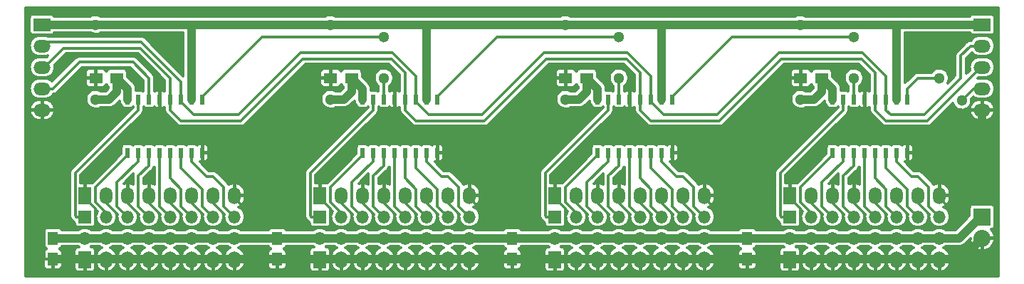
<source format=gbr>
G04 #@! TF.FileFunction,Copper,L1,Top,Signal*
%FSLAX46Y46*%
G04 Gerber Fmt 4.6, Leading zero omitted, Abs format (unit mm)*
G04 Created by KiCad (PCBNEW 4.0.2+dfsg1-stable) date Dom 20 Nov 2016 01:18:17 BRT*
%MOMM*%
G01*
G04 APERTURE LIST*
%ADD10C,0.100000*%
%ADD11R,1.500000X1.250000*%
%ADD12R,1.250000X1.500000*%
%ADD13R,1.500000X1.500000*%
%ADD14O,1.500000X1.500000*%
%ADD15R,1.500000X2.032000*%
%ADD16O,1.500000X2.032000*%
%ADD17R,2.032000X1.500000*%
%ADD18O,2.032000X1.500000*%
%ADD19R,0.508000X1.143000*%
%ADD20R,2.032000X2.032000*%
%ADD21O,2.032000X2.032000*%
%ADD22C,1.300000*%
%ADD23C,1.000000*%
%ADD24C,0.300000*%
%ADD25C,0.350000*%
G04 APERTURE END LIST*
D10*
D11*
X166350000Y-86360000D03*
X163850000Y-86360000D03*
X110490000Y-86360000D03*
X107990000Y-86360000D03*
X138390000Y-86360000D03*
X135890000Y-86360000D03*
X194290000Y-86360000D03*
X191790000Y-86360000D03*
D12*
X157480000Y-105430000D03*
X157480000Y-107930000D03*
X102870000Y-105410000D03*
X102870000Y-107910000D03*
X129540000Y-105430000D03*
X129540000Y-107930000D03*
X185420000Y-105430000D03*
X185420000Y-107930000D03*
D13*
X106680000Y-102870000D03*
D14*
X106680000Y-105410000D03*
X109220000Y-102870000D03*
X109220000Y-105410000D03*
X111760000Y-102870000D03*
X111760000Y-105410000D03*
X114300000Y-102870000D03*
X114300000Y-105410000D03*
X116840000Y-102870000D03*
X116840000Y-105410000D03*
X119380000Y-102870000D03*
X119380000Y-105410000D03*
X121920000Y-102870000D03*
X121920000Y-105410000D03*
X124460000Y-102870000D03*
X124460000Y-105410000D03*
D15*
X106680000Y-107950000D03*
D16*
X109220000Y-107950000D03*
X111760000Y-107950000D03*
X114300000Y-107950000D03*
X116840000Y-107950000D03*
X119380000Y-107950000D03*
X121920000Y-107950000D03*
X124460000Y-107950000D03*
D13*
X134620000Y-102870000D03*
D14*
X134620000Y-105410000D03*
X137160000Y-102870000D03*
X137160000Y-105410000D03*
X139700000Y-102870000D03*
X139700000Y-105410000D03*
X142240000Y-102870000D03*
X142240000Y-105410000D03*
X144780000Y-102870000D03*
X144780000Y-105410000D03*
X147320000Y-102870000D03*
X147320000Y-105410000D03*
X149860000Y-102870000D03*
X149860000Y-105410000D03*
X152400000Y-102870000D03*
X152400000Y-105410000D03*
D15*
X134620000Y-107950000D03*
D16*
X137160000Y-107950000D03*
X139700000Y-107950000D03*
X142240000Y-107950000D03*
X144780000Y-107950000D03*
X147320000Y-107950000D03*
X149860000Y-107950000D03*
X152400000Y-107950000D03*
D17*
X101600000Y-80010000D03*
D18*
X101600000Y-82550000D03*
X101600000Y-85090000D03*
X101600000Y-87630000D03*
X101600000Y-90170000D03*
D13*
X162560000Y-102870000D03*
D14*
X162560000Y-105410000D03*
X165100000Y-102870000D03*
X165100000Y-105410000D03*
X167640000Y-102870000D03*
X167640000Y-105410000D03*
X170180000Y-102870000D03*
X170180000Y-105410000D03*
X172720000Y-102870000D03*
X172720000Y-105410000D03*
X175260000Y-102870000D03*
X175260000Y-105410000D03*
X177800000Y-102870000D03*
X177800000Y-105410000D03*
X180340000Y-102870000D03*
X180340000Y-105410000D03*
D17*
X213360000Y-80010000D03*
D18*
X213360000Y-82550000D03*
X213360000Y-85090000D03*
X213360000Y-87630000D03*
X213360000Y-90170000D03*
D15*
X162560000Y-107950000D03*
D16*
X165100000Y-107950000D03*
X167640000Y-107950000D03*
X170180000Y-107950000D03*
X172720000Y-107950000D03*
X175260000Y-107950000D03*
X177800000Y-107950000D03*
X180340000Y-107950000D03*
D13*
X190500000Y-102870000D03*
D14*
X190500000Y-105410000D03*
X193040000Y-102870000D03*
X193040000Y-105410000D03*
X195580000Y-102870000D03*
X195580000Y-105410000D03*
X198120000Y-102870000D03*
X198120000Y-105410000D03*
X200660000Y-102870000D03*
X200660000Y-105410000D03*
X203200000Y-102870000D03*
X203200000Y-105410000D03*
X205740000Y-102870000D03*
X205740000Y-105410000D03*
X208280000Y-102870000D03*
X208280000Y-105410000D03*
D15*
X190500000Y-107950000D03*
D16*
X193040000Y-107950000D03*
X195580000Y-107950000D03*
X198120000Y-107950000D03*
X200660000Y-107950000D03*
X203200000Y-107950000D03*
X205740000Y-107950000D03*
X208280000Y-107950000D03*
D19*
X111760000Y-88900000D03*
X114300000Y-88900000D03*
X115570000Y-88900000D03*
X116840000Y-88900000D03*
X118110000Y-88900000D03*
X119380000Y-88900000D03*
X120650000Y-88900000D03*
X120650000Y-95250000D03*
X119380000Y-95250000D03*
X118110000Y-95250000D03*
X116840000Y-95250000D03*
X115570000Y-95250000D03*
X114300000Y-95250000D03*
X113030000Y-95250000D03*
X111760000Y-95250000D03*
X113030000Y-88900000D03*
X139700000Y-88900000D03*
X142240000Y-88900000D03*
X143510000Y-88900000D03*
X144780000Y-88900000D03*
X146050000Y-88900000D03*
X147320000Y-88900000D03*
X148590000Y-88900000D03*
X148590000Y-95250000D03*
X147320000Y-95250000D03*
X146050000Y-95250000D03*
X144780000Y-95250000D03*
X143510000Y-95250000D03*
X142240000Y-95250000D03*
X140970000Y-95250000D03*
X139700000Y-95250000D03*
X140970000Y-88900000D03*
X167640000Y-88900000D03*
X170180000Y-88900000D03*
X171450000Y-88900000D03*
X172720000Y-88900000D03*
X173990000Y-88900000D03*
X175260000Y-88900000D03*
X176530000Y-88900000D03*
X176530000Y-95250000D03*
X175260000Y-95250000D03*
X173990000Y-95250000D03*
X172720000Y-95250000D03*
X171450000Y-95250000D03*
X170180000Y-95250000D03*
X168910000Y-95250000D03*
X167640000Y-95250000D03*
X168910000Y-88900000D03*
X195580000Y-88900000D03*
X198120000Y-88900000D03*
X199390000Y-88900000D03*
X200660000Y-88900000D03*
X201930000Y-88900000D03*
X203200000Y-88900000D03*
X204470000Y-88900000D03*
X204470000Y-95250000D03*
X203200000Y-95250000D03*
X201930000Y-95250000D03*
X200660000Y-95250000D03*
X199390000Y-95250000D03*
X198120000Y-95250000D03*
X196850000Y-95250000D03*
X195580000Y-95250000D03*
X196850000Y-88900000D03*
D20*
X213360000Y-102870000D03*
D21*
X213360000Y-105410000D03*
D15*
X106680000Y-100330000D03*
D16*
X109220000Y-100330000D03*
X111760000Y-100330000D03*
X114300000Y-100330000D03*
X116840000Y-100330000D03*
X119380000Y-100330000D03*
X121920000Y-100330000D03*
X124460000Y-100330000D03*
D15*
X134620000Y-100330000D03*
D16*
X137160000Y-100330000D03*
X139700000Y-100330000D03*
X142240000Y-100330000D03*
X144780000Y-100330000D03*
X147320000Y-100330000D03*
X149860000Y-100330000D03*
X152400000Y-100330000D03*
D15*
X162560000Y-100330000D03*
D16*
X165100000Y-100330000D03*
X167640000Y-100330000D03*
X170180000Y-100330000D03*
X172720000Y-100330000D03*
X175260000Y-100330000D03*
X177800000Y-100330000D03*
X180340000Y-100330000D03*
D15*
X190500000Y-100330000D03*
D16*
X193040000Y-100330000D03*
X195580000Y-100330000D03*
X198120000Y-100330000D03*
X200660000Y-100330000D03*
X203200000Y-100330000D03*
X205740000Y-100330000D03*
X208280000Y-100330000D03*
D22*
X191770000Y-80010000D03*
X191770000Y-88900000D03*
X163830000Y-80010000D03*
X163830000Y-88900000D03*
X135890000Y-80010000D03*
X135890000Y-88900000D03*
X107950000Y-80010000D03*
X107950000Y-88900000D03*
X208280000Y-86360000D03*
X210939658Y-89019658D03*
X142240000Y-81510010D03*
X142240000Y-86360000D03*
X170180000Y-81510010D03*
X170180000Y-86360000D03*
X198120000Y-81510010D03*
X198120000Y-86360000D03*
D23*
X175260000Y-80010000D02*
X191770000Y-80010000D01*
X191770000Y-80010000D02*
X203200000Y-80010000D01*
X194290000Y-86360000D02*
X194290000Y-87985000D01*
X194290000Y-87985000D02*
X193375000Y-88900000D01*
X193375000Y-88900000D02*
X191770000Y-88900000D01*
X147320000Y-80010000D02*
X163830000Y-80010000D01*
X163830000Y-80010000D02*
X175260000Y-80010000D01*
X166350000Y-86360000D02*
X166350000Y-87985000D01*
X166350000Y-87985000D02*
X165435000Y-88900000D01*
X165435000Y-88900000D02*
X163830000Y-88900000D01*
X119380000Y-80010000D02*
X135890000Y-80010000D01*
X135890000Y-80010000D02*
X147320000Y-80010000D01*
X138390000Y-86360000D02*
X138390000Y-87985000D01*
X138390000Y-87985000D02*
X137475000Y-88900000D01*
X137475000Y-88900000D02*
X135890000Y-88900000D01*
X110490000Y-86360000D02*
X110490000Y-87985000D01*
X110490000Y-87985000D02*
X109575000Y-88900000D01*
X109575000Y-88900000D02*
X107950000Y-88900000D01*
X111760000Y-88900000D02*
X111760000Y-87630000D01*
X111760000Y-87630000D02*
X110490000Y-86360000D01*
X195580000Y-88900000D02*
X195580000Y-87650000D01*
X195580000Y-87650000D02*
X194290000Y-86360000D01*
X167640000Y-88900000D02*
X167640000Y-87650000D01*
X167640000Y-87650000D02*
X166350000Y-86360000D01*
X139700000Y-88900000D02*
X139700000Y-87670000D01*
X139700000Y-87670000D02*
X138390000Y-86360000D01*
X203200000Y-80010000D02*
X213360000Y-80010000D01*
X203200000Y-88900000D02*
X203200000Y-80010000D01*
X175260000Y-88900000D02*
X175260000Y-80010000D01*
X147320000Y-88900000D02*
X147320000Y-80010000D01*
X101752400Y-80010000D02*
X119380000Y-80010000D01*
X119380000Y-88900000D02*
X119380000Y-80010000D01*
X101600000Y-80010000D02*
X101752400Y-80010000D01*
D24*
X208280000Y-96520000D02*
X208280000Y-100330000D01*
X204470000Y-96520000D02*
X208280000Y-96520000D01*
X204470000Y-95250000D02*
X204470000Y-96520000D01*
X204470000Y-93980000D02*
X204470000Y-95250000D01*
X203200000Y-92710000D02*
X204470000Y-93980000D01*
X200660000Y-92710000D02*
X203200000Y-92710000D01*
X199390000Y-91440000D02*
X200660000Y-92710000D01*
X199390000Y-88900000D02*
X199390000Y-91440000D01*
X213360000Y-100330000D02*
X208280000Y-100330000D01*
X187960000Y-104140000D02*
X191770000Y-104140000D01*
X186690000Y-102870000D02*
X187960000Y-104140000D01*
X184150000Y-102870000D02*
X186690000Y-102870000D01*
X182880000Y-104140000D02*
X184150000Y-102870000D01*
X181610000Y-104140000D02*
X182880000Y-104140000D01*
X160020000Y-104140000D02*
X163830000Y-104140000D01*
X158750000Y-102870000D02*
X160020000Y-104140000D01*
X156210000Y-102870000D02*
X158750000Y-102870000D01*
X154940000Y-104140000D02*
X156210000Y-102870000D01*
X153670000Y-104140000D02*
X154940000Y-104140000D01*
X132080000Y-104140000D02*
X135890000Y-104140000D01*
X130810000Y-102870000D02*
X132080000Y-104140000D01*
X128270000Y-102870000D02*
X130810000Y-102870000D01*
X127000000Y-104140000D02*
X128270000Y-102870000D01*
X125730000Y-104140000D02*
X127000000Y-104140000D01*
X195580000Y-100330000D02*
X195580000Y-101182798D01*
X196850000Y-102452798D02*
X196850000Y-104140000D01*
X194310000Y-104140000D02*
X196850000Y-104140000D01*
X195580000Y-101182798D02*
X196850000Y-102452798D01*
X194310000Y-102452798D02*
X194310000Y-104140000D01*
X191770000Y-104140000D02*
X194310000Y-104140000D01*
X191770000Y-101866000D02*
X191770000Y-104140000D01*
X193040000Y-101182798D02*
X194310000Y-102452798D01*
X193040000Y-100330000D02*
X193040000Y-101182798D01*
X190500000Y-100596000D02*
X191770000Y-101866000D01*
X190500000Y-100330000D02*
X190500000Y-100596000D01*
X199390000Y-104140000D02*
X201930000Y-104140000D01*
X201930000Y-102452798D02*
X201930000Y-104140000D01*
X204470000Y-102452798D02*
X204470000Y-104140000D01*
X203200000Y-101182798D02*
X204470000Y-102452798D01*
X201930000Y-104140000D02*
X204470000Y-104140000D01*
X198120000Y-100330000D02*
X198120000Y-101182798D01*
X200660000Y-100330000D02*
X200660000Y-101182798D01*
X200660000Y-101182798D02*
X201930000Y-102452798D01*
X203200000Y-100330000D02*
X203200000Y-101182798D01*
X204470000Y-104140000D02*
X207010000Y-104140000D01*
X205740000Y-100330000D02*
X205740000Y-101182798D01*
X205740000Y-101182798D02*
X207010000Y-102452798D01*
X209042000Y-104140000D02*
X209550000Y-104140000D01*
X208280000Y-100330000D02*
X208280000Y-100596000D01*
X209550000Y-101866000D02*
X209550000Y-104140000D01*
X208280000Y-100596000D02*
X209550000Y-101866000D01*
X207010000Y-104140000D02*
X209042000Y-104140000D01*
X207010000Y-102452798D02*
X207010000Y-104140000D01*
X198120000Y-101182798D02*
X199390000Y-102452798D01*
X196850000Y-104140000D02*
X199390000Y-104140000D01*
X199390000Y-102452798D02*
X199390000Y-104140000D01*
X167640000Y-100330000D02*
X167640000Y-101182798D01*
X168910000Y-102452798D02*
X168910000Y-104140000D01*
X166370000Y-104140000D02*
X168910000Y-104140000D01*
X167640000Y-101182798D02*
X168910000Y-102452798D01*
X166370000Y-102452798D02*
X166370000Y-104140000D01*
X163830000Y-104140000D02*
X166370000Y-104140000D01*
X163830000Y-101866000D02*
X163830000Y-104140000D01*
X165100000Y-101182798D02*
X166370000Y-102452798D01*
X165100000Y-100330000D02*
X165100000Y-101182798D01*
X162560000Y-100596000D02*
X163830000Y-101866000D01*
X162560000Y-100330000D02*
X162560000Y-100596000D01*
X171450000Y-104140000D02*
X173990000Y-104140000D01*
X173990000Y-102452798D02*
X173990000Y-104140000D01*
X176530000Y-102452798D02*
X176530000Y-104140000D01*
X175260000Y-101182798D02*
X176530000Y-102452798D01*
X173990000Y-104140000D02*
X176530000Y-104140000D01*
X170180000Y-100330000D02*
X170180000Y-101182798D01*
X172720000Y-100330000D02*
X172720000Y-101182798D01*
X172720000Y-101182798D02*
X173990000Y-102452798D01*
X175260000Y-100330000D02*
X175260000Y-101182798D01*
X176530000Y-104140000D02*
X179070000Y-104140000D01*
X177800000Y-100330000D02*
X177800000Y-101182798D01*
X177800000Y-101182798D02*
X179070000Y-102452798D01*
X181102000Y-104140000D02*
X181610000Y-104140000D01*
X180340000Y-100330000D02*
X180340000Y-100596000D01*
X181610000Y-101866000D02*
X181610000Y-104140000D01*
X180340000Y-100596000D02*
X181610000Y-101866000D01*
X179070000Y-104140000D02*
X181102000Y-104140000D01*
X179070000Y-102452798D02*
X179070000Y-104140000D01*
X170180000Y-101182798D02*
X171450000Y-102452798D01*
X168910000Y-104140000D02*
X171450000Y-104140000D01*
X171450000Y-102452798D02*
X171450000Y-104140000D01*
X139700000Y-100330000D02*
X139700000Y-101182798D01*
X140970000Y-102452798D02*
X140970000Y-104140000D01*
X138430000Y-104140000D02*
X140970000Y-104140000D01*
X139700000Y-101182798D02*
X140970000Y-102452798D01*
X138430000Y-102452798D02*
X138430000Y-104140000D01*
X135890000Y-104140000D02*
X138430000Y-104140000D01*
X135890000Y-101866000D02*
X135890000Y-104140000D01*
X137160000Y-101182798D02*
X138430000Y-102452798D01*
X137160000Y-100330000D02*
X137160000Y-101182798D01*
X134620000Y-100596000D02*
X135890000Y-101866000D01*
X134620000Y-100330000D02*
X134620000Y-100596000D01*
X143510000Y-104140000D02*
X146050000Y-104140000D01*
X146050000Y-102452798D02*
X146050000Y-104140000D01*
X148590000Y-102452798D02*
X148590000Y-104140000D01*
X147320000Y-101182798D02*
X148590000Y-102452798D01*
X146050000Y-104140000D02*
X148590000Y-104140000D01*
X142240000Y-100330000D02*
X142240000Y-101182798D01*
X144780000Y-100330000D02*
X144780000Y-101182798D01*
X144780000Y-101182798D02*
X146050000Y-102452798D01*
X147320000Y-100330000D02*
X147320000Y-101182798D01*
X148590000Y-104140000D02*
X151130000Y-104140000D01*
X149860000Y-100330000D02*
X149860000Y-101182798D01*
X149860000Y-101182798D02*
X151130000Y-102452798D01*
X153162000Y-104140000D02*
X153670000Y-104140000D01*
X152400000Y-100330000D02*
X152400000Y-100596000D01*
X153670000Y-101866000D02*
X153670000Y-104140000D01*
X152400000Y-100596000D02*
X153670000Y-101866000D01*
X151130000Y-104140000D02*
X153162000Y-104140000D01*
X151130000Y-102452798D02*
X151130000Y-104140000D01*
X142240000Y-101182798D02*
X143510000Y-102452798D01*
X140970000Y-104140000D02*
X143510000Y-104140000D01*
X143510000Y-102452798D02*
X143510000Y-104140000D01*
X125222000Y-104140000D02*
X125730000Y-104140000D01*
X124460000Y-100330000D02*
X124460000Y-100596000D01*
X125730000Y-101866000D02*
X125730000Y-104140000D01*
X124460000Y-100596000D02*
X125730000Y-101866000D01*
X120650000Y-104140000D02*
X123190000Y-104140000D01*
X123190000Y-104140000D02*
X125222000Y-104140000D01*
X121920000Y-100330000D02*
X121920000Y-101182798D01*
X121920000Y-101182798D02*
X123190000Y-102452798D01*
X123190000Y-102452798D02*
X123190000Y-104140000D01*
X118110000Y-104140000D02*
X120650000Y-104140000D01*
X119380000Y-100330000D02*
X119380000Y-101182798D01*
X119380000Y-101182798D02*
X120650000Y-102452798D01*
X120650000Y-102452798D02*
X120650000Y-104140000D01*
X115570000Y-104140000D02*
X118110000Y-104140000D01*
X116840000Y-100330000D02*
X116840000Y-101182798D01*
X116840000Y-101182798D02*
X118110000Y-102452798D01*
X118110000Y-102452798D02*
X118110000Y-104140000D01*
X113030000Y-104140000D02*
X115570000Y-104140000D01*
X114300000Y-100330000D02*
X114300000Y-101182798D01*
X115570000Y-102452798D02*
X115570000Y-104140000D01*
X114300000Y-101182798D02*
X115570000Y-102452798D01*
X110490000Y-104140000D02*
X113030000Y-104140000D01*
X111760000Y-100330000D02*
X111760000Y-101182798D01*
X111760000Y-101182798D02*
X113030000Y-102452798D01*
X113030000Y-102452798D02*
X113030000Y-104140000D01*
X107950000Y-104140000D02*
X110490000Y-104140000D01*
X109220000Y-100330000D02*
X109220000Y-101182798D01*
X109220000Y-101182798D02*
X110490000Y-102452798D01*
X110490000Y-102452798D02*
X110490000Y-104140000D01*
X106680000Y-100330000D02*
X106680000Y-100596000D01*
X102062998Y-104140000D02*
X107950000Y-104140000D01*
X106680000Y-100596000D02*
X107950000Y-101866000D01*
X107950000Y-101866000D02*
X107950000Y-104140000D01*
X102870000Y-107910000D02*
X101945000Y-107910000D01*
X101945000Y-107910000D02*
X101854999Y-107819999D01*
X101854999Y-107819999D02*
X101854999Y-104347999D01*
X101854999Y-104347999D02*
X102062998Y-104140000D01*
D23*
X210820000Y-107950000D02*
X210780000Y-107910000D01*
X210780000Y-107910000D02*
X102870000Y-107910000D01*
X213360000Y-105410000D02*
X210820000Y-107950000D01*
X213360000Y-90170000D02*
X213360000Y-100330000D01*
X208240000Y-107910000D02*
X208280000Y-107950000D01*
X102870000Y-105410000D02*
X210598318Y-105410000D01*
X210598318Y-105410000D02*
X213138318Y-102870000D01*
X213138318Y-102870000D02*
X213360000Y-102870000D01*
D24*
X113030000Y-88900000D02*
X113030000Y-90170000D01*
X113030000Y-90170000D02*
X105539999Y-97660001D01*
X105539999Y-97660001D02*
X105539999Y-102779999D01*
X105630000Y-102870000D02*
X106680000Y-102870000D01*
X105539999Y-102779999D02*
X105630000Y-102870000D01*
X109220000Y-102372310D02*
X109220000Y-102870000D01*
X107950000Y-101102310D02*
X109220000Y-102372310D01*
X111760000Y-95567500D02*
X107950000Y-99377500D01*
X111760000Y-95250000D02*
X111760000Y-95567500D01*
X107950000Y-99377500D02*
X107950000Y-101102310D01*
X113030000Y-95250000D02*
X113030000Y-96266000D01*
X113030000Y-96266000D02*
X110509990Y-98786010D01*
X111010001Y-102120001D02*
X111760000Y-102870000D01*
X110509990Y-98786010D02*
X110509990Y-101619990D01*
X110509990Y-101619990D02*
X111010001Y-102120001D01*
X114300000Y-95250000D02*
X114300000Y-96774000D01*
X114300000Y-96774000D02*
X113049990Y-98024010D01*
X113049990Y-98024010D02*
X113049990Y-101619990D01*
X113049990Y-101619990D02*
X113550001Y-102120001D01*
X113550001Y-102120001D02*
X114300000Y-102870000D01*
X115570000Y-95250000D02*
X115570000Y-101600000D01*
X115570000Y-101600000D02*
X116840000Y-102870000D01*
X116840000Y-95250000D02*
X116840000Y-98296219D01*
X118129990Y-99586209D02*
X118129990Y-101619990D01*
X116840000Y-98296219D02*
X118129990Y-99586209D01*
X118630001Y-102120001D02*
X119380000Y-102870000D01*
X118129990Y-101619990D02*
X118630001Y-102120001D01*
X120669990Y-101619990D02*
X121170001Y-102120001D01*
X118110000Y-97029690D02*
X120669990Y-99589680D01*
X120669990Y-99589680D02*
X120669990Y-101619990D01*
X118110000Y-95250000D02*
X118110000Y-97029690D01*
X121170001Y-102120001D02*
X121920000Y-102870000D01*
X119380000Y-95250000D02*
X119380000Y-96266000D01*
X119380000Y-96266000D02*
X121158000Y-98044000D01*
X121158000Y-98044000D02*
X121920000Y-98044000D01*
X121920000Y-98044000D02*
X123209990Y-99333990D01*
X123209990Y-99333990D02*
X123209990Y-101619990D01*
X123209990Y-101619990D02*
X123710001Y-102120001D01*
X123710001Y-102120001D02*
X124460000Y-102870000D01*
X140970000Y-88900000D02*
X140970000Y-90170000D01*
X140970000Y-90170000D02*
X133479999Y-97660001D01*
X133479999Y-102779999D02*
X133570000Y-102870000D01*
X133570000Y-102870000D02*
X134620000Y-102870000D01*
X133479999Y-97660001D02*
X133479999Y-102779999D01*
X137160000Y-102372310D02*
X137160000Y-102870000D01*
X135890000Y-101102310D02*
X137160000Y-102372310D01*
X135890000Y-99377500D02*
X135890000Y-101102310D01*
X139700000Y-95250000D02*
X139700000Y-95567500D01*
X139700000Y-95567500D02*
X135890000Y-99377500D01*
X138449990Y-101619990D02*
X138950001Y-102120001D01*
X138950001Y-102120001D02*
X139700000Y-102870000D01*
X138449990Y-98786010D02*
X138449990Y-101619990D01*
X140970000Y-95250000D02*
X140970000Y-96266000D01*
X140970000Y-96266000D02*
X138449990Y-98786010D01*
X140989990Y-98024010D02*
X140989990Y-101619990D01*
X142240000Y-95250000D02*
X142240000Y-96774000D01*
X142240000Y-96774000D02*
X140989990Y-98024010D01*
X141490001Y-102120001D02*
X142240000Y-102870000D01*
X140989990Y-101619990D02*
X141490001Y-102120001D01*
X143510000Y-101600000D02*
X144780000Y-102870000D01*
X143510000Y-95250000D02*
X143510000Y-101600000D01*
X146069990Y-101619990D02*
X146570001Y-102120001D01*
X146570001Y-102120001D02*
X147320000Y-102870000D01*
X144780000Y-98296219D02*
X146069990Y-99586209D01*
X144780000Y-95250000D02*
X144780000Y-98296219D01*
X146069990Y-99586209D02*
X146069990Y-101619990D01*
X146050000Y-95250000D02*
X146050000Y-97029690D01*
X148609990Y-101619990D02*
X149110001Y-102120001D01*
X148609990Y-99589680D02*
X148609990Y-101619990D01*
X149110001Y-102120001D02*
X149860000Y-102870000D01*
X146050000Y-97029690D02*
X148609990Y-99589680D01*
X147320000Y-95250000D02*
X147320000Y-96266000D01*
X151149990Y-99333990D02*
X151149990Y-101619990D01*
X151149990Y-101619990D02*
X151650001Y-102120001D01*
X151650001Y-102120001D02*
X152400000Y-102870000D01*
X147320000Y-96266000D02*
X149098000Y-98044000D01*
X149860000Y-98044000D02*
X151149990Y-99333990D01*
X149098000Y-98044000D02*
X149860000Y-98044000D01*
D25*
X101600000Y-82550000D02*
X101866000Y-82550000D01*
X101866000Y-82550000D02*
X102374000Y-82042000D01*
X102374000Y-82042000D02*
X113356401Y-82042000D01*
X118110000Y-87978500D02*
X118110000Y-88900000D01*
X113356401Y-82042000D02*
X118110000Y-86795599D01*
X118110000Y-86795599D02*
X118110000Y-87978500D01*
X146050000Y-87978500D02*
X146050000Y-88900000D01*
X146050000Y-86160599D02*
X146050000Y-87978500D01*
X143263390Y-83373989D02*
X146050000Y-86160599D01*
X132298046Y-83373989D02*
X143263390Y-83373989D01*
X119632489Y-90739989D02*
X124932047Y-90739989D01*
X118110000Y-89217500D02*
X119632489Y-90739989D01*
X118110000Y-88900000D02*
X118110000Y-89217500D01*
X124932047Y-90739989D02*
X132298046Y-83373989D01*
X173990000Y-86160599D02*
X173990000Y-87978500D01*
X161254046Y-83373989D02*
X171203390Y-83373989D01*
X153888047Y-90739989D02*
X161254046Y-83373989D01*
X147572489Y-90739989D02*
X153888047Y-90739989D01*
X146050000Y-88900000D02*
X146050000Y-89217500D01*
X173990000Y-87978500D02*
X173990000Y-88900000D01*
X146050000Y-89217500D02*
X147572489Y-90739989D01*
X171203390Y-83373989D02*
X173990000Y-86160599D01*
X201930000Y-87978500D02*
X201930000Y-88900000D01*
X181828047Y-90739989D02*
X189194046Y-83373989D01*
X175512489Y-90739989D02*
X181828047Y-90739989D01*
X173990000Y-89217500D02*
X175512489Y-90739989D01*
X201930000Y-86160599D02*
X201930000Y-87978500D01*
X173990000Y-88900000D02*
X173990000Y-89217500D01*
X189194046Y-83373989D02*
X199143390Y-83373989D01*
X199143390Y-83373989D02*
X201930000Y-86160599D01*
X210820000Y-86360000D02*
X210820000Y-83724000D01*
X210820000Y-83724000D02*
X211994000Y-82550000D01*
X211994000Y-82550000D02*
X213360000Y-82550000D01*
X206440010Y-90739990D02*
X210820000Y-86360000D01*
X202499990Y-90739990D02*
X206440010Y-90739990D01*
X201930000Y-90170000D02*
X202499990Y-90739990D01*
X201930000Y-88900000D02*
X201930000Y-90170000D01*
X101600000Y-85090000D02*
X101866000Y-85090000D01*
X101866000Y-85090000D02*
X104152000Y-82804000D01*
X104152000Y-82804000D02*
X113284000Y-82804000D01*
X113284000Y-82804000D02*
X116840000Y-86360000D01*
X116840000Y-86360000D02*
X116840000Y-87978500D01*
X116840000Y-87978500D02*
X116840000Y-88900000D01*
X125222000Y-91440000D02*
X132588000Y-84074000D01*
X116840000Y-90170000D02*
X118110000Y-91440000D01*
X116840000Y-88900000D02*
X116840000Y-90170000D01*
X144780000Y-85725000D02*
X144780000Y-88900000D01*
X118110000Y-91440000D02*
X125222000Y-91440000D01*
X132588000Y-84074000D02*
X143129000Y-84074000D01*
X143129000Y-84074000D02*
X144780000Y-85725000D01*
X189484000Y-84074000D02*
X199009000Y-84074000D01*
X199009000Y-84074000D02*
X200660000Y-85725000D01*
X144780000Y-88900000D02*
X144780000Y-90170000D01*
X154178000Y-91440000D02*
X161544000Y-84074000D01*
X144780000Y-90170000D02*
X146050000Y-91440000D01*
X146050000Y-91440000D02*
X154178000Y-91440000D01*
X161544000Y-84074000D02*
X171069000Y-84074000D01*
X171069000Y-84074000D02*
X172720000Y-85725000D01*
X172720000Y-85725000D02*
X172720000Y-90170000D01*
X172720000Y-90170000D02*
X173990000Y-91440000D01*
X173990000Y-91440000D02*
X182118000Y-91440000D01*
X182118000Y-91440000D02*
X189484000Y-84074000D01*
X200660000Y-85725000D02*
X200660000Y-88900000D01*
X201930000Y-91440000D02*
X206857600Y-91440000D01*
X206857600Y-91440000D02*
X213207600Y-85090000D01*
X213207600Y-85090000D02*
X213360000Y-85090000D01*
X200660000Y-90170000D02*
X201930000Y-91440000D01*
X200660000Y-88900000D02*
X200660000Y-90170000D01*
X101600000Y-87630000D02*
X102870000Y-87630000D01*
X102870000Y-87630000D02*
X106045000Y-84455000D01*
X106045000Y-84455000D02*
X112395000Y-84455000D01*
X114300000Y-87978500D02*
X114300000Y-88900000D01*
X112395000Y-84455000D02*
X114300000Y-86360000D01*
X114300000Y-86360000D02*
X114300000Y-87978500D01*
D24*
X168910000Y-88900000D02*
X168910000Y-90170000D01*
X168910000Y-90170000D02*
X161419999Y-97660001D01*
X161419999Y-102779999D02*
X161510000Y-102870000D01*
X161510000Y-102870000D02*
X162560000Y-102870000D01*
X161419999Y-97660001D02*
X161419999Y-102779999D01*
X165100000Y-102372310D02*
X165100000Y-102870000D01*
X163830000Y-101102310D02*
X165100000Y-102372310D01*
X163830000Y-99377500D02*
X163830000Y-101102310D01*
X167640000Y-95250000D02*
X167640000Y-95567500D01*
X167640000Y-95567500D02*
X163830000Y-99377500D01*
X166389990Y-101619990D02*
X166890001Y-102120001D01*
X166890001Y-102120001D02*
X167640000Y-102870000D01*
X166389990Y-98786010D02*
X166389990Y-101619990D01*
X168910000Y-95250000D02*
X168910000Y-96266000D01*
X168910000Y-96266000D02*
X166389990Y-98786010D01*
X168929990Y-98024010D02*
X168929990Y-101619990D01*
X170180000Y-95250000D02*
X170180000Y-96774000D01*
X170180000Y-96774000D02*
X168929990Y-98024010D01*
X169430001Y-102120001D02*
X170180000Y-102870000D01*
X168929990Y-101619990D02*
X169430001Y-102120001D01*
X171450000Y-101600000D02*
X172720000Y-102870000D01*
X171450000Y-95250000D02*
X171450000Y-101600000D01*
X174009990Y-101619990D02*
X174510001Y-102120001D01*
X174510001Y-102120001D02*
X175260000Y-102870000D01*
X172720000Y-98296219D02*
X174009990Y-99586209D01*
X172720000Y-95250000D02*
X172720000Y-98296219D01*
X174009990Y-99586209D02*
X174009990Y-101619990D01*
X173990000Y-95250000D02*
X173990000Y-97029690D01*
X176549990Y-101619990D02*
X177050001Y-102120001D01*
X176549990Y-99589680D02*
X176549990Y-101619990D01*
X177050001Y-102120001D02*
X177800000Y-102870000D01*
X173990000Y-97029690D02*
X176549990Y-99589680D01*
X175260000Y-95250000D02*
X175260000Y-96266000D01*
X179089990Y-99333990D02*
X179089990Y-101619990D01*
X179089990Y-101619990D02*
X179590001Y-102120001D01*
X179590001Y-102120001D02*
X180340000Y-102870000D01*
X175260000Y-96266000D02*
X177038000Y-98044000D01*
X177800000Y-98044000D02*
X179089990Y-99333990D01*
X177038000Y-98044000D02*
X177800000Y-98044000D01*
D25*
X205740000Y-86360000D02*
X204470000Y-87630000D01*
X204470000Y-87630000D02*
X204470000Y-88900000D01*
X208280000Y-86360000D02*
X205740000Y-86360000D01*
X213360000Y-87630000D02*
X212329316Y-87630000D01*
X212329316Y-87630000D02*
X210939658Y-89019658D01*
D24*
X196850000Y-88900000D02*
X196850000Y-90170000D01*
X196850000Y-90170000D02*
X189359999Y-97660001D01*
X189359999Y-102779999D02*
X189450000Y-102870000D01*
X189450000Y-102870000D02*
X190500000Y-102870000D01*
X189359999Y-97660001D02*
X189359999Y-102779999D01*
X193040000Y-102372310D02*
X193040000Y-102870000D01*
X191770000Y-101102310D02*
X193040000Y-102372310D01*
X191770000Y-99377500D02*
X191770000Y-101102310D01*
X195580000Y-95250000D02*
X195580000Y-95567500D01*
X195580000Y-95567500D02*
X191770000Y-99377500D01*
X194329990Y-101619990D02*
X194830001Y-102120001D01*
X194830001Y-102120001D02*
X195580000Y-102870000D01*
X194329990Y-98786010D02*
X194329990Y-101619990D01*
X196850000Y-95250000D02*
X196850000Y-96266000D01*
X196850000Y-96266000D02*
X194329990Y-98786010D01*
X196869990Y-98024010D02*
X196869990Y-101619990D01*
X198120000Y-95250000D02*
X198120000Y-96774000D01*
X198120000Y-96774000D02*
X196869990Y-98024010D01*
X197370001Y-102120001D02*
X198120000Y-102870000D01*
X196869990Y-101619990D02*
X197370001Y-102120001D01*
X199390000Y-101600000D02*
X200660000Y-102870000D01*
X199390000Y-95250000D02*
X199390000Y-101600000D01*
X201949990Y-101619990D02*
X202450001Y-102120001D01*
X202450001Y-102120001D02*
X203200000Y-102870000D01*
X200660000Y-98296219D02*
X201949990Y-99586209D01*
X200660000Y-95250000D02*
X200660000Y-98296219D01*
X201949990Y-99586209D02*
X201949990Y-101619990D01*
X201930000Y-95250000D02*
X201930000Y-97029690D01*
X204489990Y-101619990D02*
X204990001Y-102120001D01*
X204489990Y-99589680D02*
X204489990Y-101619990D01*
X204990001Y-102120001D02*
X205740000Y-102870000D01*
X201930000Y-97029690D02*
X204489990Y-99589680D01*
X203200000Y-95250000D02*
X203200000Y-96266000D01*
X207029990Y-99333990D02*
X207029990Y-101619990D01*
X207029990Y-101619990D02*
X207530001Y-102120001D01*
X207530001Y-102120001D02*
X208280000Y-102870000D01*
X203200000Y-96266000D02*
X204978000Y-98044000D01*
X205740000Y-98044000D02*
X207029990Y-99333990D01*
X204978000Y-98044000D02*
X205740000Y-98044000D01*
D25*
X142240000Y-81510010D02*
X127722490Y-81510010D01*
X127722490Y-81510010D02*
X120650000Y-88582500D01*
X142240000Y-88900000D02*
X142240000Y-86360000D01*
X170180000Y-81510010D02*
X155662490Y-81510010D01*
X155662490Y-81510010D02*
X148590000Y-88582500D01*
X148590000Y-88582500D02*
X148590000Y-88900000D01*
X170180000Y-88900000D02*
X170180000Y-86360000D01*
X198120000Y-81510010D02*
X183602490Y-81510010D01*
X183602490Y-81510010D02*
X176530000Y-88582500D01*
X176530000Y-88582500D02*
X176530000Y-88900000D01*
X198120000Y-88900000D02*
X198120000Y-86360000D01*
D24*
G36*
X215325000Y-109915000D02*
X99635000Y-109915000D01*
X99635000Y-104660000D01*
X101742581Y-104660000D01*
X101742581Y-106160000D01*
X101748930Y-106239623D01*
X101790753Y-106374672D01*
X101868543Y-106492724D01*
X101976142Y-106584429D01*
X102085000Y-106633499D01*
X102085000Y-106685079D01*
X102008161Y-106716906D01*
X101926269Y-106771624D01*
X101856625Y-106841268D01*
X101801906Y-106923161D01*
X101764215Y-107014155D01*
X101745000Y-107110754D01*
X101745000Y-107760000D01*
X101870000Y-107885000D01*
X102592868Y-107885000D01*
X102642868Y-107935000D01*
X101870000Y-107935000D01*
X101745000Y-108060000D01*
X101745000Y-108709246D01*
X101764215Y-108805845D01*
X101801906Y-108896839D01*
X101856625Y-108978732D01*
X101926269Y-109048376D01*
X102008161Y-109103094D01*
X102099156Y-109140785D01*
X102195755Y-109160000D01*
X102720000Y-109160000D01*
X102845000Y-109035000D01*
X102845000Y-108095012D01*
X102867928Y-108099986D01*
X102895000Y-108094892D01*
X102895000Y-109035000D01*
X103020000Y-109160000D01*
X103544245Y-109160000D01*
X103640844Y-109140785D01*
X103731839Y-109103094D01*
X103813731Y-109048376D01*
X103883375Y-108978732D01*
X103938094Y-108896839D01*
X103975785Y-108805845D01*
X103995000Y-108709246D01*
X103995000Y-108100000D01*
X105430000Y-108100000D01*
X105430000Y-109015245D01*
X105449215Y-109111844D01*
X105486906Y-109202839D01*
X105541624Y-109284731D01*
X105611268Y-109354375D01*
X105693161Y-109409094D01*
X105784155Y-109446785D01*
X105880754Y-109466000D01*
X106530000Y-109466000D01*
X106655000Y-109341000D01*
X106655000Y-107975000D01*
X106705000Y-107975000D01*
X106705000Y-109341000D01*
X106830000Y-109466000D01*
X107479246Y-109466000D01*
X107575845Y-109446785D01*
X107666839Y-109409094D01*
X107748732Y-109354375D01*
X107818376Y-109284731D01*
X107873094Y-109202839D01*
X107910785Y-109111844D01*
X107930000Y-109015245D01*
X107930000Y-108100000D01*
X107805000Y-107975000D01*
X107970000Y-107975000D01*
X107970000Y-108241000D01*
X107998896Y-108484383D01*
X108074718Y-108717452D01*
X108194553Y-108931250D01*
X108353795Y-109117561D01*
X108546325Y-109269226D01*
X108764744Y-109380416D01*
X108999804Y-109446453D01*
X109195000Y-109340722D01*
X109195000Y-107975000D01*
X109245000Y-107975000D01*
X109245000Y-109340722D01*
X109440196Y-109446453D01*
X109675256Y-109380416D01*
X109893675Y-109269226D01*
X110086205Y-109117561D01*
X110245447Y-108931250D01*
X110365282Y-108717452D01*
X110441104Y-108484383D01*
X110470000Y-108241000D01*
X110470000Y-107975000D01*
X110510000Y-107975000D01*
X110510000Y-108241000D01*
X110538896Y-108484383D01*
X110614718Y-108717452D01*
X110734553Y-108931250D01*
X110893795Y-109117561D01*
X111086325Y-109269226D01*
X111304744Y-109380416D01*
X111539804Y-109446453D01*
X111735000Y-109340722D01*
X111735000Y-107975000D01*
X111785000Y-107975000D01*
X111785000Y-109340722D01*
X111980196Y-109446453D01*
X112215256Y-109380416D01*
X112433675Y-109269226D01*
X112626205Y-109117561D01*
X112785447Y-108931250D01*
X112905282Y-108717452D01*
X112981104Y-108484383D01*
X113010000Y-108241000D01*
X113010000Y-107975000D01*
X113050000Y-107975000D01*
X113050000Y-108241000D01*
X113078896Y-108484383D01*
X113154718Y-108717452D01*
X113274553Y-108931250D01*
X113433795Y-109117561D01*
X113626325Y-109269226D01*
X113844744Y-109380416D01*
X114079804Y-109446453D01*
X114275000Y-109340722D01*
X114275000Y-107975000D01*
X114325000Y-107975000D01*
X114325000Y-109340722D01*
X114520196Y-109446453D01*
X114755256Y-109380416D01*
X114973675Y-109269226D01*
X115166205Y-109117561D01*
X115325447Y-108931250D01*
X115445282Y-108717452D01*
X115521104Y-108484383D01*
X115550000Y-108241000D01*
X115550000Y-107975000D01*
X115590000Y-107975000D01*
X115590000Y-108241000D01*
X115618896Y-108484383D01*
X115694718Y-108717452D01*
X115814553Y-108931250D01*
X115973795Y-109117561D01*
X116166325Y-109269226D01*
X116384744Y-109380416D01*
X116619804Y-109446453D01*
X116815000Y-109340722D01*
X116815000Y-107975000D01*
X116865000Y-107975000D01*
X116865000Y-109340722D01*
X117060196Y-109446453D01*
X117295256Y-109380416D01*
X117513675Y-109269226D01*
X117706205Y-109117561D01*
X117865447Y-108931250D01*
X117985282Y-108717452D01*
X118061104Y-108484383D01*
X118090000Y-108241000D01*
X118090000Y-107975000D01*
X118130000Y-107975000D01*
X118130000Y-108241000D01*
X118158896Y-108484383D01*
X118234718Y-108717452D01*
X118354553Y-108931250D01*
X118513795Y-109117561D01*
X118706325Y-109269226D01*
X118924744Y-109380416D01*
X119159804Y-109446453D01*
X119355000Y-109340722D01*
X119355000Y-107975000D01*
X119405000Y-107975000D01*
X119405000Y-109340722D01*
X119600196Y-109446453D01*
X119835256Y-109380416D01*
X120053675Y-109269226D01*
X120246205Y-109117561D01*
X120405447Y-108931250D01*
X120525282Y-108717452D01*
X120601104Y-108484383D01*
X120630000Y-108241000D01*
X120630000Y-107975000D01*
X120670000Y-107975000D01*
X120670000Y-108241000D01*
X120698896Y-108484383D01*
X120774718Y-108717452D01*
X120894553Y-108931250D01*
X121053795Y-109117561D01*
X121246325Y-109269226D01*
X121464744Y-109380416D01*
X121699804Y-109446453D01*
X121895000Y-109340722D01*
X121895000Y-107975000D01*
X121945000Y-107975000D01*
X121945000Y-109340722D01*
X122140196Y-109446453D01*
X122375256Y-109380416D01*
X122593675Y-109269226D01*
X122786205Y-109117561D01*
X122945447Y-108931250D01*
X123065282Y-108717452D01*
X123141104Y-108484383D01*
X123170000Y-108241000D01*
X123170000Y-107975000D01*
X123210000Y-107975000D01*
X123210000Y-108241000D01*
X123238896Y-108484383D01*
X123314718Y-108717452D01*
X123434553Y-108931250D01*
X123593795Y-109117561D01*
X123786325Y-109269226D01*
X124004744Y-109380416D01*
X124239804Y-109446453D01*
X124435000Y-109340722D01*
X124435000Y-107975000D01*
X124485000Y-107975000D01*
X124485000Y-109340722D01*
X124680196Y-109446453D01*
X124915256Y-109380416D01*
X125133675Y-109269226D01*
X125326205Y-109117561D01*
X125485447Y-108931250D01*
X125605282Y-108717452D01*
X125681104Y-108484383D01*
X125710000Y-108241000D01*
X125710000Y-107975000D01*
X124485000Y-107975000D01*
X124435000Y-107975000D01*
X123210000Y-107975000D01*
X123170000Y-107975000D01*
X121945000Y-107975000D01*
X121895000Y-107975000D01*
X120670000Y-107975000D01*
X120630000Y-107975000D01*
X119405000Y-107975000D01*
X119355000Y-107975000D01*
X118130000Y-107975000D01*
X118090000Y-107975000D01*
X116865000Y-107975000D01*
X116815000Y-107975000D01*
X115590000Y-107975000D01*
X115550000Y-107975000D01*
X114325000Y-107975000D01*
X114275000Y-107975000D01*
X113050000Y-107975000D01*
X113010000Y-107975000D01*
X111785000Y-107975000D01*
X111735000Y-107975000D01*
X110510000Y-107975000D01*
X110470000Y-107975000D01*
X109245000Y-107975000D01*
X109195000Y-107975000D01*
X107970000Y-107975000D01*
X107805000Y-107975000D01*
X106705000Y-107975000D01*
X106655000Y-107975000D01*
X105555000Y-107975000D01*
X105430000Y-108100000D01*
X103995000Y-108100000D01*
X103995000Y-108060000D01*
X103870000Y-107935000D01*
X103097132Y-107935000D01*
X103147132Y-107885000D01*
X103870000Y-107885000D01*
X103995000Y-107760000D01*
X103995000Y-107110754D01*
X103975785Y-107014155D01*
X103938094Y-106923161D01*
X103883375Y-106841268D01*
X103813731Y-106771624D01*
X103731839Y-106716906D01*
X103655000Y-106685079D01*
X103655000Y-106631178D01*
X103709672Y-106614247D01*
X103827724Y-106536457D01*
X103919429Y-106428858D01*
X103927930Y-106410000D01*
X105930332Y-106410000D01*
X105958934Y-106434000D01*
X105880754Y-106434000D01*
X105784155Y-106453215D01*
X105693161Y-106490906D01*
X105611268Y-106545625D01*
X105541624Y-106615269D01*
X105486906Y-106697161D01*
X105449215Y-106788156D01*
X105430000Y-106884755D01*
X105430000Y-107800000D01*
X105555000Y-107925000D01*
X106655000Y-107925000D01*
X106655000Y-107905000D01*
X106705000Y-107905000D01*
X106705000Y-107925000D01*
X107805000Y-107925000D01*
X107930000Y-107800000D01*
X107930000Y-106884755D01*
X107910785Y-106788156D01*
X107873094Y-106697161D01*
X107818376Y-106615269D01*
X107748732Y-106545625D01*
X107666839Y-106490906D01*
X107575845Y-106453215D01*
X107479246Y-106434000D01*
X107398817Y-106434000D01*
X107428244Y-106410000D01*
X108470332Y-106410000D01*
X108507743Y-106441392D01*
X108705154Y-106549919D01*
X108546325Y-106630774D01*
X108353795Y-106782439D01*
X108194553Y-106968750D01*
X108074718Y-107182548D01*
X107998896Y-107415617D01*
X107970000Y-107659000D01*
X107970000Y-107925000D01*
X109195000Y-107925000D01*
X109195000Y-107905000D01*
X109245000Y-107905000D01*
X109245000Y-107925000D01*
X110470000Y-107925000D01*
X110470000Y-107659000D01*
X110441104Y-107415617D01*
X110365282Y-107182548D01*
X110245447Y-106968750D01*
X110086205Y-106782439D01*
X109893675Y-106630774D01*
X109733409Y-106549188D01*
X109917787Y-106451152D01*
X109968244Y-106410000D01*
X111010332Y-106410000D01*
X111047743Y-106441392D01*
X111245154Y-106549919D01*
X111086325Y-106630774D01*
X110893795Y-106782439D01*
X110734553Y-106968750D01*
X110614718Y-107182548D01*
X110538896Y-107415617D01*
X110510000Y-107659000D01*
X110510000Y-107925000D01*
X111735000Y-107925000D01*
X111735000Y-107905000D01*
X111785000Y-107905000D01*
X111785000Y-107925000D01*
X113010000Y-107925000D01*
X113010000Y-107659000D01*
X112981104Y-107415617D01*
X112905282Y-107182548D01*
X112785447Y-106968750D01*
X112626205Y-106782439D01*
X112433675Y-106630774D01*
X112273409Y-106549188D01*
X112457787Y-106451152D01*
X112508244Y-106410000D01*
X113550332Y-106410000D01*
X113587743Y-106441392D01*
X113785154Y-106549919D01*
X113626325Y-106630774D01*
X113433795Y-106782439D01*
X113274553Y-106968750D01*
X113154718Y-107182548D01*
X113078896Y-107415617D01*
X113050000Y-107659000D01*
X113050000Y-107925000D01*
X114275000Y-107925000D01*
X114275000Y-107905000D01*
X114325000Y-107905000D01*
X114325000Y-107925000D01*
X115550000Y-107925000D01*
X115550000Y-107659000D01*
X115521104Y-107415617D01*
X115445282Y-107182548D01*
X115325447Y-106968750D01*
X115166205Y-106782439D01*
X114973675Y-106630774D01*
X114813409Y-106549188D01*
X114997787Y-106451152D01*
X115048244Y-106410000D01*
X116090332Y-106410000D01*
X116127743Y-106441392D01*
X116325154Y-106549919D01*
X116166325Y-106630774D01*
X115973795Y-106782439D01*
X115814553Y-106968750D01*
X115694718Y-107182548D01*
X115618896Y-107415617D01*
X115590000Y-107659000D01*
X115590000Y-107925000D01*
X116815000Y-107925000D01*
X116815000Y-107905000D01*
X116865000Y-107905000D01*
X116865000Y-107925000D01*
X118090000Y-107925000D01*
X118090000Y-107659000D01*
X118061104Y-107415617D01*
X117985282Y-107182548D01*
X117865447Y-106968750D01*
X117706205Y-106782439D01*
X117513675Y-106630774D01*
X117353409Y-106549188D01*
X117537787Y-106451152D01*
X117588244Y-106410000D01*
X118630332Y-106410000D01*
X118667743Y-106441392D01*
X118865154Y-106549919D01*
X118706325Y-106630774D01*
X118513795Y-106782439D01*
X118354553Y-106968750D01*
X118234718Y-107182548D01*
X118158896Y-107415617D01*
X118130000Y-107659000D01*
X118130000Y-107925000D01*
X119355000Y-107925000D01*
X119355000Y-107905000D01*
X119405000Y-107905000D01*
X119405000Y-107925000D01*
X120630000Y-107925000D01*
X120630000Y-107659000D01*
X120601104Y-107415617D01*
X120525282Y-107182548D01*
X120405447Y-106968750D01*
X120246205Y-106782439D01*
X120053675Y-106630774D01*
X119893409Y-106549188D01*
X120077787Y-106451152D01*
X120128244Y-106410000D01*
X121170332Y-106410000D01*
X121207743Y-106441392D01*
X121405154Y-106549919D01*
X121246325Y-106630774D01*
X121053795Y-106782439D01*
X120894553Y-106968750D01*
X120774718Y-107182548D01*
X120698896Y-107415617D01*
X120670000Y-107659000D01*
X120670000Y-107925000D01*
X121895000Y-107925000D01*
X121895000Y-107905000D01*
X121945000Y-107905000D01*
X121945000Y-107925000D01*
X123170000Y-107925000D01*
X123170000Y-107659000D01*
X123141104Y-107415617D01*
X123065282Y-107182548D01*
X122945447Y-106968750D01*
X122786205Y-106782439D01*
X122593675Y-106630774D01*
X122433409Y-106549188D01*
X122617787Y-106451152D01*
X122668244Y-106410000D01*
X123710332Y-106410000D01*
X123747743Y-106441392D01*
X123945154Y-106549919D01*
X123786325Y-106630774D01*
X123593795Y-106782439D01*
X123434553Y-106968750D01*
X123314718Y-107182548D01*
X123238896Y-107415617D01*
X123210000Y-107659000D01*
X123210000Y-107925000D01*
X124435000Y-107925000D01*
X124435000Y-107905000D01*
X124485000Y-107905000D01*
X124485000Y-107925000D01*
X125710000Y-107925000D01*
X125710000Y-107659000D01*
X125681104Y-107415617D01*
X125605282Y-107182548D01*
X125485447Y-106968750D01*
X125326205Y-106782439D01*
X125133675Y-106630774D01*
X124973409Y-106549188D01*
X125157787Y-106451152D01*
X125208244Y-106410000D01*
X128470853Y-106410000D01*
X128538543Y-106512724D01*
X128646142Y-106604429D01*
X128755000Y-106653499D01*
X128755000Y-106705079D01*
X128678161Y-106736906D01*
X128596269Y-106791624D01*
X128526625Y-106861268D01*
X128471906Y-106943161D01*
X128434215Y-107034155D01*
X128415000Y-107130754D01*
X128415000Y-107780000D01*
X128540000Y-107905000D01*
X129282868Y-107905000D01*
X129332868Y-107955000D01*
X128540000Y-107955000D01*
X128415000Y-108080000D01*
X128415000Y-108729246D01*
X128434215Y-108825845D01*
X128471906Y-108916839D01*
X128526625Y-108998732D01*
X128596269Y-109068376D01*
X128678161Y-109123094D01*
X128769156Y-109160785D01*
X128865755Y-109180000D01*
X129390000Y-109180000D01*
X129515000Y-109055000D01*
X129515000Y-108095012D01*
X129537928Y-108099986D01*
X129565000Y-108094892D01*
X129565000Y-109055000D01*
X129690000Y-109180000D01*
X130214245Y-109180000D01*
X130310844Y-109160785D01*
X130401839Y-109123094D01*
X130483731Y-109068376D01*
X130553375Y-108998732D01*
X130608094Y-108916839D01*
X130645785Y-108825845D01*
X130665000Y-108729246D01*
X130665000Y-108100000D01*
X133370000Y-108100000D01*
X133370000Y-109015245D01*
X133389215Y-109111844D01*
X133426906Y-109202839D01*
X133481624Y-109284731D01*
X133551268Y-109354375D01*
X133633161Y-109409094D01*
X133724155Y-109446785D01*
X133820754Y-109466000D01*
X134470000Y-109466000D01*
X134595000Y-109341000D01*
X134595000Y-107975000D01*
X134645000Y-107975000D01*
X134645000Y-109341000D01*
X134770000Y-109466000D01*
X135419246Y-109466000D01*
X135515845Y-109446785D01*
X135606839Y-109409094D01*
X135688732Y-109354375D01*
X135758376Y-109284731D01*
X135813094Y-109202839D01*
X135850785Y-109111844D01*
X135870000Y-109015245D01*
X135870000Y-108100000D01*
X135745000Y-107975000D01*
X135910000Y-107975000D01*
X135910000Y-108241000D01*
X135938896Y-108484383D01*
X136014718Y-108717452D01*
X136134553Y-108931250D01*
X136293795Y-109117561D01*
X136486325Y-109269226D01*
X136704744Y-109380416D01*
X136939804Y-109446453D01*
X137135000Y-109340722D01*
X137135000Y-107975000D01*
X137185000Y-107975000D01*
X137185000Y-109340722D01*
X137380196Y-109446453D01*
X137615256Y-109380416D01*
X137833675Y-109269226D01*
X138026205Y-109117561D01*
X138185447Y-108931250D01*
X138305282Y-108717452D01*
X138381104Y-108484383D01*
X138410000Y-108241000D01*
X138410000Y-107975000D01*
X138450000Y-107975000D01*
X138450000Y-108241000D01*
X138478896Y-108484383D01*
X138554718Y-108717452D01*
X138674553Y-108931250D01*
X138833795Y-109117561D01*
X139026325Y-109269226D01*
X139244744Y-109380416D01*
X139479804Y-109446453D01*
X139675000Y-109340722D01*
X139675000Y-107975000D01*
X139725000Y-107975000D01*
X139725000Y-109340722D01*
X139920196Y-109446453D01*
X140155256Y-109380416D01*
X140373675Y-109269226D01*
X140566205Y-109117561D01*
X140725447Y-108931250D01*
X140845282Y-108717452D01*
X140921104Y-108484383D01*
X140950000Y-108241000D01*
X140950000Y-107975000D01*
X140990000Y-107975000D01*
X140990000Y-108241000D01*
X141018896Y-108484383D01*
X141094718Y-108717452D01*
X141214553Y-108931250D01*
X141373795Y-109117561D01*
X141566325Y-109269226D01*
X141784744Y-109380416D01*
X142019804Y-109446453D01*
X142215000Y-109340722D01*
X142215000Y-107975000D01*
X142265000Y-107975000D01*
X142265000Y-109340722D01*
X142460196Y-109446453D01*
X142695256Y-109380416D01*
X142913675Y-109269226D01*
X143106205Y-109117561D01*
X143265447Y-108931250D01*
X143385282Y-108717452D01*
X143461104Y-108484383D01*
X143490000Y-108241000D01*
X143490000Y-107975000D01*
X143530000Y-107975000D01*
X143530000Y-108241000D01*
X143558896Y-108484383D01*
X143634718Y-108717452D01*
X143754553Y-108931250D01*
X143913795Y-109117561D01*
X144106325Y-109269226D01*
X144324744Y-109380416D01*
X144559804Y-109446453D01*
X144755000Y-109340722D01*
X144755000Y-107975000D01*
X144805000Y-107975000D01*
X144805000Y-109340722D01*
X145000196Y-109446453D01*
X145235256Y-109380416D01*
X145453675Y-109269226D01*
X145646205Y-109117561D01*
X145805447Y-108931250D01*
X145925282Y-108717452D01*
X146001104Y-108484383D01*
X146030000Y-108241000D01*
X146030000Y-107975000D01*
X146070000Y-107975000D01*
X146070000Y-108241000D01*
X146098896Y-108484383D01*
X146174718Y-108717452D01*
X146294553Y-108931250D01*
X146453795Y-109117561D01*
X146646325Y-109269226D01*
X146864744Y-109380416D01*
X147099804Y-109446453D01*
X147295000Y-109340722D01*
X147295000Y-107975000D01*
X147345000Y-107975000D01*
X147345000Y-109340722D01*
X147540196Y-109446453D01*
X147775256Y-109380416D01*
X147993675Y-109269226D01*
X148186205Y-109117561D01*
X148345447Y-108931250D01*
X148465282Y-108717452D01*
X148541104Y-108484383D01*
X148570000Y-108241000D01*
X148570000Y-107975000D01*
X148610000Y-107975000D01*
X148610000Y-108241000D01*
X148638896Y-108484383D01*
X148714718Y-108717452D01*
X148834553Y-108931250D01*
X148993795Y-109117561D01*
X149186325Y-109269226D01*
X149404744Y-109380416D01*
X149639804Y-109446453D01*
X149835000Y-109340722D01*
X149835000Y-107975000D01*
X149885000Y-107975000D01*
X149885000Y-109340722D01*
X150080196Y-109446453D01*
X150315256Y-109380416D01*
X150533675Y-109269226D01*
X150726205Y-109117561D01*
X150885447Y-108931250D01*
X151005282Y-108717452D01*
X151081104Y-108484383D01*
X151110000Y-108241000D01*
X151110000Y-107975000D01*
X151150000Y-107975000D01*
X151150000Y-108241000D01*
X151178896Y-108484383D01*
X151254718Y-108717452D01*
X151374553Y-108931250D01*
X151533795Y-109117561D01*
X151726325Y-109269226D01*
X151944744Y-109380416D01*
X152179804Y-109446453D01*
X152375000Y-109340722D01*
X152375000Y-107975000D01*
X152425000Y-107975000D01*
X152425000Y-109340722D01*
X152620196Y-109446453D01*
X152855256Y-109380416D01*
X153073675Y-109269226D01*
X153266205Y-109117561D01*
X153425447Y-108931250D01*
X153545282Y-108717452D01*
X153621104Y-108484383D01*
X153650000Y-108241000D01*
X153650000Y-107975000D01*
X152425000Y-107975000D01*
X152375000Y-107975000D01*
X151150000Y-107975000D01*
X151110000Y-107975000D01*
X149885000Y-107975000D01*
X149835000Y-107975000D01*
X148610000Y-107975000D01*
X148570000Y-107975000D01*
X147345000Y-107975000D01*
X147295000Y-107975000D01*
X146070000Y-107975000D01*
X146030000Y-107975000D01*
X144805000Y-107975000D01*
X144755000Y-107975000D01*
X143530000Y-107975000D01*
X143490000Y-107975000D01*
X142265000Y-107975000D01*
X142215000Y-107975000D01*
X140990000Y-107975000D01*
X140950000Y-107975000D01*
X139725000Y-107975000D01*
X139675000Y-107975000D01*
X138450000Y-107975000D01*
X138410000Y-107975000D01*
X137185000Y-107975000D01*
X137135000Y-107975000D01*
X135910000Y-107975000D01*
X135745000Y-107975000D01*
X134645000Y-107975000D01*
X134595000Y-107975000D01*
X133495000Y-107975000D01*
X133370000Y-108100000D01*
X130665000Y-108100000D01*
X130665000Y-108080000D01*
X130540000Y-107955000D01*
X129747132Y-107955000D01*
X129797132Y-107905000D01*
X130540000Y-107905000D01*
X130665000Y-107780000D01*
X130665000Y-107130754D01*
X130645785Y-107034155D01*
X130608094Y-106943161D01*
X130553375Y-106861268D01*
X130483731Y-106791624D01*
X130401839Y-106736906D01*
X130325000Y-106705079D01*
X130325000Y-106651178D01*
X130379672Y-106634247D01*
X130497724Y-106556457D01*
X130589429Y-106448858D01*
X130606945Y-106410000D01*
X133870332Y-106410000D01*
X133898934Y-106434000D01*
X133820754Y-106434000D01*
X133724155Y-106453215D01*
X133633161Y-106490906D01*
X133551268Y-106545625D01*
X133481624Y-106615269D01*
X133426906Y-106697161D01*
X133389215Y-106788156D01*
X133370000Y-106884755D01*
X133370000Y-107800000D01*
X133495000Y-107925000D01*
X134595000Y-107925000D01*
X134595000Y-107905000D01*
X134645000Y-107905000D01*
X134645000Y-107925000D01*
X135745000Y-107925000D01*
X135870000Y-107800000D01*
X135870000Y-106884755D01*
X135850785Y-106788156D01*
X135813094Y-106697161D01*
X135758376Y-106615269D01*
X135688732Y-106545625D01*
X135606839Y-106490906D01*
X135515845Y-106453215D01*
X135419246Y-106434000D01*
X135338817Y-106434000D01*
X135368244Y-106410000D01*
X136410332Y-106410000D01*
X136447743Y-106441392D01*
X136645154Y-106549919D01*
X136486325Y-106630774D01*
X136293795Y-106782439D01*
X136134553Y-106968750D01*
X136014718Y-107182548D01*
X135938896Y-107415617D01*
X135910000Y-107659000D01*
X135910000Y-107925000D01*
X137135000Y-107925000D01*
X137135000Y-107905000D01*
X137185000Y-107905000D01*
X137185000Y-107925000D01*
X138410000Y-107925000D01*
X138410000Y-107659000D01*
X138381104Y-107415617D01*
X138305282Y-107182548D01*
X138185447Y-106968750D01*
X138026205Y-106782439D01*
X137833675Y-106630774D01*
X137673409Y-106549188D01*
X137857787Y-106451152D01*
X137908244Y-106410000D01*
X138950332Y-106410000D01*
X138987743Y-106441392D01*
X139185154Y-106549919D01*
X139026325Y-106630774D01*
X138833795Y-106782439D01*
X138674553Y-106968750D01*
X138554718Y-107182548D01*
X138478896Y-107415617D01*
X138450000Y-107659000D01*
X138450000Y-107925000D01*
X139675000Y-107925000D01*
X139675000Y-107905000D01*
X139725000Y-107905000D01*
X139725000Y-107925000D01*
X140950000Y-107925000D01*
X140950000Y-107659000D01*
X140921104Y-107415617D01*
X140845282Y-107182548D01*
X140725447Y-106968750D01*
X140566205Y-106782439D01*
X140373675Y-106630774D01*
X140213409Y-106549188D01*
X140397787Y-106451152D01*
X140448244Y-106410000D01*
X141490332Y-106410000D01*
X141527743Y-106441392D01*
X141725154Y-106549919D01*
X141566325Y-106630774D01*
X141373795Y-106782439D01*
X141214553Y-106968750D01*
X141094718Y-107182548D01*
X141018896Y-107415617D01*
X140990000Y-107659000D01*
X140990000Y-107925000D01*
X142215000Y-107925000D01*
X142215000Y-107905000D01*
X142265000Y-107905000D01*
X142265000Y-107925000D01*
X143490000Y-107925000D01*
X143490000Y-107659000D01*
X143461104Y-107415617D01*
X143385282Y-107182548D01*
X143265447Y-106968750D01*
X143106205Y-106782439D01*
X142913675Y-106630774D01*
X142753409Y-106549188D01*
X142937787Y-106451152D01*
X142988244Y-106410000D01*
X144030332Y-106410000D01*
X144067743Y-106441392D01*
X144265154Y-106549919D01*
X144106325Y-106630774D01*
X143913795Y-106782439D01*
X143754553Y-106968750D01*
X143634718Y-107182548D01*
X143558896Y-107415617D01*
X143530000Y-107659000D01*
X143530000Y-107925000D01*
X144755000Y-107925000D01*
X144755000Y-107905000D01*
X144805000Y-107905000D01*
X144805000Y-107925000D01*
X146030000Y-107925000D01*
X146030000Y-107659000D01*
X146001104Y-107415617D01*
X145925282Y-107182548D01*
X145805447Y-106968750D01*
X145646205Y-106782439D01*
X145453675Y-106630774D01*
X145293409Y-106549188D01*
X145477787Y-106451152D01*
X145528244Y-106410000D01*
X146570332Y-106410000D01*
X146607743Y-106441392D01*
X146805154Y-106549919D01*
X146646325Y-106630774D01*
X146453795Y-106782439D01*
X146294553Y-106968750D01*
X146174718Y-107182548D01*
X146098896Y-107415617D01*
X146070000Y-107659000D01*
X146070000Y-107925000D01*
X147295000Y-107925000D01*
X147295000Y-107905000D01*
X147345000Y-107905000D01*
X147345000Y-107925000D01*
X148570000Y-107925000D01*
X148570000Y-107659000D01*
X148541104Y-107415617D01*
X148465282Y-107182548D01*
X148345447Y-106968750D01*
X148186205Y-106782439D01*
X147993675Y-106630774D01*
X147833409Y-106549188D01*
X148017787Y-106451152D01*
X148068244Y-106410000D01*
X149110332Y-106410000D01*
X149147743Y-106441392D01*
X149345154Y-106549919D01*
X149186325Y-106630774D01*
X148993795Y-106782439D01*
X148834553Y-106968750D01*
X148714718Y-107182548D01*
X148638896Y-107415617D01*
X148610000Y-107659000D01*
X148610000Y-107925000D01*
X149835000Y-107925000D01*
X149835000Y-107905000D01*
X149885000Y-107905000D01*
X149885000Y-107925000D01*
X151110000Y-107925000D01*
X151110000Y-107659000D01*
X151081104Y-107415617D01*
X151005282Y-107182548D01*
X150885447Y-106968750D01*
X150726205Y-106782439D01*
X150533675Y-106630774D01*
X150373409Y-106549188D01*
X150557787Y-106451152D01*
X150608244Y-106410000D01*
X151650332Y-106410000D01*
X151687743Y-106441392D01*
X151885154Y-106549919D01*
X151726325Y-106630774D01*
X151533795Y-106782439D01*
X151374553Y-106968750D01*
X151254718Y-107182548D01*
X151178896Y-107415617D01*
X151150000Y-107659000D01*
X151150000Y-107925000D01*
X152375000Y-107925000D01*
X152375000Y-107905000D01*
X152425000Y-107905000D01*
X152425000Y-107925000D01*
X153650000Y-107925000D01*
X153650000Y-107659000D01*
X153621104Y-107415617D01*
X153545282Y-107182548D01*
X153425447Y-106968750D01*
X153266205Y-106782439D01*
X153073675Y-106630774D01*
X152913409Y-106549188D01*
X153097787Y-106451152D01*
X153148244Y-106410000D01*
X156410853Y-106410000D01*
X156478543Y-106512724D01*
X156586142Y-106604429D01*
X156695000Y-106653499D01*
X156695000Y-106705079D01*
X156618161Y-106736906D01*
X156536269Y-106791624D01*
X156466625Y-106861268D01*
X156411906Y-106943161D01*
X156374215Y-107034155D01*
X156355000Y-107130754D01*
X156355000Y-107780000D01*
X156480000Y-107905000D01*
X157222868Y-107905000D01*
X157272868Y-107955000D01*
X156480000Y-107955000D01*
X156355000Y-108080000D01*
X156355000Y-108729246D01*
X156374215Y-108825845D01*
X156411906Y-108916839D01*
X156466625Y-108998732D01*
X156536269Y-109068376D01*
X156618161Y-109123094D01*
X156709156Y-109160785D01*
X156805755Y-109180000D01*
X157330000Y-109180000D01*
X157455000Y-109055000D01*
X157455000Y-108095012D01*
X157477928Y-108099986D01*
X157505000Y-108094892D01*
X157505000Y-109055000D01*
X157630000Y-109180000D01*
X158154245Y-109180000D01*
X158250844Y-109160785D01*
X158341839Y-109123094D01*
X158423731Y-109068376D01*
X158493375Y-108998732D01*
X158548094Y-108916839D01*
X158585785Y-108825845D01*
X158605000Y-108729246D01*
X158605000Y-108100000D01*
X161310000Y-108100000D01*
X161310000Y-109015245D01*
X161329215Y-109111844D01*
X161366906Y-109202839D01*
X161421624Y-109284731D01*
X161491268Y-109354375D01*
X161573161Y-109409094D01*
X161664155Y-109446785D01*
X161760754Y-109466000D01*
X162410000Y-109466000D01*
X162535000Y-109341000D01*
X162535000Y-107975000D01*
X162585000Y-107975000D01*
X162585000Y-109341000D01*
X162710000Y-109466000D01*
X163359246Y-109466000D01*
X163455845Y-109446785D01*
X163546839Y-109409094D01*
X163628732Y-109354375D01*
X163698376Y-109284731D01*
X163753094Y-109202839D01*
X163790785Y-109111844D01*
X163810000Y-109015245D01*
X163810000Y-108100000D01*
X163685000Y-107975000D01*
X163850000Y-107975000D01*
X163850000Y-108241000D01*
X163878896Y-108484383D01*
X163954718Y-108717452D01*
X164074553Y-108931250D01*
X164233795Y-109117561D01*
X164426325Y-109269226D01*
X164644744Y-109380416D01*
X164879804Y-109446453D01*
X165075000Y-109340722D01*
X165075000Y-107975000D01*
X165125000Y-107975000D01*
X165125000Y-109340722D01*
X165320196Y-109446453D01*
X165555256Y-109380416D01*
X165773675Y-109269226D01*
X165966205Y-109117561D01*
X166125447Y-108931250D01*
X166245282Y-108717452D01*
X166321104Y-108484383D01*
X166350000Y-108241000D01*
X166350000Y-107975000D01*
X166390000Y-107975000D01*
X166390000Y-108241000D01*
X166418896Y-108484383D01*
X166494718Y-108717452D01*
X166614553Y-108931250D01*
X166773795Y-109117561D01*
X166966325Y-109269226D01*
X167184744Y-109380416D01*
X167419804Y-109446453D01*
X167615000Y-109340722D01*
X167615000Y-107975000D01*
X167665000Y-107975000D01*
X167665000Y-109340722D01*
X167860196Y-109446453D01*
X168095256Y-109380416D01*
X168313675Y-109269226D01*
X168506205Y-109117561D01*
X168665447Y-108931250D01*
X168785282Y-108717452D01*
X168861104Y-108484383D01*
X168890000Y-108241000D01*
X168890000Y-107975000D01*
X168930000Y-107975000D01*
X168930000Y-108241000D01*
X168958896Y-108484383D01*
X169034718Y-108717452D01*
X169154553Y-108931250D01*
X169313795Y-109117561D01*
X169506325Y-109269226D01*
X169724744Y-109380416D01*
X169959804Y-109446453D01*
X170155000Y-109340722D01*
X170155000Y-107975000D01*
X170205000Y-107975000D01*
X170205000Y-109340722D01*
X170400196Y-109446453D01*
X170635256Y-109380416D01*
X170853675Y-109269226D01*
X171046205Y-109117561D01*
X171205447Y-108931250D01*
X171325282Y-108717452D01*
X171401104Y-108484383D01*
X171430000Y-108241000D01*
X171430000Y-107975000D01*
X171470000Y-107975000D01*
X171470000Y-108241000D01*
X171498896Y-108484383D01*
X171574718Y-108717452D01*
X171694553Y-108931250D01*
X171853795Y-109117561D01*
X172046325Y-109269226D01*
X172264744Y-109380416D01*
X172499804Y-109446453D01*
X172695000Y-109340722D01*
X172695000Y-107975000D01*
X172745000Y-107975000D01*
X172745000Y-109340722D01*
X172940196Y-109446453D01*
X173175256Y-109380416D01*
X173393675Y-109269226D01*
X173586205Y-109117561D01*
X173745447Y-108931250D01*
X173865282Y-108717452D01*
X173941104Y-108484383D01*
X173970000Y-108241000D01*
X173970000Y-107975000D01*
X174010000Y-107975000D01*
X174010000Y-108241000D01*
X174038896Y-108484383D01*
X174114718Y-108717452D01*
X174234553Y-108931250D01*
X174393795Y-109117561D01*
X174586325Y-109269226D01*
X174804744Y-109380416D01*
X175039804Y-109446453D01*
X175235000Y-109340722D01*
X175235000Y-107975000D01*
X175285000Y-107975000D01*
X175285000Y-109340722D01*
X175480196Y-109446453D01*
X175715256Y-109380416D01*
X175933675Y-109269226D01*
X176126205Y-109117561D01*
X176285447Y-108931250D01*
X176405282Y-108717452D01*
X176481104Y-108484383D01*
X176510000Y-108241000D01*
X176510000Y-107975000D01*
X176550000Y-107975000D01*
X176550000Y-108241000D01*
X176578896Y-108484383D01*
X176654718Y-108717452D01*
X176774553Y-108931250D01*
X176933795Y-109117561D01*
X177126325Y-109269226D01*
X177344744Y-109380416D01*
X177579804Y-109446453D01*
X177775000Y-109340722D01*
X177775000Y-107975000D01*
X177825000Y-107975000D01*
X177825000Y-109340722D01*
X178020196Y-109446453D01*
X178255256Y-109380416D01*
X178473675Y-109269226D01*
X178666205Y-109117561D01*
X178825447Y-108931250D01*
X178945282Y-108717452D01*
X179021104Y-108484383D01*
X179050000Y-108241000D01*
X179050000Y-107975000D01*
X179090000Y-107975000D01*
X179090000Y-108241000D01*
X179118896Y-108484383D01*
X179194718Y-108717452D01*
X179314553Y-108931250D01*
X179473795Y-109117561D01*
X179666325Y-109269226D01*
X179884744Y-109380416D01*
X180119804Y-109446453D01*
X180315000Y-109340722D01*
X180315000Y-107975000D01*
X180365000Y-107975000D01*
X180365000Y-109340722D01*
X180560196Y-109446453D01*
X180795256Y-109380416D01*
X181013675Y-109269226D01*
X181206205Y-109117561D01*
X181365447Y-108931250D01*
X181485282Y-108717452D01*
X181561104Y-108484383D01*
X181590000Y-108241000D01*
X181590000Y-107975000D01*
X180365000Y-107975000D01*
X180315000Y-107975000D01*
X179090000Y-107975000D01*
X179050000Y-107975000D01*
X177825000Y-107975000D01*
X177775000Y-107975000D01*
X176550000Y-107975000D01*
X176510000Y-107975000D01*
X175285000Y-107975000D01*
X175235000Y-107975000D01*
X174010000Y-107975000D01*
X173970000Y-107975000D01*
X172745000Y-107975000D01*
X172695000Y-107975000D01*
X171470000Y-107975000D01*
X171430000Y-107975000D01*
X170205000Y-107975000D01*
X170155000Y-107975000D01*
X168930000Y-107975000D01*
X168890000Y-107975000D01*
X167665000Y-107975000D01*
X167615000Y-107975000D01*
X166390000Y-107975000D01*
X166350000Y-107975000D01*
X165125000Y-107975000D01*
X165075000Y-107975000D01*
X163850000Y-107975000D01*
X163685000Y-107975000D01*
X162585000Y-107975000D01*
X162535000Y-107975000D01*
X161435000Y-107975000D01*
X161310000Y-108100000D01*
X158605000Y-108100000D01*
X158605000Y-108080000D01*
X158480000Y-107955000D01*
X157687132Y-107955000D01*
X157737132Y-107905000D01*
X158480000Y-107905000D01*
X158605000Y-107780000D01*
X158605000Y-107130754D01*
X158585785Y-107034155D01*
X158548094Y-106943161D01*
X158493375Y-106861268D01*
X158423731Y-106791624D01*
X158341839Y-106736906D01*
X158265000Y-106705079D01*
X158265000Y-106651178D01*
X158319672Y-106634247D01*
X158437724Y-106556457D01*
X158529429Y-106448858D01*
X158546945Y-106410000D01*
X161810332Y-106410000D01*
X161838934Y-106434000D01*
X161760754Y-106434000D01*
X161664155Y-106453215D01*
X161573161Y-106490906D01*
X161491268Y-106545625D01*
X161421624Y-106615269D01*
X161366906Y-106697161D01*
X161329215Y-106788156D01*
X161310000Y-106884755D01*
X161310000Y-107800000D01*
X161435000Y-107925000D01*
X162535000Y-107925000D01*
X162535000Y-107905000D01*
X162585000Y-107905000D01*
X162585000Y-107925000D01*
X163685000Y-107925000D01*
X163810000Y-107800000D01*
X163810000Y-106884755D01*
X163790785Y-106788156D01*
X163753094Y-106697161D01*
X163698376Y-106615269D01*
X163628732Y-106545625D01*
X163546839Y-106490906D01*
X163455845Y-106453215D01*
X163359246Y-106434000D01*
X163278817Y-106434000D01*
X163308244Y-106410000D01*
X164350332Y-106410000D01*
X164387743Y-106441392D01*
X164585154Y-106549919D01*
X164426325Y-106630774D01*
X164233795Y-106782439D01*
X164074553Y-106968750D01*
X163954718Y-107182548D01*
X163878896Y-107415617D01*
X163850000Y-107659000D01*
X163850000Y-107925000D01*
X165075000Y-107925000D01*
X165075000Y-107905000D01*
X165125000Y-107905000D01*
X165125000Y-107925000D01*
X166350000Y-107925000D01*
X166350000Y-107659000D01*
X166321104Y-107415617D01*
X166245282Y-107182548D01*
X166125447Y-106968750D01*
X165966205Y-106782439D01*
X165773675Y-106630774D01*
X165613409Y-106549188D01*
X165797787Y-106451152D01*
X165848244Y-106410000D01*
X166890332Y-106410000D01*
X166927743Y-106441392D01*
X167125154Y-106549919D01*
X166966325Y-106630774D01*
X166773795Y-106782439D01*
X166614553Y-106968750D01*
X166494718Y-107182548D01*
X166418896Y-107415617D01*
X166390000Y-107659000D01*
X166390000Y-107925000D01*
X167615000Y-107925000D01*
X167615000Y-107905000D01*
X167665000Y-107905000D01*
X167665000Y-107925000D01*
X168890000Y-107925000D01*
X168890000Y-107659000D01*
X168861104Y-107415617D01*
X168785282Y-107182548D01*
X168665447Y-106968750D01*
X168506205Y-106782439D01*
X168313675Y-106630774D01*
X168153409Y-106549188D01*
X168337787Y-106451152D01*
X168388244Y-106410000D01*
X169430332Y-106410000D01*
X169467743Y-106441392D01*
X169665154Y-106549919D01*
X169506325Y-106630774D01*
X169313795Y-106782439D01*
X169154553Y-106968750D01*
X169034718Y-107182548D01*
X168958896Y-107415617D01*
X168930000Y-107659000D01*
X168930000Y-107925000D01*
X170155000Y-107925000D01*
X170155000Y-107905000D01*
X170205000Y-107905000D01*
X170205000Y-107925000D01*
X171430000Y-107925000D01*
X171430000Y-107659000D01*
X171401104Y-107415617D01*
X171325282Y-107182548D01*
X171205447Y-106968750D01*
X171046205Y-106782439D01*
X170853675Y-106630774D01*
X170693409Y-106549188D01*
X170877787Y-106451152D01*
X170928244Y-106410000D01*
X171970332Y-106410000D01*
X172007743Y-106441392D01*
X172205154Y-106549919D01*
X172046325Y-106630774D01*
X171853795Y-106782439D01*
X171694553Y-106968750D01*
X171574718Y-107182548D01*
X171498896Y-107415617D01*
X171470000Y-107659000D01*
X171470000Y-107925000D01*
X172695000Y-107925000D01*
X172695000Y-107905000D01*
X172745000Y-107905000D01*
X172745000Y-107925000D01*
X173970000Y-107925000D01*
X173970000Y-107659000D01*
X173941104Y-107415617D01*
X173865282Y-107182548D01*
X173745447Y-106968750D01*
X173586205Y-106782439D01*
X173393675Y-106630774D01*
X173233409Y-106549188D01*
X173417787Y-106451152D01*
X173468244Y-106410000D01*
X174510332Y-106410000D01*
X174547743Y-106441392D01*
X174745154Y-106549919D01*
X174586325Y-106630774D01*
X174393795Y-106782439D01*
X174234553Y-106968750D01*
X174114718Y-107182548D01*
X174038896Y-107415617D01*
X174010000Y-107659000D01*
X174010000Y-107925000D01*
X175235000Y-107925000D01*
X175235000Y-107905000D01*
X175285000Y-107905000D01*
X175285000Y-107925000D01*
X176510000Y-107925000D01*
X176510000Y-107659000D01*
X176481104Y-107415617D01*
X176405282Y-107182548D01*
X176285447Y-106968750D01*
X176126205Y-106782439D01*
X175933675Y-106630774D01*
X175773409Y-106549188D01*
X175957787Y-106451152D01*
X176008244Y-106410000D01*
X177050332Y-106410000D01*
X177087743Y-106441392D01*
X177285154Y-106549919D01*
X177126325Y-106630774D01*
X176933795Y-106782439D01*
X176774553Y-106968750D01*
X176654718Y-107182548D01*
X176578896Y-107415617D01*
X176550000Y-107659000D01*
X176550000Y-107925000D01*
X177775000Y-107925000D01*
X177775000Y-107905000D01*
X177825000Y-107905000D01*
X177825000Y-107925000D01*
X179050000Y-107925000D01*
X179050000Y-107659000D01*
X179021104Y-107415617D01*
X178945282Y-107182548D01*
X178825447Y-106968750D01*
X178666205Y-106782439D01*
X178473675Y-106630774D01*
X178313409Y-106549188D01*
X178497787Y-106451152D01*
X178548244Y-106410000D01*
X179590332Y-106410000D01*
X179627743Y-106441392D01*
X179825154Y-106549919D01*
X179666325Y-106630774D01*
X179473795Y-106782439D01*
X179314553Y-106968750D01*
X179194718Y-107182548D01*
X179118896Y-107415617D01*
X179090000Y-107659000D01*
X179090000Y-107925000D01*
X180315000Y-107925000D01*
X180315000Y-107905000D01*
X180365000Y-107905000D01*
X180365000Y-107925000D01*
X181590000Y-107925000D01*
X181590000Y-107659000D01*
X181561104Y-107415617D01*
X181485282Y-107182548D01*
X181365447Y-106968750D01*
X181206205Y-106782439D01*
X181013675Y-106630774D01*
X180853409Y-106549188D01*
X181037787Y-106451152D01*
X181088244Y-106410000D01*
X184350853Y-106410000D01*
X184418543Y-106512724D01*
X184526142Y-106604429D01*
X184635000Y-106653499D01*
X184635000Y-106705079D01*
X184558161Y-106736906D01*
X184476269Y-106791624D01*
X184406625Y-106861268D01*
X184351906Y-106943161D01*
X184314215Y-107034155D01*
X184295000Y-107130754D01*
X184295000Y-107780000D01*
X184420000Y-107905000D01*
X185182868Y-107905000D01*
X185232868Y-107955000D01*
X184420000Y-107955000D01*
X184295000Y-108080000D01*
X184295000Y-108729246D01*
X184314215Y-108825845D01*
X184351906Y-108916839D01*
X184406625Y-108998732D01*
X184476269Y-109068376D01*
X184558161Y-109123094D01*
X184649156Y-109160785D01*
X184745755Y-109180000D01*
X185270000Y-109180000D01*
X185395000Y-109055000D01*
X185395000Y-108075012D01*
X185417928Y-108079986D01*
X185445000Y-108074892D01*
X185445000Y-109055000D01*
X185570000Y-109180000D01*
X186094245Y-109180000D01*
X186190844Y-109160785D01*
X186281839Y-109123094D01*
X186363731Y-109068376D01*
X186433375Y-108998732D01*
X186488094Y-108916839D01*
X186525785Y-108825845D01*
X186545000Y-108729246D01*
X186545000Y-108100000D01*
X189250000Y-108100000D01*
X189250000Y-109015245D01*
X189269215Y-109111844D01*
X189306906Y-109202839D01*
X189361624Y-109284731D01*
X189431268Y-109354375D01*
X189513161Y-109409094D01*
X189604155Y-109446785D01*
X189700754Y-109466000D01*
X190350000Y-109466000D01*
X190475000Y-109341000D01*
X190475000Y-107975000D01*
X190525000Y-107975000D01*
X190525000Y-109341000D01*
X190650000Y-109466000D01*
X191299246Y-109466000D01*
X191395845Y-109446785D01*
X191486839Y-109409094D01*
X191568732Y-109354375D01*
X191638376Y-109284731D01*
X191693094Y-109202839D01*
X191730785Y-109111844D01*
X191750000Y-109015245D01*
X191750000Y-108100000D01*
X191625000Y-107975000D01*
X191790000Y-107975000D01*
X191790000Y-108241000D01*
X191818896Y-108484383D01*
X191894718Y-108717452D01*
X192014553Y-108931250D01*
X192173795Y-109117561D01*
X192366325Y-109269226D01*
X192584744Y-109380416D01*
X192819804Y-109446453D01*
X193015000Y-109340722D01*
X193015000Y-107975000D01*
X193065000Y-107975000D01*
X193065000Y-109340722D01*
X193260196Y-109446453D01*
X193495256Y-109380416D01*
X193713675Y-109269226D01*
X193906205Y-109117561D01*
X194065447Y-108931250D01*
X194185282Y-108717452D01*
X194261104Y-108484383D01*
X194290000Y-108241000D01*
X194290000Y-107975000D01*
X194330000Y-107975000D01*
X194330000Y-108241000D01*
X194358896Y-108484383D01*
X194434718Y-108717452D01*
X194554553Y-108931250D01*
X194713795Y-109117561D01*
X194906325Y-109269226D01*
X195124744Y-109380416D01*
X195359804Y-109446453D01*
X195555000Y-109340722D01*
X195555000Y-107975000D01*
X195605000Y-107975000D01*
X195605000Y-109340722D01*
X195800196Y-109446453D01*
X196035256Y-109380416D01*
X196253675Y-109269226D01*
X196446205Y-109117561D01*
X196605447Y-108931250D01*
X196725282Y-108717452D01*
X196801104Y-108484383D01*
X196830000Y-108241000D01*
X196830000Y-107975000D01*
X196870000Y-107975000D01*
X196870000Y-108241000D01*
X196898896Y-108484383D01*
X196974718Y-108717452D01*
X197094553Y-108931250D01*
X197253795Y-109117561D01*
X197446325Y-109269226D01*
X197664744Y-109380416D01*
X197899804Y-109446453D01*
X198095000Y-109340722D01*
X198095000Y-107975000D01*
X198145000Y-107975000D01*
X198145000Y-109340722D01*
X198340196Y-109446453D01*
X198575256Y-109380416D01*
X198793675Y-109269226D01*
X198986205Y-109117561D01*
X199145447Y-108931250D01*
X199265282Y-108717452D01*
X199341104Y-108484383D01*
X199370000Y-108241000D01*
X199370000Y-107975000D01*
X199410000Y-107975000D01*
X199410000Y-108241000D01*
X199438896Y-108484383D01*
X199514718Y-108717452D01*
X199634553Y-108931250D01*
X199793795Y-109117561D01*
X199986325Y-109269226D01*
X200204744Y-109380416D01*
X200439804Y-109446453D01*
X200635000Y-109340722D01*
X200635000Y-107975000D01*
X200685000Y-107975000D01*
X200685000Y-109340722D01*
X200880196Y-109446453D01*
X201115256Y-109380416D01*
X201333675Y-109269226D01*
X201526205Y-109117561D01*
X201685447Y-108931250D01*
X201805282Y-108717452D01*
X201881104Y-108484383D01*
X201910000Y-108241000D01*
X201910000Y-107975000D01*
X201950000Y-107975000D01*
X201950000Y-108241000D01*
X201978896Y-108484383D01*
X202054718Y-108717452D01*
X202174553Y-108931250D01*
X202333795Y-109117561D01*
X202526325Y-109269226D01*
X202744744Y-109380416D01*
X202979804Y-109446453D01*
X203175000Y-109340722D01*
X203175000Y-107975000D01*
X203225000Y-107975000D01*
X203225000Y-109340722D01*
X203420196Y-109446453D01*
X203655256Y-109380416D01*
X203873675Y-109269226D01*
X204066205Y-109117561D01*
X204225447Y-108931250D01*
X204345282Y-108717452D01*
X204421104Y-108484383D01*
X204450000Y-108241000D01*
X204450000Y-107975000D01*
X204490000Y-107975000D01*
X204490000Y-108241000D01*
X204518896Y-108484383D01*
X204594718Y-108717452D01*
X204714553Y-108931250D01*
X204873795Y-109117561D01*
X205066325Y-109269226D01*
X205284744Y-109380416D01*
X205519804Y-109446453D01*
X205715000Y-109340722D01*
X205715000Y-107975000D01*
X205765000Y-107975000D01*
X205765000Y-109340722D01*
X205960196Y-109446453D01*
X206195256Y-109380416D01*
X206413675Y-109269226D01*
X206606205Y-109117561D01*
X206765447Y-108931250D01*
X206885282Y-108717452D01*
X206961104Y-108484383D01*
X206990000Y-108241000D01*
X206990000Y-107975000D01*
X207030000Y-107975000D01*
X207030000Y-108241000D01*
X207058896Y-108484383D01*
X207134718Y-108717452D01*
X207254553Y-108931250D01*
X207413795Y-109117561D01*
X207606325Y-109269226D01*
X207824744Y-109380416D01*
X208059804Y-109446453D01*
X208255000Y-109340722D01*
X208255000Y-107975000D01*
X208305000Y-107975000D01*
X208305000Y-109340722D01*
X208500196Y-109446453D01*
X208735256Y-109380416D01*
X208953675Y-109269226D01*
X209146205Y-109117561D01*
X209305447Y-108931250D01*
X209425282Y-108717452D01*
X209501104Y-108484383D01*
X209530000Y-108241000D01*
X209530000Y-107975000D01*
X208305000Y-107975000D01*
X208255000Y-107975000D01*
X207030000Y-107975000D01*
X206990000Y-107975000D01*
X205765000Y-107975000D01*
X205715000Y-107975000D01*
X204490000Y-107975000D01*
X204450000Y-107975000D01*
X203225000Y-107975000D01*
X203175000Y-107975000D01*
X201950000Y-107975000D01*
X201910000Y-107975000D01*
X200685000Y-107975000D01*
X200635000Y-107975000D01*
X199410000Y-107975000D01*
X199370000Y-107975000D01*
X198145000Y-107975000D01*
X198095000Y-107975000D01*
X196870000Y-107975000D01*
X196830000Y-107975000D01*
X195605000Y-107975000D01*
X195555000Y-107975000D01*
X194330000Y-107975000D01*
X194290000Y-107975000D01*
X193065000Y-107975000D01*
X193015000Y-107975000D01*
X191790000Y-107975000D01*
X191625000Y-107975000D01*
X190525000Y-107975000D01*
X190475000Y-107975000D01*
X189375000Y-107975000D01*
X189250000Y-108100000D01*
X186545000Y-108100000D01*
X186545000Y-108080000D01*
X186420000Y-107955000D01*
X185607132Y-107955000D01*
X185657132Y-107905000D01*
X186420000Y-107905000D01*
X186545000Y-107780000D01*
X186545000Y-107130754D01*
X186525785Y-107034155D01*
X186488094Y-106943161D01*
X186433375Y-106861268D01*
X186363731Y-106791624D01*
X186281839Y-106736906D01*
X186205000Y-106705079D01*
X186205000Y-106651178D01*
X186259672Y-106634247D01*
X186377724Y-106556457D01*
X186469429Y-106448858D01*
X186486945Y-106410000D01*
X189750332Y-106410000D01*
X189778934Y-106434000D01*
X189700754Y-106434000D01*
X189604155Y-106453215D01*
X189513161Y-106490906D01*
X189431268Y-106545625D01*
X189361624Y-106615269D01*
X189306906Y-106697161D01*
X189269215Y-106788156D01*
X189250000Y-106884755D01*
X189250000Y-107800000D01*
X189375000Y-107925000D01*
X190475000Y-107925000D01*
X190475000Y-107905000D01*
X190525000Y-107905000D01*
X190525000Y-107925000D01*
X191625000Y-107925000D01*
X191750000Y-107800000D01*
X191750000Y-106884755D01*
X191730785Y-106788156D01*
X191693094Y-106697161D01*
X191638376Y-106615269D01*
X191568732Y-106545625D01*
X191486839Y-106490906D01*
X191395845Y-106453215D01*
X191299246Y-106434000D01*
X191218817Y-106434000D01*
X191248244Y-106410000D01*
X192290332Y-106410000D01*
X192327743Y-106441392D01*
X192525154Y-106549919D01*
X192366325Y-106630774D01*
X192173795Y-106782439D01*
X192014553Y-106968750D01*
X191894718Y-107182548D01*
X191818896Y-107415617D01*
X191790000Y-107659000D01*
X191790000Y-107925000D01*
X193015000Y-107925000D01*
X193015000Y-107905000D01*
X193065000Y-107905000D01*
X193065000Y-107925000D01*
X194290000Y-107925000D01*
X194290000Y-107659000D01*
X194261104Y-107415617D01*
X194185282Y-107182548D01*
X194065447Y-106968750D01*
X193906205Y-106782439D01*
X193713675Y-106630774D01*
X193553409Y-106549188D01*
X193737787Y-106451152D01*
X193788244Y-106410000D01*
X194830332Y-106410000D01*
X194867743Y-106441392D01*
X195065154Y-106549919D01*
X194906325Y-106630774D01*
X194713795Y-106782439D01*
X194554553Y-106968750D01*
X194434718Y-107182548D01*
X194358896Y-107415617D01*
X194330000Y-107659000D01*
X194330000Y-107925000D01*
X195555000Y-107925000D01*
X195555000Y-107905000D01*
X195605000Y-107905000D01*
X195605000Y-107925000D01*
X196830000Y-107925000D01*
X196830000Y-107659000D01*
X196801104Y-107415617D01*
X196725282Y-107182548D01*
X196605447Y-106968750D01*
X196446205Y-106782439D01*
X196253675Y-106630774D01*
X196093409Y-106549188D01*
X196277787Y-106451152D01*
X196328244Y-106410000D01*
X197370332Y-106410000D01*
X197407743Y-106441392D01*
X197605154Y-106549919D01*
X197446325Y-106630774D01*
X197253795Y-106782439D01*
X197094553Y-106968750D01*
X196974718Y-107182548D01*
X196898896Y-107415617D01*
X196870000Y-107659000D01*
X196870000Y-107925000D01*
X198095000Y-107925000D01*
X198095000Y-107905000D01*
X198145000Y-107905000D01*
X198145000Y-107925000D01*
X199370000Y-107925000D01*
X199370000Y-107659000D01*
X199341104Y-107415617D01*
X199265282Y-107182548D01*
X199145447Y-106968750D01*
X198986205Y-106782439D01*
X198793675Y-106630774D01*
X198633409Y-106549188D01*
X198817787Y-106451152D01*
X198868244Y-106410000D01*
X199910332Y-106410000D01*
X199947743Y-106441392D01*
X200145154Y-106549919D01*
X199986325Y-106630774D01*
X199793795Y-106782439D01*
X199634553Y-106968750D01*
X199514718Y-107182548D01*
X199438896Y-107415617D01*
X199410000Y-107659000D01*
X199410000Y-107925000D01*
X200635000Y-107925000D01*
X200635000Y-107905000D01*
X200685000Y-107905000D01*
X200685000Y-107925000D01*
X201910000Y-107925000D01*
X201910000Y-107659000D01*
X201881104Y-107415617D01*
X201805282Y-107182548D01*
X201685447Y-106968750D01*
X201526205Y-106782439D01*
X201333675Y-106630774D01*
X201173409Y-106549188D01*
X201357787Y-106451152D01*
X201408244Y-106410000D01*
X202450332Y-106410000D01*
X202487743Y-106441392D01*
X202685154Y-106549919D01*
X202526325Y-106630774D01*
X202333795Y-106782439D01*
X202174553Y-106968750D01*
X202054718Y-107182548D01*
X201978896Y-107415617D01*
X201950000Y-107659000D01*
X201950000Y-107925000D01*
X203175000Y-107925000D01*
X203175000Y-107905000D01*
X203225000Y-107905000D01*
X203225000Y-107925000D01*
X204450000Y-107925000D01*
X204450000Y-107659000D01*
X204421104Y-107415617D01*
X204345282Y-107182548D01*
X204225447Y-106968750D01*
X204066205Y-106782439D01*
X203873675Y-106630774D01*
X203713409Y-106549188D01*
X203897787Y-106451152D01*
X203948244Y-106410000D01*
X204990332Y-106410000D01*
X205027743Y-106441392D01*
X205225154Y-106549919D01*
X205066325Y-106630774D01*
X204873795Y-106782439D01*
X204714553Y-106968750D01*
X204594718Y-107182548D01*
X204518896Y-107415617D01*
X204490000Y-107659000D01*
X204490000Y-107925000D01*
X205715000Y-107925000D01*
X205715000Y-107905000D01*
X205765000Y-107905000D01*
X205765000Y-107925000D01*
X206990000Y-107925000D01*
X206990000Y-107659000D01*
X206961104Y-107415617D01*
X206885282Y-107182548D01*
X206765447Y-106968750D01*
X206606205Y-106782439D01*
X206413675Y-106630774D01*
X206253409Y-106549188D01*
X206437787Y-106451152D01*
X206488244Y-106410000D01*
X207530332Y-106410000D01*
X207567743Y-106441392D01*
X207765154Y-106549919D01*
X207606325Y-106630774D01*
X207413795Y-106782439D01*
X207254553Y-106968750D01*
X207134718Y-107182548D01*
X207058896Y-107415617D01*
X207030000Y-107659000D01*
X207030000Y-107925000D01*
X208255000Y-107925000D01*
X208255000Y-107905000D01*
X208305000Y-107905000D01*
X208305000Y-107925000D01*
X209530000Y-107925000D01*
X209530000Y-107659000D01*
X209501104Y-107415617D01*
X209425282Y-107182548D01*
X209305447Y-106968750D01*
X209146205Y-106782439D01*
X208953675Y-106630774D01*
X208793409Y-106549188D01*
X208977787Y-106451152D01*
X209028244Y-106410000D01*
X210598318Y-106410000D01*
X210690268Y-106400984D01*
X210782269Y-106392935D01*
X210787318Y-106391468D01*
X210792552Y-106390955D01*
X210880972Y-106364259D01*
X210969686Y-106338486D01*
X210974356Y-106336065D01*
X210979388Y-106334546D01*
X211060913Y-106291198D01*
X211142957Y-106248671D01*
X211147068Y-106245389D01*
X211151710Y-106242921D01*
X211223254Y-106184571D01*
X211295484Y-106126911D01*
X211302805Y-106119691D01*
X211302952Y-106119571D01*
X211303065Y-106119435D01*
X211305425Y-106117107D01*
X211955237Y-105467295D01*
X211866778Y-105671815D01*
X211946547Y-105958097D01*
X212080635Y-106223316D01*
X212263888Y-106457280D01*
X212489264Y-106650998D01*
X212748102Y-106797025D01*
X213030455Y-106889749D01*
X213098185Y-106903221D01*
X213335000Y-106800775D01*
X213335000Y-105435000D01*
X213385000Y-105435000D01*
X213385000Y-106800775D01*
X213621815Y-106903221D01*
X213689545Y-106889749D01*
X213971898Y-106797025D01*
X214230736Y-106650998D01*
X214456112Y-106457280D01*
X214639365Y-106223316D01*
X214773453Y-105958097D01*
X214853222Y-105671815D01*
X214750795Y-105435000D01*
X213385000Y-105435000D01*
X213335000Y-105435000D01*
X213315000Y-105435000D01*
X213315000Y-105385000D01*
X213335000Y-105385000D01*
X213335000Y-105365000D01*
X213385000Y-105365000D01*
X213385000Y-105385000D01*
X214750795Y-105385000D01*
X214853222Y-105148185D01*
X214773453Y-104861903D01*
X214639365Y-104596684D01*
X214468214Y-104378171D01*
X214590672Y-104340247D01*
X214708724Y-104262457D01*
X214800429Y-104154858D01*
X214858528Y-104025971D01*
X214878419Y-103886000D01*
X214878419Y-101854000D01*
X214872070Y-101774377D01*
X214830247Y-101639328D01*
X214752457Y-101521276D01*
X214644858Y-101429571D01*
X214515971Y-101371472D01*
X214376000Y-101351581D01*
X212344000Y-101351581D01*
X212264377Y-101357930D01*
X212129328Y-101399753D01*
X212011276Y-101477543D01*
X211919571Y-101585142D01*
X211861472Y-101714029D01*
X211841581Y-101854000D01*
X211841581Y-102752524D01*
X210184104Y-104410000D01*
X209029668Y-104410000D01*
X208992257Y-104378608D01*
X208778475Y-104261081D01*
X208545938Y-104187315D01*
X208303501Y-104160122D01*
X208286048Y-104160000D01*
X208273952Y-104160000D01*
X208031159Y-104183806D01*
X207797614Y-104254317D01*
X207582213Y-104368848D01*
X207531756Y-104410000D01*
X206489668Y-104410000D01*
X206452257Y-104378608D01*
X206238475Y-104261081D01*
X206005938Y-104187315D01*
X205763501Y-104160122D01*
X205746048Y-104160000D01*
X205733952Y-104160000D01*
X205491159Y-104183806D01*
X205257614Y-104254317D01*
X205042213Y-104368848D01*
X204991756Y-104410000D01*
X203949668Y-104410000D01*
X203912257Y-104378608D01*
X203698475Y-104261081D01*
X203465938Y-104187315D01*
X203223501Y-104160122D01*
X203206048Y-104160000D01*
X203193952Y-104160000D01*
X202951159Y-104183806D01*
X202717614Y-104254317D01*
X202502213Y-104368848D01*
X202451756Y-104410000D01*
X201409668Y-104410000D01*
X201372257Y-104378608D01*
X201158475Y-104261081D01*
X200925938Y-104187315D01*
X200683501Y-104160122D01*
X200666048Y-104160000D01*
X200653952Y-104160000D01*
X200411159Y-104183806D01*
X200177614Y-104254317D01*
X199962213Y-104368848D01*
X199911756Y-104410000D01*
X198869668Y-104410000D01*
X198832257Y-104378608D01*
X198618475Y-104261081D01*
X198385938Y-104187315D01*
X198143501Y-104160122D01*
X198126048Y-104160000D01*
X198113952Y-104160000D01*
X197871159Y-104183806D01*
X197637614Y-104254317D01*
X197422213Y-104368848D01*
X197371756Y-104410000D01*
X196329668Y-104410000D01*
X196292257Y-104378608D01*
X196078475Y-104261081D01*
X195845938Y-104187315D01*
X195603501Y-104160122D01*
X195586048Y-104160000D01*
X195573952Y-104160000D01*
X195331159Y-104183806D01*
X195097614Y-104254317D01*
X194882213Y-104368848D01*
X194831756Y-104410000D01*
X193789668Y-104410000D01*
X193752257Y-104378608D01*
X193538475Y-104261081D01*
X193305938Y-104187315D01*
X193063501Y-104160122D01*
X193046048Y-104160000D01*
X193033952Y-104160000D01*
X192791159Y-104183806D01*
X192557614Y-104254317D01*
X192342213Y-104368848D01*
X192291756Y-104410000D01*
X191249668Y-104410000D01*
X191212257Y-104378608D01*
X190998475Y-104261081D01*
X190765938Y-104187315D01*
X190523501Y-104160122D01*
X190506048Y-104160000D01*
X190493952Y-104160000D01*
X190251159Y-104183806D01*
X190017614Y-104254317D01*
X189802213Y-104368848D01*
X189751756Y-104410000D01*
X186462789Y-104410000D01*
X186421457Y-104347276D01*
X186313858Y-104255571D01*
X186184971Y-104197472D01*
X186045000Y-104177581D01*
X184795000Y-104177581D01*
X184715377Y-104183930D01*
X184580328Y-104225753D01*
X184462276Y-104303543D01*
X184371544Y-104410000D01*
X181089668Y-104410000D01*
X181052257Y-104378608D01*
X180838475Y-104261081D01*
X180605938Y-104187315D01*
X180363501Y-104160122D01*
X180346048Y-104160000D01*
X180333952Y-104160000D01*
X180091159Y-104183806D01*
X179857614Y-104254317D01*
X179642213Y-104368848D01*
X179591756Y-104410000D01*
X178549668Y-104410000D01*
X178512257Y-104378608D01*
X178298475Y-104261081D01*
X178065938Y-104187315D01*
X177823501Y-104160122D01*
X177806048Y-104160000D01*
X177793952Y-104160000D01*
X177551159Y-104183806D01*
X177317614Y-104254317D01*
X177102213Y-104368848D01*
X177051756Y-104410000D01*
X176009668Y-104410000D01*
X175972257Y-104378608D01*
X175758475Y-104261081D01*
X175525938Y-104187315D01*
X175283501Y-104160122D01*
X175266048Y-104160000D01*
X175253952Y-104160000D01*
X175011159Y-104183806D01*
X174777614Y-104254317D01*
X174562213Y-104368848D01*
X174511756Y-104410000D01*
X173469668Y-104410000D01*
X173432257Y-104378608D01*
X173218475Y-104261081D01*
X172985938Y-104187315D01*
X172743501Y-104160122D01*
X172726048Y-104160000D01*
X172713952Y-104160000D01*
X172471159Y-104183806D01*
X172237614Y-104254317D01*
X172022213Y-104368848D01*
X171971756Y-104410000D01*
X170929668Y-104410000D01*
X170892257Y-104378608D01*
X170678475Y-104261081D01*
X170445938Y-104187315D01*
X170203501Y-104160122D01*
X170186048Y-104160000D01*
X170173952Y-104160000D01*
X169931159Y-104183806D01*
X169697614Y-104254317D01*
X169482213Y-104368848D01*
X169431756Y-104410000D01*
X168389668Y-104410000D01*
X168352257Y-104378608D01*
X168138475Y-104261081D01*
X167905938Y-104187315D01*
X167663501Y-104160122D01*
X167646048Y-104160000D01*
X167633952Y-104160000D01*
X167391159Y-104183806D01*
X167157614Y-104254317D01*
X166942213Y-104368848D01*
X166891756Y-104410000D01*
X165849668Y-104410000D01*
X165812257Y-104378608D01*
X165598475Y-104261081D01*
X165365938Y-104187315D01*
X165123501Y-104160122D01*
X165106048Y-104160000D01*
X165093952Y-104160000D01*
X164851159Y-104183806D01*
X164617614Y-104254317D01*
X164402213Y-104368848D01*
X164351756Y-104410000D01*
X163309668Y-104410000D01*
X163272257Y-104378608D01*
X163058475Y-104261081D01*
X162825938Y-104187315D01*
X162583501Y-104160122D01*
X162566048Y-104160000D01*
X162553952Y-104160000D01*
X162311159Y-104183806D01*
X162077614Y-104254317D01*
X161862213Y-104368848D01*
X161811756Y-104410000D01*
X158522789Y-104410000D01*
X158481457Y-104347276D01*
X158373858Y-104255571D01*
X158244971Y-104197472D01*
X158105000Y-104177581D01*
X156855000Y-104177581D01*
X156775377Y-104183930D01*
X156640328Y-104225753D01*
X156522276Y-104303543D01*
X156431544Y-104410000D01*
X153149668Y-104410000D01*
X153112257Y-104378608D01*
X152898475Y-104261081D01*
X152665938Y-104187315D01*
X152423501Y-104160122D01*
X152406048Y-104160000D01*
X152393952Y-104160000D01*
X152151159Y-104183806D01*
X151917614Y-104254317D01*
X151702213Y-104368848D01*
X151651756Y-104410000D01*
X150609668Y-104410000D01*
X150572257Y-104378608D01*
X150358475Y-104261081D01*
X150125938Y-104187315D01*
X149883501Y-104160122D01*
X149866048Y-104160000D01*
X149853952Y-104160000D01*
X149611159Y-104183806D01*
X149377614Y-104254317D01*
X149162213Y-104368848D01*
X149111756Y-104410000D01*
X148069668Y-104410000D01*
X148032257Y-104378608D01*
X147818475Y-104261081D01*
X147585938Y-104187315D01*
X147343501Y-104160122D01*
X147326048Y-104160000D01*
X147313952Y-104160000D01*
X147071159Y-104183806D01*
X146837614Y-104254317D01*
X146622213Y-104368848D01*
X146571756Y-104410000D01*
X145529668Y-104410000D01*
X145492257Y-104378608D01*
X145278475Y-104261081D01*
X145045938Y-104187315D01*
X144803501Y-104160122D01*
X144786048Y-104160000D01*
X144773952Y-104160000D01*
X144531159Y-104183806D01*
X144297614Y-104254317D01*
X144082213Y-104368848D01*
X144031756Y-104410000D01*
X142989668Y-104410000D01*
X142952257Y-104378608D01*
X142738475Y-104261081D01*
X142505938Y-104187315D01*
X142263501Y-104160122D01*
X142246048Y-104160000D01*
X142233952Y-104160000D01*
X141991159Y-104183806D01*
X141757614Y-104254317D01*
X141542213Y-104368848D01*
X141491756Y-104410000D01*
X140449668Y-104410000D01*
X140412257Y-104378608D01*
X140198475Y-104261081D01*
X139965938Y-104187315D01*
X139723501Y-104160122D01*
X139706048Y-104160000D01*
X139693952Y-104160000D01*
X139451159Y-104183806D01*
X139217614Y-104254317D01*
X139002213Y-104368848D01*
X138951756Y-104410000D01*
X137909668Y-104410000D01*
X137872257Y-104378608D01*
X137658475Y-104261081D01*
X137425938Y-104187315D01*
X137183501Y-104160122D01*
X137166048Y-104160000D01*
X137153952Y-104160000D01*
X136911159Y-104183806D01*
X136677614Y-104254317D01*
X136462213Y-104368848D01*
X136411756Y-104410000D01*
X135369668Y-104410000D01*
X135332257Y-104378608D01*
X135118475Y-104261081D01*
X134885938Y-104187315D01*
X134643501Y-104160122D01*
X134626048Y-104160000D01*
X134613952Y-104160000D01*
X134371159Y-104183806D01*
X134137614Y-104254317D01*
X133922213Y-104368848D01*
X133871756Y-104410000D01*
X130582789Y-104410000D01*
X130541457Y-104347276D01*
X130433858Y-104255571D01*
X130304971Y-104197472D01*
X130165000Y-104177581D01*
X128915000Y-104177581D01*
X128835377Y-104183930D01*
X128700328Y-104225753D01*
X128582276Y-104303543D01*
X128491544Y-104410000D01*
X125209668Y-104410000D01*
X125172257Y-104378608D01*
X124958475Y-104261081D01*
X124725938Y-104187315D01*
X124483501Y-104160122D01*
X124466048Y-104160000D01*
X124453952Y-104160000D01*
X124211159Y-104183806D01*
X123977614Y-104254317D01*
X123762213Y-104368848D01*
X123711756Y-104410000D01*
X122669668Y-104410000D01*
X122632257Y-104378608D01*
X122418475Y-104261081D01*
X122185938Y-104187315D01*
X121943501Y-104160122D01*
X121926048Y-104160000D01*
X121913952Y-104160000D01*
X121671159Y-104183806D01*
X121437614Y-104254317D01*
X121222213Y-104368848D01*
X121171756Y-104410000D01*
X120129668Y-104410000D01*
X120092257Y-104378608D01*
X119878475Y-104261081D01*
X119645938Y-104187315D01*
X119403501Y-104160122D01*
X119386048Y-104160000D01*
X119373952Y-104160000D01*
X119131159Y-104183806D01*
X118897614Y-104254317D01*
X118682213Y-104368848D01*
X118631756Y-104410000D01*
X117589668Y-104410000D01*
X117552257Y-104378608D01*
X117338475Y-104261081D01*
X117105938Y-104187315D01*
X116863501Y-104160122D01*
X116846048Y-104160000D01*
X116833952Y-104160000D01*
X116591159Y-104183806D01*
X116357614Y-104254317D01*
X116142213Y-104368848D01*
X116091756Y-104410000D01*
X115049668Y-104410000D01*
X115012257Y-104378608D01*
X114798475Y-104261081D01*
X114565938Y-104187315D01*
X114323501Y-104160122D01*
X114306048Y-104160000D01*
X114293952Y-104160000D01*
X114051159Y-104183806D01*
X113817614Y-104254317D01*
X113602213Y-104368848D01*
X113551756Y-104410000D01*
X112509668Y-104410000D01*
X112472257Y-104378608D01*
X112258475Y-104261081D01*
X112025938Y-104187315D01*
X111783501Y-104160122D01*
X111766048Y-104160000D01*
X111753952Y-104160000D01*
X111511159Y-104183806D01*
X111277614Y-104254317D01*
X111062213Y-104368848D01*
X111011756Y-104410000D01*
X109969668Y-104410000D01*
X109932257Y-104378608D01*
X109718475Y-104261081D01*
X109485938Y-104187315D01*
X109243501Y-104160122D01*
X109226048Y-104160000D01*
X109213952Y-104160000D01*
X108971159Y-104183806D01*
X108737614Y-104254317D01*
X108522213Y-104368848D01*
X108471756Y-104410000D01*
X107429668Y-104410000D01*
X107392257Y-104378608D01*
X107178475Y-104261081D01*
X106945938Y-104187315D01*
X106703501Y-104160122D01*
X106686048Y-104160000D01*
X106673952Y-104160000D01*
X106431159Y-104183806D01*
X106197614Y-104254317D01*
X105982213Y-104368848D01*
X105931756Y-104410000D01*
X103925968Y-104410000D01*
X103871457Y-104327276D01*
X103763858Y-104235571D01*
X103634971Y-104177472D01*
X103495000Y-104157581D01*
X102245000Y-104157581D01*
X102165377Y-104163930D01*
X102030328Y-104205753D01*
X101912276Y-104283543D01*
X101820571Y-104391142D01*
X101762472Y-104520029D01*
X101742581Y-104660000D01*
X99635000Y-104660000D01*
X99635000Y-90390196D01*
X100103547Y-90390196D01*
X100169584Y-90625256D01*
X100280774Y-90843675D01*
X100432439Y-91036205D01*
X100618750Y-91195447D01*
X100832548Y-91315282D01*
X101065617Y-91391104D01*
X101309000Y-91420000D01*
X101575000Y-91420000D01*
X101575000Y-90195000D01*
X101625000Y-90195000D01*
X101625000Y-91420000D01*
X101891000Y-91420000D01*
X102134383Y-91391104D01*
X102367452Y-91315282D01*
X102581250Y-91195447D01*
X102767561Y-91036205D01*
X102919226Y-90843675D01*
X103030416Y-90625256D01*
X103096453Y-90390196D01*
X102990722Y-90195000D01*
X101625000Y-90195000D01*
X101575000Y-90195000D01*
X100209278Y-90195000D01*
X100103547Y-90390196D01*
X99635000Y-90390196D01*
X99635000Y-89949804D01*
X100103547Y-89949804D01*
X100209278Y-90145000D01*
X101575000Y-90145000D01*
X101575000Y-88920000D01*
X101625000Y-88920000D01*
X101625000Y-90145000D01*
X102990722Y-90145000D01*
X103096453Y-89949804D01*
X103030416Y-89714744D01*
X102919226Y-89496325D01*
X102767561Y-89303795D01*
X102581250Y-89144553D01*
X102367452Y-89024718D01*
X102134383Y-88948896D01*
X101891000Y-88920000D01*
X101625000Y-88920000D01*
X101575000Y-88920000D01*
X101309000Y-88920000D01*
X101065617Y-88948896D01*
X100832548Y-89024718D01*
X100618750Y-89144553D01*
X100432439Y-89303795D01*
X100280774Y-89496325D01*
X100169584Y-89714744D01*
X100103547Y-89949804D01*
X99635000Y-89949804D01*
X99635000Y-87621273D01*
X100076695Y-87621273D01*
X100098806Y-87864227D01*
X100167685Y-88098258D01*
X100280710Y-88314454D01*
X100433574Y-88504579D01*
X100620456Y-88661392D01*
X100834238Y-88778919D01*
X101066775Y-88852685D01*
X101309212Y-88879878D01*
X101326665Y-88880000D01*
X101873335Y-88880000D01*
X102116128Y-88856194D01*
X102349673Y-88785683D01*
X102565074Y-88671152D01*
X102754128Y-88516963D01*
X102909632Y-88328991D01*
X102925549Y-88299554D01*
X102932031Y-88298918D01*
X102994167Y-88293482D01*
X102997577Y-88292491D01*
X103001108Y-88292145D01*
X103060808Y-88274121D01*
X103120673Y-88256728D01*
X103123822Y-88255096D01*
X103127223Y-88254069D01*
X103182278Y-88224796D01*
X103237632Y-88196103D01*
X103240408Y-88193887D01*
X103243539Y-88192222D01*
X103291829Y-88152838D01*
X103340587Y-88113914D01*
X103345528Y-88109042D01*
X103345628Y-88108960D01*
X103345705Y-88108867D01*
X103347297Y-88107297D01*
X106324594Y-85130000D01*
X112115406Y-85130000D01*
X113625000Y-86639594D01*
X113625000Y-87965557D01*
X113552858Y-87904071D01*
X113423971Y-87845972D01*
X113284000Y-87826081D01*
X112776000Y-87826081D01*
X112760000Y-87827357D01*
X112760000Y-87630000D01*
X112750984Y-87538050D01*
X112742935Y-87446049D01*
X112741468Y-87441000D01*
X112740955Y-87435766D01*
X112714246Y-87347300D01*
X112688485Y-87258632D01*
X112686067Y-87253966D01*
X112684546Y-87248930D01*
X112641180Y-87167369D01*
X112598671Y-87085361D01*
X112595389Y-87081250D01*
X112592921Y-87076608D01*
X112534571Y-87005064D01*
X112476911Y-86932834D01*
X112469691Y-86925513D01*
X112469571Y-86925366D01*
X112469435Y-86925253D01*
X112467107Y-86922893D01*
X111742419Y-86198205D01*
X111742419Y-85735000D01*
X111736070Y-85655377D01*
X111694247Y-85520328D01*
X111616457Y-85402276D01*
X111508858Y-85310571D01*
X111379971Y-85252472D01*
X111240000Y-85232581D01*
X109740000Y-85232581D01*
X109660377Y-85238930D01*
X109525328Y-85280753D01*
X109407276Y-85358543D01*
X109315571Y-85466142D01*
X109266501Y-85575000D01*
X109214921Y-85575000D01*
X109183094Y-85498161D01*
X109128376Y-85416269D01*
X109058732Y-85346625D01*
X108976839Y-85291906D01*
X108885845Y-85254215D01*
X108789246Y-85235000D01*
X108140000Y-85235000D01*
X108015000Y-85360000D01*
X108015000Y-86082868D01*
X107965000Y-86132868D01*
X107965000Y-85360000D01*
X107840000Y-85235000D01*
X107190754Y-85235000D01*
X107094155Y-85254215D01*
X107003161Y-85291906D01*
X106921268Y-85346625D01*
X106851624Y-85416269D01*
X106796906Y-85498161D01*
X106759215Y-85589156D01*
X106740000Y-85685755D01*
X106740000Y-86210000D01*
X106865000Y-86335000D01*
X107804988Y-86335000D01*
X107800014Y-86357928D01*
X107805108Y-86385000D01*
X106865000Y-86385000D01*
X106740000Y-86510000D01*
X106740000Y-87034245D01*
X106759215Y-87130844D01*
X106796906Y-87221839D01*
X106851624Y-87303731D01*
X106921268Y-87373375D01*
X107003161Y-87428094D01*
X107094155Y-87465785D01*
X107190754Y-87485000D01*
X107840000Y-87485000D01*
X107965000Y-87360000D01*
X107965000Y-86587132D01*
X108015000Y-86637132D01*
X108015000Y-87360000D01*
X108140000Y-87485000D01*
X108789246Y-87485000D01*
X108885845Y-87465785D01*
X108976839Y-87428094D01*
X109058732Y-87373375D01*
X109128376Y-87303731D01*
X109183094Y-87221839D01*
X109214921Y-87145000D01*
X109268822Y-87145000D01*
X109285753Y-87199672D01*
X109363543Y-87317724D01*
X109471142Y-87409429D01*
X109490000Y-87417930D01*
X109490000Y-87570787D01*
X109160786Y-87900000D01*
X108524061Y-87900000D01*
X108499614Y-87883510D01*
X108291710Y-87796115D01*
X108070789Y-87750766D01*
X107845268Y-87749192D01*
X107623736Y-87791451D01*
X107414632Y-87875935D01*
X107225919Y-87999425D01*
X107064787Y-88157218D01*
X106937372Y-88343303D01*
X106848527Y-88550592D01*
X106801638Y-88771191D01*
X106798489Y-88996695D01*
X106839201Y-89218517D01*
X106922222Y-89428206D01*
X107044392Y-89617776D01*
X107201056Y-89780006D01*
X107386247Y-89908717D01*
X107592911Y-89999007D01*
X107813177Y-90047435D01*
X108038654Y-90052158D01*
X108260754Y-90012996D01*
X108471018Y-89931440D01*
X108520559Y-89900000D01*
X109575000Y-89900000D01*
X109666950Y-89890984D01*
X109758951Y-89882935D01*
X109764000Y-89881468D01*
X109769234Y-89880955D01*
X109857654Y-89854259D01*
X109946368Y-89828486D01*
X109951038Y-89826065D01*
X109956070Y-89824546D01*
X110037595Y-89781198D01*
X110119639Y-89738671D01*
X110123750Y-89735389D01*
X110128392Y-89732921D01*
X110199936Y-89674571D01*
X110272166Y-89616911D01*
X110279487Y-89609691D01*
X110279634Y-89609571D01*
X110279747Y-89609435D01*
X110282107Y-89607107D01*
X110782740Y-89106473D01*
X110835454Y-89281070D01*
X110927079Y-89453392D01*
X111011854Y-89557337D01*
X111051753Y-89686172D01*
X111129543Y-89804224D01*
X111237142Y-89895929D01*
X111366029Y-89954028D01*
X111506000Y-89973919D01*
X112014000Y-89973919D01*
X112093623Y-89967570D01*
X112228672Y-89925747D01*
X112346724Y-89847957D01*
X112380000Y-89808914D01*
X112380000Y-89900762D01*
X105080380Y-97200382D01*
X105042295Y-97246747D01*
X105003675Y-97292772D01*
X105002027Y-97295770D01*
X104999859Y-97298409D01*
X104971485Y-97351325D01*
X104942561Y-97403939D01*
X104941528Y-97407195D01*
X104939912Y-97410209D01*
X104922346Y-97467665D01*
X104904203Y-97524858D01*
X104903822Y-97528252D01*
X104902822Y-97531524D01*
X104896753Y-97591272D01*
X104890062Y-97650926D01*
X104890016Y-97657608D01*
X104890003Y-97657732D01*
X104890014Y-97657848D01*
X104889999Y-97660001D01*
X104889999Y-102779999D01*
X104895860Y-102839777D01*
X104901091Y-102899567D01*
X104902044Y-102902849D01*
X104902378Y-102906251D01*
X104919733Y-102963734D01*
X104936483Y-103021388D01*
X104938056Y-103024423D01*
X104939044Y-103027695D01*
X104967243Y-103080730D01*
X104994863Y-103134014D01*
X104996994Y-103136683D01*
X104998600Y-103139704D01*
X105036547Y-103186231D01*
X105074007Y-103233157D01*
X105078697Y-103237912D01*
X105078778Y-103238011D01*
X105078870Y-103238087D01*
X105080380Y-103239618D01*
X105170381Y-103329620D01*
X105216776Y-103367729D01*
X105262771Y-103406324D01*
X105265768Y-103407972D01*
X105268408Y-103410140D01*
X105321324Y-103438514D01*
X105373938Y-103467438D01*
X105377194Y-103468471D01*
X105380208Y-103470087D01*
X105427581Y-103484570D01*
X105427581Y-103620000D01*
X105433930Y-103699623D01*
X105475753Y-103834672D01*
X105553543Y-103952724D01*
X105661142Y-104044429D01*
X105790029Y-104102528D01*
X105930000Y-104122419D01*
X107430000Y-104122419D01*
X107509623Y-104116070D01*
X107644672Y-104074247D01*
X107762724Y-103996457D01*
X107854429Y-103888858D01*
X107912528Y-103759971D01*
X107932419Y-103620000D01*
X107932419Y-102120000D01*
X107926070Y-102040377D01*
X107906888Y-101978436D01*
X108150213Y-102221762D01*
X108061623Y-102385606D01*
X107989483Y-102618653D01*
X107963982Y-102861273D01*
X107986093Y-103104227D01*
X108054972Y-103338258D01*
X108167997Y-103554454D01*
X108320861Y-103744579D01*
X108507743Y-103901392D01*
X108721525Y-104018919D01*
X108954062Y-104092685D01*
X109196499Y-104119878D01*
X109213952Y-104120000D01*
X109226048Y-104120000D01*
X109468841Y-104096194D01*
X109702386Y-104025683D01*
X109917787Y-103911152D01*
X110106841Y-103756963D01*
X110262345Y-103568991D01*
X110378377Y-103354394D01*
X110450517Y-103121347D01*
X110476018Y-102878727D01*
X110453907Y-102635773D01*
X110390252Y-102419490D01*
X110543649Y-102572888D01*
X110529483Y-102618653D01*
X110503982Y-102861273D01*
X110526093Y-103104227D01*
X110594972Y-103338258D01*
X110707997Y-103554454D01*
X110860861Y-103744579D01*
X111047743Y-103901392D01*
X111261525Y-104018919D01*
X111494062Y-104092685D01*
X111736499Y-104119878D01*
X111753952Y-104120000D01*
X111766048Y-104120000D01*
X112008841Y-104096194D01*
X112242386Y-104025683D01*
X112457787Y-103911152D01*
X112646841Y-103756963D01*
X112802345Y-103568991D01*
X112918377Y-103354394D01*
X112990517Y-103121347D01*
X113016018Y-102878727D01*
X112993907Y-102635773D01*
X112930252Y-102419490D01*
X113083649Y-102572888D01*
X113069483Y-102618653D01*
X113043982Y-102861273D01*
X113066093Y-103104227D01*
X113134972Y-103338258D01*
X113247997Y-103554454D01*
X113400861Y-103744579D01*
X113587743Y-103901392D01*
X113801525Y-104018919D01*
X114034062Y-104092685D01*
X114276499Y-104119878D01*
X114293952Y-104120000D01*
X114306048Y-104120000D01*
X114548841Y-104096194D01*
X114782386Y-104025683D01*
X114997787Y-103911152D01*
X115186841Y-103756963D01*
X115342345Y-103568991D01*
X115458377Y-103354394D01*
X115530517Y-103121347D01*
X115556018Y-102878727D01*
X115533907Y-102635773D01*
X115470251Y-102419490D01*
X115623650Y-102572888D01*
X115609483Y-102618653D01*
X115583982Y-102861273D01*
X115606093Y-103104227D01*
X115674972Y-103338258D01*
X115787997Y-103554454D01*
X115940861Y-103744579D01*
X116127743Y-103901392D01*
X116341525Y-104018919D01*
X116574062Y-104092685D01*
X116816499Y-104119878D01*
X116833952Y-104120000D01*
X116846048Y-104120000D01*
X117088841Y-104096194D01*
X117322386Y-104025683D01*
X117537787Y-103911152D01*
X117726841Y-103756963D01*
X117882345Y-103568991D01*
X117998377Y-103354394D01*
X118070517Y-103121347D01*
X118096018Y-102878727D01*
X118073907Y-102635773D01*
X118010252Y-102419490D01*
X118163649Y-102572888D01*
X118149483Y-102618653D01*
X118123982Y-102861273D01*
X118146093Y-103104227D01*
X118214972Y-103338258D01*
X118327997Y-103554454D01*
X118480861Y-103744579D01*
X118667743Y-103901392D01*
X118881525Y-104018919D01*
X119114062Y-104092685D01*
X119356499Y-104119878D01*
X119373952Y-104120000D01*
X119386048Y-104120000D01*
X119628841Y-104096194D01*
X119862386Y-104025683D01*
X120077787Y-103911152D01*
X120266841Y-103756963D01*
X120422345Y-103568991D01*
X120538377Y-103354394D01*
X120610517Y-103121347D01*
X120636018Y-102878727D01*
X120613907Y-102635773D01*
X120550252Y-102419490D01*
X120703649Y-102572888D01*
X120689483Y-102618653D01*
X120663982Y-102861273D01*
X120686093Y-103104227D01*
X120754972Y-103338258D01*
X120867997Y-103554454D01*
X121020861Y-103744579D01*
X121207743Y-103901392D01*
X121421525Y-104018919D01*
X121654062Y-104092685D01*
X121896499Y-104119878D01*
X121913952Y-104120000D01*
X121926048Y-104120000D01*
X122168841Y-104096194D01*
X122402386Y-104025683D01*
X122617787Y-103911152D01*
X122806841Y-103756963D01*
X122962345Y-103568991D01*
X123078377Y-103354394D01*
X123150517Y-103121347D01*
X123176018Y-102878727D01*
X123153907Y-102635773D01*
X123090252Y-102419490D01*
X123243649Y-102572888D01*
X123229483Y-102618653D01*
X123203982Y-102861273D01*
X123226093Y-103104227D01*
X123294972Y-103338258D01*
X123407997Y-103554454D01*
X123560861Y-103744579D01*
X123747743Y-103901392D01*
X123961525Y-104018919D01*
X124194062Y-104092685D01*
X124436499Y-104119878D01*
X124453952Y-104120000D01*
X124466048Y-104120000D01*
X124708841Y-104096194D01*
X124942386Y-104025683D01*
X125157787Y-103911152D01*
X125346841Y-103756963D01*
X125502345Y-103568991D01*
X125618377Y-103354394D01*
X125690517Y-103121347D01*
X125716018Y-102878727D01*
X125693907Y-102635773D01*
X125625028Y-102401742D01*
X125512003Y-102185546D01*
X125359139Y-101995421D01*
X125172257Y-101838608D01*
X124974846Y-101730081D01*
X125133675Y-101649226D01*
X125326205Y-101497561D01*
X125485447Y-101311250D01*
X125605282Y-101097452D01*
X125681104Y-100864383D01*
X125710000Y-100621000D01*
X125710000Y-100355000D01*
X124485000Y-100355000D01*
X124485000Y-100375000D01*
X124435000Y-100375000D01*
X124435000Y-100355000D01*
X124415000Y-100355000D01*
X124415000Y-100305000D01*
X124435000Y-100305000D01*
X124435000Y-98939278D01*
X124485000Y-98939278D01*
X124485000Y-100305000D01*
X125710000Y-100305000D01*
X125710000Y-100039000D01*
X125681104Y-99795617D01*
X125605282Y-99562548D01*
X125485447Y-99348750D01*
X125326205Y-99162439D01*
X125133675Y-99010774D01*
X124915256Y-98899584D01*
X124680196Y-98833547D01*
X124485000Y-98939278D01*
X124435000Y-98939278D01*
X124239804Y-98833547D01*
X124004744Y-98899584D01*
X123786325Y-99010774D01*
X123775508Y-99019295D01*
X123755126Y-98979975D01*
X123752995Y-98977306D01*
X123751389Y-98974285D01*
X123713442Y-98927758D01*
X123675982Y-98880832D01*
X123671288Y-98876073D01*
X123671211Y-98875978D01*
X123671123Y-98875905D01*
X123669609Y-98874370D01*
X122455240Y-97660001D01*
X132829999Y-97660001D01*
X132829999Y-102779999D01*
X132835860Y-102839777D01*
X132841091Y-102899567D01*
X132842044Y-102902849D01*
X132842378Y-102906251D01*
X132859733Y-102963734D01*
X132876483Y-103021388D01*
X132878056Y-103024423D01*
X132879044Y-103027695D01*
X132907243Y-103080730D01*
X132934863Y-103134014D01*
X132936994Y-103136683D01*
X132938600Y-103139704D01*
X132976547Y-103186231D01*
X133014007Y-103233157D01*
X133018697Y-103237912D01*
X133018778Y-103238011D01*
X133018870Y-103238087D01*
X133020380Y-103239618D01*
X133110381Y-103329620D01*
X133156776Y-103367729D01*
X133202771Y-103406324D01*
X133205768Y-103407972D01*
X133208408Y-103410140D01*
X133261324Y-103438514D01*
X133313938Y-103467438D01*
X133317194Y-103468471D01*
X133320208Y-103470087D01*
X133367581Y-103484570D01*
X133367581Y-103620000D01*
X133373930Y-103699623D01*
X133415753Y-103834672D01*
X133493543Y-103952724D01*
X133601142Y-104044429D01*
X133730029Y-104102528D01*
X133870000Y-104122419D01*
X135370000Y-104122419D01*
X135449623Y-104116070D01*
X135584672Y-104074247D01*
X135702724Y-103996457D01*
X135794429Y-103888858D01*
X135852528Y-103759971D01*
X135872419Y-103620000D01*
X135872419Y-102120000D01*
X135866070Y-102040377D01*
X135846888Y-101978436D01*
X136090213Y-102221762D01*
X136001623Y-102385606D01*
X135929483Y-102618653D01*
X135903982Y-102861273D01*
X135926093Y-103104227D01*
X135994972Y-103338258D01*
X136107997Y-103554454D01*
X136260861Y-103744579D01*
X136447743Y-103901392D01*
X136661525Y-104018919D01*
X136894062Y-104092685D01*
X137136499Y-104119878D01*
X137153952Y-104120000D01*
X137166048Y-104120000D01*
X137408841Y-104096194D01*
X137642386Y-104025683D01*
X137857787Y-103911152D01*
X138046841Y-103756963D01*
X138202345Y-103568991D01*
X138318377Y-103354394D01*
X138390517Y-103121347D01*
X138416018Y-102878727D01*
X138393907Y-102635773D01*
X138330252Y-102419490D01*
X138483649Y-102572888D01*
X138469483Y-102618653D01*
X138443982Y-102861273D01*
X138466093Y-103104227D01*
X138534972Y-103338258D01*
X138647997Y-103554454D01*
X138800861Y-103744579D01*
X138987743Y-103901392D01*
X139201525Y-104018919D01*
X139434062Y-104092685D01*
X139676499Y-104119878D01*
X139693952Y-104120000D01*
X139706048Y-104120000D01*
X139948841Y-104096194D01*
X140182386Y-104025683D01*
X140397787Y-103911152D01*
X140586841Y-103756963D01*
X140742345Y-103568991D01*
X140858377Y-103354394D01*
X140930517Y-103121347D01*
X140956018Y-102878727D01*
X140933907Y-102635773D01*
X140870252Y-102419490D01*
X141023649Y-102572888D01*
X141009483Y-102618653D01*
X140983982Y-102861273D01*
X141006093Y-103104227D01*
X141074972Y-103338258D01*
X141187997Y-103554454D01*
X141340861Y-103744579D01*
X141527743Y-103901392D01*
X141741525Y-104018919D01*
X141974062Y-104092685D01*
X142216499Y-104119878D01*
X142233952Y-104120000D01*
X142246048Y-104120000D01*
X142488841Y-104096194D01*
X142722386Y-104025683D01*
X142937787Y-103911152D01*
X143126841Y-103756963D01*
X143282345Y-103568991D01*
X143398377Y-103354394D01*
X143470517Y-103121347D01*
X143496018Y-102878727D01*
X143473907Y-102635773D01*
X143410251Y-102419490D01*
X143563650Y-102572888D01*
X143549483Y-102618653D01*
X143523982Y-102861273D01*
X143546093Y-103104227D01*
X143614972Y-103338258D01*
X143727997Y-103554454D01*
X143880861Y-103744579D01*
X144067743Y-103901392D01*
X144281525Y-104018919D01*
X144514062Y-104092685D01*
X144756499Y-104119878D01*
X144773952Y-104120000D01*
X144786048Y-104120000D01*
X145028841Y-104096194D01*
X145262386Y-104025683D01*
X145477787Y-103911152D01*
X145666841Y-103756963D01*
X145822345Y-103568991D01*
X145938377Y-103354394D01*
X146010517Y-103121347D01*
X146036018Y-102878727D01*
X146013907Y-102635773D01*
X145950252Y-102419490D01*
X146103649Y-102572888D01*
X146089483Y-102618653D01*
X146063982Y-102861273D01*
X146086093Y-103104227D01*
X146154972Y-103338258D01*
X146267997Y-103554454D01*
X146420861Y-103744579D01*
X146607743Y-103901392D01*
X146821525Y-104018919D01*
X147054062Y-104092685D01*
X147296499Y-104119878D01*
X147313952Y-104120000D01*
X147326048Y-104120000D01*
X147568841Y-104096194D01*
X147802386Y-104025683D01*
X148017787Y-103911152D01*
X148206841Y-103756963D01*
X148362345Y-103568991D01*
X148478377Y-103354394D01*
X148550517Y-103121347D01*
X148576018Y-102878727D01*
X148553907Y-102635773D01*
X148490252Y-102419490D01*
X148643649Y-102572888D01*
X148629483Y-102618653D01*
X148603982Y-102861273D01*
X148626093Y-103104227D01*
X148694972Y-103338258D01*
X148807997Y-103554454D01*
X148960861Y-103744579D01*
X149147743Y-103901392D01*
X149361525Y-104018919D01*
X149594062Y-104092685D01*
X149836499Y-104119878D01*
X149853952Y-104120000D01*
X149866048Y-104120000D01*
X150108841Y-104096194D01*
X150342386Y-104025683D01*
X150557787Y-103911152D01*
X150746841Y-103756963D01*
X150902345Y-103568991D01*
X151018377Y-103354394D01*
X151090517Y-103121347D01*
X151116018Y-102878727D01*
X151093907Y-102635773D01*
X151030252Y-102419490D01*
X151183649Y-102572888D01*
X151169483Y-102618653D01*
X151143982Y-102861273D01*
X151166093Y-103104227D01*
X151234972Y-103338258D01*
X151347997Y-103554454D01*
X151500861Y-103744579D01*
X151687743Y-103901392D01*
X151901525Y-104018919D01*
X152134062Y-104092685D01*
X152376499Y-104119878D01*
X152393952Y-104120000D01*
X152406048Y-104120000D01*
X152648841Y-104096194D01*
X152882386Y-104025683D01*
X153097787Y-103911152D01*
X153286841Y-103756963D01*
X153442345Y-103568991D01*
X153558377Y-103354394D01*
X153630517Y-103121347D01*
X153656018Y-102878727D01*
X153633907Y-102635773D01*
X153565028Y-102401742D01*
X153452003Y-102185546D01*
X153299139Y-101995421D01*
X153112257Y-101838608D01*
X152914846Y-101730081D01*
X153073675Y-101649226D01*
X153266205Y-101497561D01*
X153425447Y-101311250D01*
X153545282Y-101097452D01*
X153621104Y-100864383D01*
X153650000Y-100621000D01*
X153650000Y-100355000D01*
X152425000Y-100355000D01*
X152425000Y-100375000D01*
X152375000Y-100375000D01*
X152375000Y-100355000D01*
X152355000Y-100355000D01*
X152355000Y-100305000D01*
X152375000Y-100305000D01*
X152375000Y-98939278D01*
X152425000Y-98939278D01*
X152425000Y-100305000D01*
X153650000Y-100305000D01*
X153650000Y-100039000D01*
X153621104Y-99795617D01*
X153545282Y-99562548D01*
X153425447Y-99348750D01*
X153266205Y-99162439D01*
X153073675Y-99010774D01*
X152855256Y-98899584D01*
X152620196Y-98833547D01*
X152425000Y-98939278D01*
X152375000Y-98939278D01*
X152179804Y-98833547D01*
X151944744Y-98899584D01*
X151726325Y-99010774D01*
X151715508Y-99019295D01*
X151695126Y-98979975D01*
X151692995Y-98977306D01*
X151691389Y-98974285D01*
X151653442Y-98927758D01*
X151615982Y-98880832D01*
X151611288Y-98876073D01*
X151611211Y-98875978D01*
X151611123Y-98875905D01*
X151609609Y-98874370D01*
X150395240Y-97660001D01*
X160769999Y-97660001D01*
X160769999Y-102779999D01*
X160775860Y-102839777D01*
X160781091Y-102899567D01*
X160782044Y-102902849D01*
X160782378Y-102906251D01*
X160799733Y-102963734D01*
X160816483Y-103021388D01*
X160818056Y-103024423D01*
X160819044Y-103027695D01*
X160847243Y-103080730D01*
X160874863Y-103134014D01*
X160876994Y-103136683D01*
X160878600Y-103139704D01*
X160916547Y-103186231D01*
X160954007Y-103233157D01*
X160958697Y-103237912D01*
X160958778Y-103238011D01*
X160958870Y-103238087D01*
X160960380Y-103239618D01*
X161050381Y-103329620D01*
X161096776Y-103367729D01*
X161142771Y-103406324D01*
X161145768Y-103407972D01*
X161148408Y-103410140D01*
X161201324Y-103438514D01*
X161253938Y-103467438D01*
X161257194Y-103468471D01*
X161260208Y-103470087D01*
X161307581Y-103484570D01*
X161307581Y-103620000D01*
X161313930Y-103699623D01*
X161355753Y-103834672D01*
X161433543Y-103952724D01*
X161541142Y-104044429D01*
X161670029Y-104102528D01*
X161810000Y-104122419D01*
X163310000Y-104122419D01*
X163389623Y-104116070D01*
X163524672Y-104074247D01*
X163642724Y-103996457D01*
X163734429Y-103888858D01*
X163792528Y-103759971D01*
X163812419Y-103620000D01*
X163812419Y-102120000D01*
X163806070Y-102040377D01*
X163786888Y-101978436D01*
X164030213Y-102221762D01*
X163941623Y-102385606D01*
X163869483Y-102618653D01*
X163843982Y-102861273D01*
X163866093Y-103104227D01*
X163934972Y-103338258D01*
X164047997Y-103554454D01*
X164200861Y-103744579D01*
X164387743Y-103901392D01*
X164601525Y-104018919D01*
X164834062Y-104092685D01*
X165076499Y-104119878D01*
X165093952Y-104120000D01*
X165106048Y-104120000D01*
X165348841Y-104096194D01*
X165582386Y-104025683D01*
X165797787Y-103911152D01*
X165986841Y-103756963D01*
X166142345Y-103568991D01*
X166258377Y-103354394D01*
X166330517Y-103121347D01*
X166356018Y-102878727D01*
X166333907Y-102635773D01*
X166270252Y-102419490D01*
X166423649Y-102572888D01*
X166409483Y-102618653D01*
X166383982Y-102861273D01*
X166406093Y-103104227D01*
X166474972Y-103338258D01*
X166587997Y-103554454D01*
X166740861Y-103744579D01*
X166927743Y-103901392D01*
X167141525Y-104018919D01*
X167374062Y-104092685D01*
X167616499Y-104119878D01*
X167633952Y-104120000D01*
X167646048Y-104120000D01*
X167888841Y-104096194D01*
X168122386Y-104025683D01*
X168337787Y-103911152D01*
X168526841Y-103756963D01*
X168682345Y-103568991D01*
X168798377Y-103354394D01*
X168870517Y-103121347D01*
X168896018Y-102878727D01*
X168873907Y-102635773D01*
X168810252Y-102419490D01*
X168963649Y-102572888D01*
X168949483Y-102618653D01*
X168923982Y-102861273D01*
X168946093Y-103104227D01*
X169014972Y-103338258D01*
X169127997Y-103554454D01*
X169280861Y-103744579D01*
X169467743Y-103901392D01*
X169681525Y-104018919D01*
X169914062Y-104092685D01*
X170156499Y-104119878D01*
X170173952Y-104120000D01*
X170186048Y-104120000D01*
X170428841Y-104096194D01*
X170662386Y-104025683D01*
X170877787Y-103911152D01*
X171066841Y-103756963D01*
X171222345Y-103568991D01*
X171338377Y-103354394D01*
X171410517Y-103121347D01*
X171436018Y-102878727D01*
X171413907Y-102635773D01*
X171350251Y-102419490D01*
X171503650Y-102572888D01*
X171489483Y-102618653D01*
X171463982Y-102861273D01*
X171486093Y-103104227D01*
X171554972Y-103338258D01*
X171667997Y-103554454D01*
X171820861Y-103744579D01*
X172007743Y-103901392D01*
X172221525Y-104018919D01*
X172454062Y-104092685D01*
X172696499Y-104119878D01*
X172713952Y-104120000D01*
X172726048Y-104120000D01*
X172968841Y-104096194D01*
X173202386Y-104025683D01*
X173417787Y-103911152D01*
X173606841Y-103756963D01*
X173762345Y-103568991D01*
X173878377Y-103354394D01*
X173950517Y-103121347D01*
X173976018Y-102878727D01*
X173953907Y-102635773D01*
X173890252Y-102419490D01*
X174043649Y-102572888D01*
X174029483Y-102618653D01*
X174003982Y-102861273D01*
X174026093Y-103104227D01*
X174094972Y-103338258D01*
X174207997Y-103554454D01*
X174360861Y-103744579D01*
X174547743Y-103901392D01*
X174761525Y-104018919D01*
X174994062Y-104092685D01*
X175236499Y-104119878D01*
X175253952Y-104120000D01*
X175266048Y-104120000D01*
X175508841Y-104096194D01*
X175742386Y-104025683D01*
X175957787Y-103911152D01*
X176146841Y-103756963D01*
X176302345Y-103568991D01*
X176418377Y-103354394D01*
X176490517Y-103121347D01*
X176516018Y-102878727D01*
X176493907Y-102635773D01*
X176430252Y-102419490D01*
X176583649Y-102572888D01*
X176569483Y-102618653D01*
X176543982Y-102861273D01*
X176566093Y-103104227D01*
X176634972Y-103338258D01*
X176747997Y-103554454D01*
X176900861Y-103744579D01*
X177087743Y-103901392D01*
X177301525Y-104018919D01*
X177534062Y-104092685D01*
X177776499Y-104119878D01*
X177793952Y-104120000D01*
X177806048Y-104120000D01*
X178048841Y-104096194D01*
X178282386Y-104025683D01*
X178497787Y-103911152D01*
X178686841Y-103756963D01*
X178842345Y-103568991D01*
X178958377Y-103354394D01*
X179030517Y-103121347D01*
X179056018Y-102878727D01*
X179033907Y-102635773D01*
X178970252Y-102419490D01*
X179123649Y-102572888D01*
X179109483Y-102618653D01*
X179083982Y-102861273D01*
X179106093Y-103104227D01*
X179174972Y-103338258D01*
X179287997Y-103554454D01*
X179440861Y-103744579D01*
X179627743Y-103901392D01*
X179841525Y-104018919D01*
X180074062Y-104092685D01*
X180316499Y-104119878D01*
X180333952Y-104120000D01*
X180346048Y-104120000D01*
X180588841Y-104096194D01*
X180822386Y-104025683D01*
X181037787Y-103911152D01*
X181226841Y-103756963D01*
X181382345Y-103568991D01*
X181498377Y-103354394D01*
X181570517Y-103121347D01*
X181596018Y-102878727D01*
X181573907Y-102635773D01*
X181505028Y-102401742D01*
X181392003Y-102185546D01*
X181239139Y-101995421D01*
X181052257Y-101838608D01*
X180854846Y-101730081D01*
X181013675Y-101649226D01*
X181206205Y-101497561D01*
X181365447Y-101311250D01*
X181485282Y-101097452D01*
X181561104Y-100864383D01*
X181590000Y-100621000D01*
X181590000Y-100355000D01*
X180365000Y-100355000D01*
X180365000Y-100375000D01*
X180315000Y-100375000D01*
X180315000Y-100355000D01*
X180295000Y-100355000D01*
X180295000Y-100305000D01*
X180315000Y-100305000D01*
X180315000Y-98939278D01*
X180365000Y-98939278D01*
X180365000Y-100305000D01*
X181590000Y-100305000D01*
X181590000Y-100039000D01*
X181561104Y-99795617D01*
X181485282Y-99562548D01*
X181365447Y-99348750D01*
X181206205Y-99162439D01*
X181013675Y-99010774D01*
X180795256Y-98899584D01*
X180560196Y-98833547D01*
X180365000Y-98939278D01*
X180315000Y-98939278D01*
X180119804Y-98833547D01*
X179884744Y-98899584D01*
X179666325Y-99010774D01*
X179655508Y-99019295D01*
X179635126Y-98979975D01*
X179632995Y-98977306D01*
X179631389Y-98974285D01*
X179593442Y-98927758D01*
X179555982Y-98880832D01*
X179551288Y-98876073D01*
X179551211Y-98875978D01*
X179551123Y-98875905D01*
X179549609Y-98874370D01*
X178335240Y-97660001D01*
X188709999Y-97660001D01*
X188709999Y-102779999D01*
X188715860Y-102839777D01*
X188721091Y-102899567D01*
X188722044Y-102902849D01*
X188722378Y-102906251D01*
X188739733Y-102963734D01*
X188756483Y-103021388D01*
X188758056Y-103024423D01*
X188759044Y-103027695D01*
X188787243Y-103080730D01*
X188814863Y-103134014D01*
X188816994Y-103136683D01*
X188818600Y-103139704D01*
X188856547Y-103186231D01*
X188894007Y-103233157D01*
X188898697Y-103237912D01*
X188898778Y-103238011D01*
X188898870Y-103238087D01*
X188900380Y-103239618D01*
X188990381Y-103329620D01*
X189036776Y-103367729D01*
X189082771Y-103406324D01*
X189085768Y-103407972D01*
X189088408Y-103410140D01*
X189141324Y-103438514D01*
X189193938Y-103467438D01*
X189197194Y-103468471D01*
X189200208Y-103470087D01*
X189247581Y-103484570D01*
X189247581Y-103620000D01*
X189253930Y-103699623D01*
X189295753Y-103834672D01*
X189373543Y-103952724D01*
X189481142Y-104044429D01*
X189610029Y-104102528D01*
X189750000Y-104122419D01*
X191250000Y-104122419D01*
X191329623Y-104116070D01*
X191464672Y-104074247D01*
X191582724Y-103996457D01*
X191674429Y-103888858D01*
X191732528Y-103759971D01*
X191752419Y-103620000D01*
X191752419Y-102120000D01*
X191746070Y-102040377D01*
X191726888Y-101978436D01*
X191970213Y-102221762D01*
X191881623Y-102385606D01*
X191809483Y-102618653D01*
X191783982Y-102861273D01*
X191806093Y-103104227D01*
X191874972Y-103338258D01*
X191987997Y-103554454D01*
X192140861Y-103744579D01*
X192327743Y-103901392D01*
X192541525Y-104018919D01*
X192774062Y-104092685D01*
X193016499Y-104119878D01*
X193033952Y-104120000D01*
X193046048Y-104120000D01*
X193288841Y-104096194D01*
X193522386Y-104025683D01*
X193737787Y-103911152D01*
X193926841Y-103756963D01*
X194082345Y-103568991D01*
X194198377Y-103354394D01*
X194270517Y-103121347D01*
X194296018Y-102878727D01*
X194273907Y-102635773D01*
X194210252Y-102419490D01*
X194363649Y-102572888D01*
X194349483Y-102618653D01*
X194323982Y-102861273D01*
X194346093Y-103104227D01*
X194414972Y-103338258D01*
X194527997Y-103554454D01*
X194680861Y-103744579D01*
X194867743Y-103901392D01*
X195081525Y-104018919D01*
X195314062Y-104092685D01*
X195556499Y-104119878D01*
X195573952Y-104120000D01*
X195586048Y-104120000D01*
X195828841Y-104096194D01*
X196062386Y-104025683D01*
X196277787Y-103911152D01*
X196466841Y-103756963D01*
X196622345Y-103568991D01*
X196738377Y-103354394D01*
X196810517Y-103121347D01*
X196836018Y-102878727D01*
X196813907Y-102635773D01*
X196750252Y-102419490D01*
X196903649Y-102572888D01*
X196889483Y-102618653D01*
X196863982Y-102861273D01*
X196886093Y-103104227D01*
X196954972Y-103338258D01*
X197067997Y-103554454D01*
X197220861Y-103744579D01*
X197407743Y-103901392D01*
X197621525Y-104018919D01*
X197854062Y-104092685D01*
X198096499Y-104119878D01*
X198113952Y-104120000D01*
X198126048Y-104120000D01*
X198368841Y-104096194D01*
X198602386Y-104025683D01*
X198817787Y-103911152D01*
X199006841Y-103756963D01*
X199162345Y-103568991D01*
X199278377Y-103354394D01*
X199350517Y-103121347D01*
X199376018Y-102878727D01*
X199353907Y-102635773D01*
X199290251Y-102419490D01*
X199443650Y-102572888D01*
X199429483Y-102618653D01*
X199403982Y-102861273D01*
X199426093Y-103104227D01*
X199494972Y-103338258D01*
X199607997Y-103554454D01*
X199760861Y-103744579D01*
X199947743Y-103901392D01*
X200161525Y-104018919D01*
X200394062Y-104092685D01*
X200636499Y-104119878D01*
X200653952Y-104120000D01*
X200666048Y-104120000D01*
X200908841Y-104096194D01*
X201142386Y-104025683D01*
X201357787Y-103911152D01*
X201546841Y-103756963D01*
X201702345Y-103568991D01*
X201818377Y-103354394D01*
X201890517Y-103121347D01*
X201916018Y-102878727D01*
X201893907Y-102635773D01*
X201830252Y-102419490D01*
X201983649Y-102572888D01*
X201969483Y-102618653D01*
X201943982Y-102861273D01*
X201966093Y-103104227D01*
X202034972Y-103338258D01*
X202147997Y-103554454D01*
X202300861Y-103744579D01*
X202487743Y-103901392D01*
X202701525Y-104018919D01*
X202934062Y-104092685D01*
X203176499Y-104119878D01*
X203193952Y-104120000D01*
X203206048Y-104120000D01*
X203448841Y-104096194D01*
X203682386Y-104025683D01*
X203897787Y-103911152D01*
X204086841Y-103756963D01*
X204242345Y-103568991D01*
X204358377Y-103354394D01*
X204430517Y-103121347D01*
X204456018Y-102878727D01*
X204433907Y-102635773D01*
X204370252Y-102419490D01*
X204523649Y-102572888D01*
X204509483Y-102618653D01*
X204483982Y-102861273D01*
X204506093Y-103104227D01*
X204574972Y-103338258D01*
X204687997Y-103554454D01*
X204840861Y-103744579D01*
X205027743Y-103901392D01*
X205241525Y-104018919D01*
X205474062Y-104092685D01*
X205716499Y-104119878D01*
X205733952Y-104120000D01*
X205746048Y-104120000D01*
X205988841Y-104096194D01*
X206222386Y-104025683D01*
X206437787Y-103911152D01*
X206626841Y-103756963D01*
X206782345Y-103568991D01*
X206898377Y-103354394D01*
X206970517Y-103121347D01*
X206996018Y-102878727D01*
X206973907Y-102635773D01*
X206910252Y-102419490D01*
X207063649Y-102572888D01*
X207049483Y-102618653D01*
X207023982Y-102861273D01*
X207046093Y-103104227D01*
X207114972Y-103338258D01*
X207227997Y-103554454D01*
X207380861Y-103744579D01*
X207567743Y-103901392D01*
X207781525Y-104018919D01*
X208014062Y-104092685D01*
X208256499Y-104119878D01*
X208273952Y-104120000D01*
X208286048Y-104120000D01*
X208528841Y-104096194D01*
X208762386Y-104025683D01*
X208977787Y-103911152D01*
X209166841Y-103756963D01*
X209322345Y-103568991D01*
X209438377Y-103354394D01*
X209510517Y-103121347D01*
X209536018Y-102878727D01*
X209513907Y-102635773D01*
X209445028Y-102401742D01*
X209332003Y-102185546D01*
X209179139Y-101995421D01*
X208992257Y-101838608D01*
X208794846Y-101730081D01*
X208953675Y-101649226D01*
X209146205Y-101497561D01*
X209305447Y-101311250D01*
X209425282Y-101097452D01*
X209501104Y-100864383D01*
X209530000Y-100621000D01*
X209530000Y-100355000D01*
X208305000Y-100355000D01*
X208305000Y-100375000D01*
X208255000Y-100375000D01*
X208255000Y-100355000D01*
X208235000Y-100355000D01*
X208235000Y-100305000D01*
X208255000Y-100305000D01*
X208255000Y-98939278D01*
X208305000Y-98939278D01*
X208305000Y-100305000D01*
X209530000Y-100305000D01*
X209530000Y-100039000D01*
X209501104Y-99795617D01*
X209425282Y-99562548D01*
X209305447Y-99348750D01*
X209146205Y-99162439D01*
X208953675Y-99010774D01*
X208735256Y-98899584D01*
X208500196Y-98833547D01*
X208305000Y-98939278D01*
X208255000Y-98939278D01*
X208059804Y-98833547D01*
X207824744Y-98899584D01*
X207606325Y-99010774D01*
X207595508Y-99019295D01*
X207575126Y-98979975D01*
X207572995Y-98977306D01*
X207571389Y-98974285D01*
X207533442Y-98927758D01*
X207495982Y-98880832D01*
X207491288Y-98876073D01*
X207491211Y-98875978D01*
X207491123Y-98875905D01*
X207489609Y-98874370D01*
X206199619Y-97584381D01*
X206153254Y-97546296D01*
X206107229Y-97507676D01*
X206104231Y-97506028D01*
X206101592Y-97503860D01*
X206048676Y-97475486D01*
X205996062Y-97446562D01*
X205992806Y-97445529D01*
X205989792Y-97443913D01*
X205932336Y-97426347D01*
X205875143Y-97408204D01*
X205871749Y-97407823D01*
X205868477Y-97406823D01*
X205808729Y-97400754D01*
X205749075Y-97394063D01*
X205742393Y-97394017D01*
X205742269Y-97394004D01*
X205742153Y-97394015D01*
X205740000Y-97394000D01*
X205247239Y-97394000D01*
X204174738Y-96321500D01*
X204320000Y-96321500D01*
X204445000Y-96196500D01*
X204445000Y-95275000D01*
X204495000Y-95275000D01*
X204495000Y-96196500D01*
X204620000Y-96321500D01*
X204773246Y-96321500D01*
X204869845Y-96302285D01*
X204960839Y-96264594D01*
X205042732Y-96209875D01*
X205112376Y-96140231D01*
X205167094Y-96058339D01*
X205204785Y-95967344D01*
X205224000Y-95870745D01*
X205224000Y-95400000D01*
X205099000Y-95275000D01*
X204495000Y-95275000D01*
X204445000Y-95275000D01*
X204425000Y-95275000D01*
X204425000Y-95225000D01*
X204445000Y-95225000D01*
X204445000Y-94303500D01*
X204495000Y-94303500D01*
X204495000Y-95225000D01*
X205099000Y-95225000D01*
X205224000Y-95100000D01*
X205224000Y-94629255D01*
X205204785Y-94532656D01*
X205167094Y-94441661D01*
X205112376Y-94359769D01*
X205042732Y-94290125D01*
X204960839Y-94235406D01*
X204869845Y-94197715D01*
X204773246Y-94178500D01*
X204620000Y-94178500D01*
X204495000Y-94303500D01*
X204445000Y-94303500D01*
X204320000Y-94178500D01*
X204166754Y-94178500D01*
X204070155Y-94197715D01*
X203979161Y-94235406D01*
X203897268Y-94290125D01*
X203834890Y-94352503D01*
X203830457Y-94345776D01*
X203722858Y-94254071D01*
X203593971Y-94195972D01*
X203454000Y-94176081D01*
X202946000Y-94176081D01*
X202866377Y-94182430D01*
X202731328Y-94224253D01*
X202613276Y-94302043D01*
X202567236Y-94356063D01*
X202560457Y-94345776D01*
X202452858Y-94254071D01*
X202323971Y-94195972D01*
X202184000Y-94176081D01*
X201676000Y-94176081D01*
X201596377Y-94182430D01*
X201461328Y-94224253D01*
X201343276Y-94302043D01*
X201297236Y-94356063D01*
X201290457Y-94345776D01*
X201182858Y-94254071D01*
X201053971Y-94195972D01*
X200914000Y-94176081D01*
X200406000Y-94176081D01*
X200326377Y-94182430D01*
X200191328Y-94224253D01*
X200073276Y-94302043D01*
X200027236Y-94356063D01*
X200020457Y-94345776D01*
X199912858Y-94254071D01*
X199783971Y-94195972D01*
X199644000Y-94176081D01*
X199136000Y-94176081D01*
X199056377Y-94182430D01*
X198921328Y-94224253D01*
X198803276Y-94302043D01*
X198757236Y-94356063D01*
X198750457Y-94345776D01*
X198642858Y-94254071D01*
X198513971Y-94195972D01*
X198374000Y-94176081D01*
X197866000Y-94176081D01*
X197786377Y-94182430D01*
X197651328Y-94224253D01*
X197533276Y-94302043D01*
X197487236Y-94356063D01*
X197480457Y-94345776D01*
X197372858Y-94254071D01*
X197243971Y-94195972D01*
X197104000Y-94176081D01*
X196596000Y-94176081D01*
X196516377Y-94182430D01*
X196381328Y-94224253D01*
X196263276Y-94302043D01*
X196217236Y-94356063D01*
X196210457Y-94345776D01*
X196102858Y-94254071D01*
X195973971Y-94195972D01*
X195834000Y-94176081D01*
X195326000Y-94176081D01*
X195246377Y-94182430D01*
X195111328Y-94224253D01*
X194993276Y-94302043D01*
X194901571Y-94409642D01*
X194843472Y-94538529D01*
X194823581Y-94678500D01*
X194823581Y-95404680D01*
X191395179Y-98833083D01*
X191299246Y-98814000D01*
X190650000Y-98814000D01*
X190525000Y-98939000D01*
X190525000Y-100305000D01*
X190545000Y-100305000D01*
X190545000Y-100355000D01*
X190525000Y-100355000D01*
X190525000Y-100375000D01*
X190475000Y-100375000D01*
X190475000Y-100355000D01*
X190455000Y-100355000D01*
X190455000Y-100305000D01*
X190475000Y-100305000D01*
X190475000Y-98939000D01*
X190350000Y-98814000D01*
X190009999Y-98814000D01*
X190009999Y-97929239D01*
X197309619Y-90629619D01*
X197347704Y-90583254D01*
X197386324Y-90537229D01*
X197387972Y-90534231D01*
X197390140Y-90531592D01*
X197418514Y-90478676D01*
X197447438Y-90426062D01*
X197448471Y-90422806D01*
X197450087Y-90419792D01*
X197467653Y-90362336D01*
X197485796Y-90305143D01*
X197486177Y-90301749D01*
X197487177Y-90298477D01*
X197493246Y-90238729D01*
X197499937Y-90179075D01*
X197499983Y-90172393D01*
X197499996Y-90172269D01*
X197499985Y-90172153D01*
X197500000Y-90170000D01*
X197500000Y-89813136D01*
X197597142Y-89895929D01*
X197726029Y-89954028D01*
X197866000Y-89973919D01*
X198374000Y-89973919D01*
X198453623Y-89967570D01*
X198588672Y-89925747D01*
X198706724Y-89847957D01*
X198752104Y-89794711D01*
X198817268Y-89859875D01*
X198899161Y-89914594D01*
X198990155Y-89952285D01*
X199086754Y-89971500D01*
X199240000Y-89971500D01*
X199365000Y-89846500D01*
X199365000Y-88925000D01*
X199345000Y-88925000D01*
X199345000Y-88875000D01*
X199365000Y-88875000D01*
X199365000Y-87953500D01*
X199240000Y-87828500D01*
X199086754Y-87828500D01*
X198990155Y-87847715D01*
X198899161Y-87885406D01*
X198817268Y-87940125D01*
X198795000Y-87962393D01*
X198795000Y-87293720D01*
X198831436Y-87270597D01*
X198994756Y-87115069D01*
X199124757Y-86930781D01*
X199216487Y-86724753D01*
X199266452Y-86504831D01*
X199270049Y-86247237D01*
X199226244Y-86026005D01*
X199140302Y-85817496D01*
X199015498Y-85629650D01*
X198856584Y-85469623D01*
X198669614Y-85343510D01*
X198461710Y-85256115D01*
X198240789Y-85210766D01*
X198015268Y-85209192D01*
X197793736Y-85251451D01*
X197584632Y-85335935D01*
X197395919Y-85459425D01*
X197234787Y-85617218D01*
X197107372Y-85803303D01*
X197018527Y-86010592D01*
X196971638Y-86231191D01*
X196968489Y-86456695D01*
X197009201Y-86678517D01*
X197092222Y-86888206D01*
X197214392Y-87077776D01*
X197371056Y-87240006D01*
X197445000Y-87291398D01*
X197445000Y-87965557D01*
X197372858Y-87904071D01*
X197243971Y-87845972D01*
X197104000Y-87826081D01*
X196596000Y-87826081D01*
X196580000Y-87827357D01*
X196580000Y-87650000D01*
X196570984Y-87558050D01*
X196562935Y-87466049D01*
X196561468Y-87461000D01*
X196560955Y-87455766D01*
X196534246Y-87367300D01*
X196508485Y-87278632D01*
X196506067Y-87273966D01*
X196504546Y-87268930D01*
X196461180Y-87187369D01*
X196418671Y-87105361D01*
X196415389Y-87101250D01*
X196412921Y-87096608D01*
X196354546Y-87025033D01*
X196296910Y-86952834D01*
X196289696Y-86945519D01*
X196289571Y-86945366D01*
X196289429Y-86945249D01*
X196287106Y-86942893D01*
X195542419Y-86198205D01*
X195542419Y-85735000D01*
X195536070Y-85655377D01*
X195494247Y-85520328D01*
X195416457Y-85402276D01*
X195308858Y-85310571D01*
X195179971Y-85252472D01*
X195040000Y-85232581D01*
X193540000Y-85232581D01*
X193460377Y-85238930D01*
X193325328Y-85280753D01*
X193207276Y-85358543D01*
X193115571Y-85466142D01*
X193066501Y-85575000D01*
X193014921Y-85575000D01*
X192983094Y-85498161D01*
X192928376Y-85416269D01*
X192858732Y-85346625D01*
X192776839Y-85291906D01*
X192685845Y-85254215D01*
X192589246Y-85235000D01*
X191940000Y-85235000D01*
X191815000Y-85360000D01*
X191815000Y-86082868D01*
X191765000Y-86132868D01*
X191765000Y-85360000D01*
X191640000Y-85235000D01*
X190990754Y-85235000D01*
X190894155Y-85254215D01*
X190803161Y-85291906D01*
X190721268Y-85346625D01*
X190651624Y-85416269D01*
X190596906Y-85498161D01*
X190559215Y-85589156D01*
X190540000Y-85685755D01*
X190540000Y-86210000D01*
X190665000Y-86335000D01*
X191604988Y-86335000D01*
X191600014Y-86357928D01*
X191605108Y-86385000D01*
X190665000Y-86385000D01*
X190540000Y-86510000D01*
X190540000Y-87034245D01*
X190559215Y-87130844D01*
X190596906Y-87221839D01*
X190651624Y-87303731D01*
X190721268Y-87373375D01*
X190803161Y-87428094D01*
X190894155Y-87465785D01*
X190990754Y-87485000D01*
X191640000Y-87485000D01*
X191765000Y-87360000D01*
X191765000Y-86587132D01*
X191815000Y-86637132D01*
X191815000Y-87360000D01*
X191940000Y-87485000D01*
X192589246Y-87485000D01*
X192685845Y-87465785D01*
X192776839Y-87428094D01*
X192858732Y-87373375D01*
X192928376Y-87303731D01*
X192983094Y-87221839D01*
X193014921Y-87145000D01*
X193068822Y-87145000D01*
X193085753Y-87199672D01*
X193163543Y-87317724D01*
X193271142Y-87409429D01*
X193290000Y-87417930D01*
X193290000Y-87570787D01*
X192960786Y-87900000D01*
X192344061Y-87900000D01*
X192319614Y-87883510D01*
X192111710Y-87796115D01*
X191890789Y-87750766D01*
X191665268Y-87749192D01*
X191443736Y-87791451D01*
X191234632Y-87875935D01*
X191045919Y-87999425D01*
X190884787Y-88157218D01*
X190757372Y-88343303D01*
X190668527Y-88550592D01*
X190621638Y-88771191D01*
X190618489Y-88996695D01*
X190659201Y-89218517D01*
X190742222Y-89428206D01*
X190864392Y-89617776D01*
X191021056Y-89780006D01*
X191206247Y-89908717D01*
X191412911Y-89999007D01*
X191633177Y-90047435D01*
X191858654Y-90052158D01*
X192080754Y-90012996D01*
X192291018Y-89931440D01*
X192340559Y-89900000D01*
X193375000Y-89900000D01*
X193466950Y-89890984D01*
X193558951Y-89882935D01*
X193564000Y-89881468D01*
X193569234Y-89880955D01*
X193657654Y-89854259D01*
X193746368Y-89828486D01*
X193751038Y-89826065D01*
X193756070Y-89824546D01*
X193837595Y-89781198D01*
X193919639Y-89738671D01*
X193923750Y-89735389D01*
X193928392Y-89732921D01*
X193999936Y-89674571D01*
X194072166Y-89616911D01*
X194079487Y-89609691D01*
X194079634Y-89609571D01*
X194079747Y-89609435D01*
X194082107Y-89607107D01*
X194598682Y-89090531D01*
X194599045Y-89094234D01*
X194655454Y-89281070D01*
X194747079Y-89453392D01*
X194831854Y-89557337D01*
X194871753Y-89686172D01*
X194949543Y-89804224D01*
X195057142Y-89895929D01*
X195186029Y-89954028D01*
X195326000Y-89973919D01*
X195834000Y-89973919D01*
X195913623Y-89967570D01*
X196048672Y-89925747D01*
X196166724Y-89847957D01*
X196200000Y-89808914D01*
X196200000Y-89900762D01*
X188900380Y-97200382D01*
X188862295Y-97246747D01*
X188823675Y-97292772D01*
X188822027Y-97295770D01*
X188819859Y-97298409D01*
X188791485Y-97351325D01*
X188762561Y-97403939D01*
X188761528Y-97407195D01*
X188759912Y-97410209D01*
X188742346Y-97467665D01*
X188724203Y-97524858D01*
X188723822Y-97528252D01*
X188722822Y-97531524D01*
X188716753Y-97591272D01*
X188710062Y-97650926D01*
X188710016Y-97657608D01*
X188710003Y-97657732D01*
X188710014Y-97657848D01*
X188709999Y-97660001D01*
X178335240Y-97660001D01*
X178259619Y-97584381D01*
X178213254Y-97546296D01*
X178167229Y-97507676D01*
X178164231Y-97506028D01*
X178161592Y-97503860D01*
X178108676Y-97475486D01*
X178056062Y-97446562D01*
X178052806Y-97445529D01*
X178049792Y-97443913D01*
X177992336Y-97426347D01*
X177935143Y-97408204D01*
X177931749Y-97407823D01*
X177928477Y-97406823D01*
X177868729Y-97400754D01*
X177809075Y-97394063D01*
X177802393Y-97394017D01*
X177802269Y-97394004D01*
X177802153Y-97394015D01*
X177800000Y-97394000D01*
X177307239Y-97394000D01*
X176234738Y-96321500D01*
X176380000Y-96321500D01*
X176505000Y-96196500D01*
X176505000Y-95275000D01*
X176555000Y-95275000D01*
X176555000Y-96196500D01*
X176680000Y-96321500D01*
X176833246Y-96321500D01*
X176929845Y-96302285D01*
X177020839Y-96264594D01*
X177102732Y-96209875D01*
X177172376Y-96140231D01*
X177227094Y-96058339D01*
X177264785Y-95967344D01*
X177284000Y-95870745D01*
X177284000Y-95400000D01*
X177159000Y-95275000D01*
X176555000Y-95275000D01*
X176505000Y-95275000D01*
X176485000Y-95275000D01*
X176485000Y-95225000D01*
X176505000Y-95225000D01*
X176505000Y-94303500D01*
X176555000Y-94303500D01*
X176555000Y-95225000D01*
X177159000Y-95225000D01*
X177284000Y-95100000D01*
X177284000Y-94629255D01*
X177264785Y-94532656D01*
X177227094Y-94441661D01*
X177172376Y-94359769D01*
X177102732Y-94290125D01*
X177020839Y-94235406D01*
X176929845Y-94197715D01*
X176833246Y-94178500D01*
X176680000Y-94178500D01*
X176555000Y-94303500D01*
X176505000Y-94303500D01*
X176380000Y-94178500D01*
X176226754Y-94178500D01*
X176130155Y-94197715D01*
X176039161Y-94235406D01*
X175957268Y-94290125D01*
X175894890Y-94352503D01*
X175890457Y-94345776D01*
X175782858Y-94254071D01*
X175653971Y-94195972D01*
X175514000Y-94176081D01*
X175006000Y-94176081D01*
X174926377Y-94182430D01*
X174791328Y-94224253D01*
X174673276Y-94302043D01*
X174627236Y-94356063D01*
X174620457Y-94345776D01*
X174512858Y-94254071D01*
X174383971Y-94195972D01*
X174244000Y-94176081D01*
X173736000Y-94176081D01*
X173656377Y-94182430D01*
X173521328Y-94224253D01*
X173403276Y-94302043D01*
X173357236Y-94356063D01*
X173350457Y-94345776D01*
X173242858Y-94254071D01*
X173113971Y-94195972D01*
X172974000Y-94176081D01*
X172466000Y-94176081D01*
X172386377Y-94182430D01*
X172251328Y-94224253D01*
X172133276Y-94302043D01*
X172087236Y-94356063D01*
X172080457Y-94345776D01*
X171972858Y-94254071D01*
X171843971Y-94195972D01*
X171704000Y-94176081D01*
X171196000Y-94176081D01*
X171116377Y-94182430D01*
X170981328Y-94224253D01*
X170863276Y-94302043D01*
X170817236Y-94356063D01*
X170810457Y-94345776D01*
X170702858Y-94254071D01*
X170573971Y-94195972D01*
X170434000Y-94176081D01*
X169926000Y-94176081D01*
X169846377Y-94182430D01*
X169711328Y-94224253D01*
X169593276Y-94302043D01*
X169547236Y-94356063D01*
X169540457Y-94345776D01*
X169432858Y-94254071D01*
X169303971Y-94195972D01*
X169164000Y-94176081D01*
X168656000Y-94176081D01*
X168576377Y-94182430D01*
X168441328Y-94224253D01*
X168323276Y-94302043D01*
X168277236Y-94356063D01*
X168270457Y-94345776D01*
X168162858Y-94254071D01*
X168033971Y-94195972D01*
X167894000Y-94176081D01*
X167386000Y-94176081D01*
X167306377Y-94182430D01*
X167171328Y-94224253D01*
X167053276Y-94302043D01*
X166961571Y-94409642D01*
X166903472Y-94538529D01*
X166883581Y-94678500D01*
X166883581Y-95404680D01*
X163455179Y-98833083D01*
X163359246Y-98814000D01*
X162710000Y-98814000D01*
X162585000Y-98939000D01*
X162585000Y-100305000D01*
X162605000Y-100305000D01*
X162605000Y-100355000D01*
X162585000Y-100355000D01*
X162585000Y-100375000D01*
X162535000Y-100375000D01*
X162535000Y-100355000D01*
X162515000Y-100355000D01*
X162515000Y-100305000D01*
X162535000Y-100305000D01*
X162535000Y-98939000D01*
X162410000Y-98814000D01*
X162069999Y-98814000D01*
X162069999Y-97929239D01*
X169369619Y-90629619D01*
X169407704Y-90583254D01*
X169446324Y-90537229D01*
X169447972Y-90534231D01*
X169450140Y-90531592D01*
X169478514Y-90478676D01*
X169507438Y-90426062D01*
X169508471Y-90422806D01*
X169510087Y-90419792D01*
X169527653Y-90362336D01*
X169545796Y-90305143D01*
X169546177Y-90301749D01*
X169547177Y-90298477D01*
X169553246Y-90238729D01*
X169559937Y-90179075D01*
X169559983Y-90172393D01*
X169559996Y-90172269D01*
X169559985Y-90172153D01*
X169560000Y-90170000D01*
X169560000Y-89813136D01*
X169657142Y-89895929D01*
X169786029Y-89954028D01*
X169926000Y-89973919D01*
X170434000Y-89973919D01*
X170513623Y-89967570D01*
X170648672Y-89925747D01*
X170766724Y-89847957D01*
X170812104Y-89794711D01*
X170877268Y-89859875D01*
X170959161Y-89914594D01*
X171050155Y-89952285D01*
X171146754Y-89971500D01*
X171300000Y-89971500D01*
X171425000Y-89846500D01*
X171425000Y-88925000D01*
X171405000Y-88925000D01*
X171405000Y-88875000D01*
X171425000Y-88875000D01*
X171425000Y-87953500D01*
X171300000Y-87828500D01*
X171146754Y-87828500D01*
X171050155Y-87847715D01*
X170959161Y-87885406D01*
X170877268Y-87940125D01*
X170855000Y-87962393D01*
X170855000Y-87293720D01*
X170891436Y-87270597D01*
X171054756Y-87115069D01*
X171184757Y-86930781D01*
X171276487Y-86724753D01*
X171326452Y-86504831D01*
X171330049Y-86247237D01*
X171286244Y-86026005D01*
X171200302Y-85817496D01*
X171075498Y-85629650D01*
X170916584Y-85469623D01*
X170729614Y-85343510D01*
X170521710Y-85256115D01*
X170300789Y-85210766D01*
X170075268Y-85209192D01*
X169853736Y-85251451D01*
X169644632Y-85335935D01*
X169455919Y-85459425D01*
X169294787Y-85617218D01*
X169167372Y-85803303D01*
X169078527Y-86010592D01*
X169031638Y-86231191D01*
X169028489Y-86456695D01*
X169069201Y-86678517D01*
X169152222Y-86888206D01*
X169274392Y-87077776D01*
X169431056Y-87240006D01*
X169505000Y-87291398D01*
X169505000Y-87965557D01*
X169432858Y-87904071D01*
X169303971Y-87845972D01*
X169164000Y-87826081D01*
X168656000Y-87826081D01*
X168640000Y-87827357D01*
X168640000Y-87650000D01*
X168630984Y-87558050D01*
X168622935Y-87466049D01*
X168621468Y-87461000D01*
X168620955Y-87455766D01*
X168594246Y-87367300D01*
X168568485Y-87278632D01*
X168566067Y-87273966D01*
X168564546Y-87268930D01*
X168521180Y-87187369D01*
X168478671Y-87105361D01*
X168475389Y-87101250D01*
X168472921Y-87096608D01*
X168414546Y-87025033D01*
X168356910Y-86952834D01*
X168349696Y-86945519D01*
X168349571Y-86945366D01*
X168349429Y-86945249D01*
X168347106Y-86942893D01*
X167602419Y-86198205D01*
X167602419Y-85735000D01*
X167596070Y-85655377D01*
X167554247Y-85520328D01*
X167476457Y-85402276D01*
X167368858Y-85310571D01*
X167239971Y-85252472D01*
X167100000Y-85232581D01*
X165600000Y-85232581D01*
X165520377Y-85238930D01*
X165385328Y-85280753D01*
X165267276Y-85358543D01*
X165175571Y-85466142D01*
X165126501Y-85575000D01*
X165074921Y-85575000D01*
X165043094Y-85498161D01*
X164988376Y-85416269D01*
X164918732Y-85346625D01*
X164836839Y-85291906D01*
X164745845Y-85254215D01*
X164649246Y-85235000D01*
X164000000Y-85235000D01*
X163875000Y-85360000D01*
X163875000Y-86082868D01*
X163825000Y-86132868D01*
X163825000Y-85360000D01*
X163700000Y-85235000D01*
X163050754Y-85235000D01*
X162954155Y-85254215D01*
X162863161Y-85291906D01*
X162781268Y-85346625D01*
X162711624Y-85416269D01*
X162656906Y-85498161D01*
X162619215Y-85589156D01*
X162600000Y-85685755D01*
X162600000Y-86210000D01*
X162725000Y-86335000D01*
X163664988Y-86335000D01*
X163660014Y-86357928D01*
X163665108Y-86385000D01*
X162725000Y-86385000D01*
X162600000Y-86510000D01*
X162600000Y-87034245D01*
X162619215Y-87130844D01*
X162656906Y-87221839D01*
X162711624Y-87303731D01*
X162781268Y-87373375D01*
X162863161Y-87428094D01*
X162954155Y-87465785D01*
X163050754Y-87485000D01*
X163700000Y-87485000D01*
X163825000Y-87360000D01*
X163825000Y-86587132D01*
X163875000Y-86637132D01*
X163875000Y-87360000D01*
X164000000Y-87485000D01*
X164649246Y-87485000D01*
X164745845Y-87465785D01*
X164836839Y-87428094D01*
X164918732Y-87373375D01*
X164988376Y-87303731D01*
X165043094Y-87221839D01*
X165074921Y-87145000D01*
X165128822Y-87145000D01*
X165145753Y-87199672D01*
X165223543Y-87317724D01*
X165331142Y-87409429D01*
X165350000Y-87417930D01*
X165350000Y-87570787D01*
X165020786Y-87900000D01*
X164404061Y-87900000D01*
X164379614Y-87883510D01*
X164171710Y-87796115D01*
X163950789Y-87750766D01*
X163725268Y-87749192D01*
X163503736Y-87791451D01*
X163294632Y-87875935D01*
X163105919Y-87999425D01*
X162944787Y-88157218D01*
X162817372Y-88343303D01*
X162728527Y-88550592D01*
X162681638Y-88771191D01*
X162678489Y-88996695D01*
X162719201Y-89218517D01*
X162802222Y-89428206D01*
X162924392Y-89617776D01*
X163081056Y-89780006D01*
X163266247Y-89908717D01*
X163472911Y-89999007D01*
X163693177Y-90047435D01*
X163918654Y-90052158D01*
X164140754Y-90012996D01*
X164351018Y-89931440D01*
X164400559Y-89900000D01*
X165435000Y-89900000D01*
X165526950Y-89890984D01*
X165618951Y-89882935D01*
X165624000Y-89881468D01*
X165629234Y-89880955D01*
X165717654Y-89854259D01*
X165806368Y-89828486D01*
X165811038Y-89826065D01*
X165816070Y-89824546D01*
X165897595Y-89781198D01*
X165979639Y-89738671D01*
X165983750Y-89735389D01*
X165988392Y-89732921D01*
X166059936Y-89674571D01*
X166132166Y-89616911D01*
X166139487Y-89609691D01*
X166139634Y-89609571D01*
X166139747Y-89609435D01*
X166142107Y-89607107D01*
X166658682Y-89090531D01*
X166659045Y-89094234D01*
X166715454Y-89281070D01*
X166807079Y-89453392D01*
X166891854Y-89557337D01*
X166931753Y-89686172D01*
X167009543Y-89804224D01*
X167117142Y-89895929D01*
X167246029Y-89954028D01*
X167386000Y-89973919D01*
X167894000Y-89973919D01*
X167973623Y-89967570D01*
X168108672Y-89925747D01*
X168226724Y-89847957D01*
X168260000Y-89808914D01*
X168260000Y-89900762D01*
X160960380Y-97200382D01*
X160922295Y-97246747D01*
X160883675Y-97292772D01*
X160882027Y-97295770D01*
X160879859Y-97298409D01*
X160851485Y-97351325D01*
X160822561Y-97403939D01*
X160821528Y-97407195D01*
X160819912Y-97410209D01*
X160802346Y-97467665D01*
X160784203Y-97524858D01*
X160783822Y-97528252D01*
X160782822Y-97531524D01*
X160776753Y-97591272D01*
X160770062Y-97650926D01*
X160770016Y-97657608D01*
X160770003Y-97657732D01*
X160770014Y-97657848D01*
X160769999Y-97660001D01*
X150395240Y-97660001D01*
X150319619Y-97584381D01*
X150273254Y-97546296D01*
X150227229Y-97507676D01*
X150224231Y-97506028D01*
X150221592Y-97503860D01*
X150168676Y-97475486D01*
X150116062Y-97446562D01*
X150112806Y-97445529D01*
X150109792Y-97443913D01*
X150052336Y-97426347D01*
X149995143Y-97408204D01*
X149991749Y-97407823D01*
X149988477Y-97406823D01*
X149928729Y-97400754D01*
X149869075Y-97394063D01*
X149862393Y-97394017D01*
X149862269Y-97394004D01*
X149862153Y-97394015D01*
X149860000Y-97394000D01*
X149367239Y-97394000D01*
X148294738Y-96321500D01*
X148440000Y-96321500D01*
X148565000Y-96196500D01*
X148565000Y-95275000D01*
X148615000Y-95275000D01*
X148615000Y-96196500D01*
X148740000Y-96321500D01*
X148893246Y-96321500D01*
X148989845Y-96302285D01*
X149080839Y-96264594D01*
X149162732Y-96209875D01*
X149232376Y-96140231D01*
X149287094Y-96058339D01*
X149324785Y-95967344D01*
X149344000Y-95870745D01*
X149344000Y-95400000D01*
X149219000Y-95275000D01*
X148615000Y-95275000D01*
X148565000Y-95275000D01*
X148545000Y-95275000D01*
X148545000Y-95225000D01*
X148565000Y-95225000D01*
X148565000Y-94303500D01*
X148615000Y-94303500D01*
X148615000Y-95225000D01*
X149219000Y-95225000D01*
X149344000Y-95100000D01*
X149344000Y-94629255D01*
X149324785Y-94532656D01*
X149287094Y-94441661D01*
X149232376Y-94359769D01*
X149162732Y-94290125D01*
X149080839Y-94235406D01*
X148989845Y-94197715D01*
X148893246Y-94178500D01*
X148740000Y-94178500D01*
X148615000Y-94303500D01*
X148565000Y-94303500D01*
X148440000Y-94178500D01*
X148286754Y-94178500D01*
X148190155Y-94197715D01*
X148099161Y-94235406D01*
X148017268Y-94290125D01*
X147954890Y-94352503D01*
X147950457Y-94345776D01*
X147842858Y-94254071D01*
X147713971Y-94195972D01*
X147574000Y-94176081D01*
X147066000Y-94176081D01*
X146986377Y-94182430D01*
X146851328Y-94224253D01*
X146733276Y-94302043D01*
X146687236Y-94356063D01*
X146680457Y-94345776D01*
X146572858Y-94254071D01*
X146443971Y-94195972D01*
X146304000Y-94176081D01*
X145796000Y-94176081D01*
X145716377Y-94182430D01*
X145581328Y-94224253D01*
X145463276Y-94302043D01*
X145417236Y-94356063D01*
X145410457Y-94345776D01*
X145302858Y-94254071D01*
X145173971Y-94195972D01*
X145034000Y-94176081D01*
X144526000Y-94176081D01*
X144446377Y-94182430D01*
X144311328Y-94224253D01*
X144193276Y-94302043D01*
X144147236Y-94356063D01*
X144140457Y-94345776D01*
X144032858Y-94254071D01*
X143903971Y-94195972D01*
X143764000Y-94176081D01*
X143256000Y-94176081D01*
X143176377Y-94182430D01*
X143041328Y-94224253D01*
X142923276Y-94302043D01*
X142877236Y-94356063D01*
X142870457Y-94345776D01*
X142762858Y-94254071D01*
X142633971Y-94195972D01*
X142494000Y-94176081D01*
X141986000Y-94176081D01*
X141906377Y-94182430D01*
X141771328Y-94224253D01*
X141653276Y-94302043D01*
X141607236Y-94356063D01*
X141600457Y-94345776D01*
X141492858Y-94254071D01*
X141363971Y-94195972D01*
X141224000Y-94176081D01*
X140716000Y-94176081D01*
X140636377Y-94182430D01*
X140501328Y-94224253D01*
X140383276Y-94302043D01*
X140337236Y-94356063D01*
X140330457Y-94345776D01*
X140222858Y-94254071D01*
X140093971Y-94195972D01*
X139954000Y-94176081D01*
X139446000Y-94176081D01*
X139366377Y-94182430D01*
X139231328Y-94224253D01*
X139113276Y-94302043D01*
X139021571Y-94409642D01*
X138963472Y-94538529D01*
X138943581Y-94678500D01*
X138943581Y-95404680D01*
X135515179Y-98833083D01*
X135419246Y-98814000D01*
X134770000Y-98814000D01*
X134645000Y-98939000D01*
X134645000Y-100305000D01*
X134665000Y-100305000D01*
X134665000Y-100355000D01*
X134645000Y-100355000D01*
X134645000Y-100375000D01*
X134595000Y-100375000D01*
X134595000Y-100355000D01*
X134575000Y-100355000D01*
X134575000Y-100305000D01*
X134595000Y-100305000D01*
X134595000Y-98939000D01*
X134470000Y-98814000D01*
X134129999Y-98814000D01*
X134129999Y-97929239D01*
X141429619Y-90629619D01*
X141467704Y-90583254D01*
X141506324Y-90537229D01*
X141507972Y-90534231D01*
X141510140Y-90531592D01*
X141538514Y-90478676D01*
X141567438Y-90426062D01*
X141568471Y-90422806D01*
X141570087Y-90419792D01*
X141587653Y-90362336D01*
X141605796Y-90305143D01*
X141606177Y-90301749D01*
X141607177Y-90298477D01*
X141613246Y-90238729D01*
X141619937Y-90179075D01*
X141619983Y-90172393D01*
X141619996Y-90172269D01*
X141619985Y-90172153D01*
X141620000Y-90170000D01*
X141620000Y-89813136D01*
X141717142Y-89895929D01*
X141846029Y-89954028D01*
X141986000Y-89973919D01*
X142494000Y-89973919D01*
X142573623Y-89967570D01*
X142708672Y-89925747D01*
X142826724Y-89847957D01*
X142872104Y-89794711D01*
X142937268Y-89859875D01*
X143019161Y-89914594D01*
X143110155Y-89952285D01*
X143206754Y-89971500D01*
X143360000Y-89971500D01*
X143485000Y-89846500D01*
X143485000Y-88925000D01*
X143465000Y-88925000D01*
X143465000Y-88875000D01*
X143485000Y-88875000D01*
X143485000Y-87953500D01*
X143360000Y-87828500D01*
X143206754Y-87828500D01*
X143110155Y-87847715D01*
X143019161Y-87885406D01*
X142937268Y-87940125D01*
X142915000Y-87962393D01*
X142915000Y-87293720D01*
X142951436Y-87270597D01*
X143114756Y-87115069D01*
X143244757Y-86930781D01*
X143336487Y-86724753D01*
X143386452Y-86504831D01*
X143390049Y-86247237D01*
X143346244Y-86026005D01*
X143260302Y-85817496D01*
X143135498Y-85629650D01*
X142976584Y-85469623D01*
X142789614Y-85343510D01*
X142581710Y-85256115D01*
X142360789Y-85210766D01*
X142135268Y-85209192D01*
X141913736Y-85251451D01*
X141704632Y-85335935D01*
X141515919Y-85459425D01*
X141354787Y-85617218D01*
X141227372Y-85803303D01*
X141138527Y-86010592D01*
X141091638Y-86231191D01*
X141088489Y-86456695D01*
X141129201Y-86678517D01*
X141212222Y-86888206D01*
X141334392Y-87077776D01*
X141491056Y-87240006D01*
X141565000Y-87291398D01*
X141565000Y-87965557D01*
X141492858Y-87904071D01*
X141363971Y-87845972D01*
X141224000Y-87826081D01*
X140716000Y-87826081D01*
X140700000Y-87827357D01*
X140700000Y-87670000D01*
X140690984Y-87578050D01*
X140682935Y-87486049D01*
X140681468Y-87481000D01*
X140680955Y-87475766D01*
X140654255Y-87387333D01*
X140628486Y-87298633D01*
X140626066Y-87293964D01*
X140624546Y-87288930D01*
X140581189Y-87207386D01*
X140538671Y-87125361D01*
X140535389Y-87121250D01*
X140532921Y-87116608D01*
X140474551Y-87045040D01*
X140416911Y-86972835D01*
X140409692Y-86965515D01*
X140409571Y-86965366D01*
X140409434Y-86965252D01*
X140407107Y-86962893D01*
X139642419Y-86198205D01*
X139642419Y-85735000D01*
X139636070Y-85655377D01*
X139594247Y-85520328D01*
X139516457Y-85402276D01*
X139408858Y-85310571D01*
X139279971Y-85252472D01*
X139140000Y-85232581D01*
X137640000Y-85232581D01*
X137560377Y-85238930D01*
X137425328Y-85280753D01*
X137307276Y-85358543D01*
X137215571Y-85466142D01*
X137166501Y-85575000D01*
X137114921Y-85575000D01*
X137083094Y-85498161D01*
X137028376Y-85416269D01*
X136958732Y-85346625D01*
X136876839Y-85291906D01*
X136785845Y-85254215D01*
X136689246Y-85235000D01*
X136040000Y-85235000D01*
X135915000Y-85360000D01*
X135915000Y-86082868D01*
X135865000Y-86132868D01*
X135865000Y-85360000D01*
X135740000Y-85235000D01*
X135090754Y-85235000D01*
X134994155Y-85254215D01*
X134903161Y-85291906D01*
X134821268Y-85346625D01*
X134751624Y-85416269D01*
X134696906Y-85498161D01*
X134659215Y-85589156D01*
X134640000Y-85685755D01*
X134640000Y-86210000D01*
X134765000Y-86335000D01*
X135704988Y-86335000D01*
X135700014Y-86357928D01*
X135705108Y-86385000D01*
X134765000Y-86385000D01*
X134640000Y-86510000D01*
X134640000Y-87034245D01*
X134659215Y-87130844D01*
X134696906Y-87221839D01*
X134751624Y-87303731D01*
X134821268Y-87373375D01*
X134903161Y-87428094D01*
X134994155Y-87465785D01*
X135090754Y-87485000D01*
X135740000Y-87485000D01*
X135865000Y-87360000D01*
X135865000Y-86587132D01*
X135915000Y-86637132D01*
X135915000Y-87360000D01*
X136040000Y-87485000D01*
X136689246Y-87485000D01*
X136785845Y-87465785D01*
X136876839Y-87428094D01*
X136958732Y-87373375D01*
X137028376Y-87303731D01*
X137083094Y-87221839D01*
X137114921Y-87145000D01*
X137168822Y-87145000D01*
X137185753Y-87199672D01*
X137263543Y-87317724D01*
X137371142Y-87409429D01*
X137390000Y-87417930D01*
X137390000Y-87570787D01*
X137060786Y-87900000D01*
X136464061Y-87900000D01*
X136439614Y-87883510D01*
X136231710Y-87796115D01*
X136010789Y-87750766D01*
X135785268Y-87749192D01*
X135563736Y-87791451D01*
X135354632Y-87875935D01*
X135165919Y-87999425D01*
X135004787Y-88157218D01*
X134877372Y-88343303D01*
X134788527Y-88550592D01*
X134741638Y-88771191D01*
X134738489Y-88996695D01*
X134779201Y-89218517D01*
X134862222Y-89428206D01*
X134984392Y-89617776D01*
X135141056Y-89780006D01*
X135326247Y-89908717D01*
X135532911Y-89999007D01*
X135753177Y-90047435D01*
X135978654Y-90052158D01*
X136200754Y-90012996D01*
X136411018Y-89931440D01*
X136460559Y-89900000D01*
X137475000Y-89900000D01*
X137566950Y-89890984D01*
X137658951Y-89882935D01*
X137664000Y-89881468D01*
X137669234Y-89880955D01*
X137757654Y-89854259D01*
X137846368Y-89828486D01*
X137851038Y-89826065D01*
X137856070Y-89824546D01*
X137937595Y-89781198D01*
X138019639Y-89738671D01*
X138023750Y-89735389D01*
X138028392Y-89732921D01*
X138099936Y-89674571D01*
X138172166Y-89616911D01*
X138179487Y-89609691D01*
X138179634Y-89609571D01*
X138179747Y-89609435D01*
X138182107Y-89607107D01*
X138716896Y-89072317D01*
X138719045Y-89094234D01*
X138775454Y-89281070D01*
X138867079Y-89453392D01*
X138951854Y-89557337D01*
X138991753Y-89686172D01*
X139069543Y-89804224D01*
X139177142Y-89895929D01*
X139306029Y-89954028D01*
X139446000Y-89973919D01*
X139954000Y-89973919D01*
X140033623Y-89967570D01*
X140168672Y-89925747D01*
X140286724Y-89847957D01*
X140320000Y-89808914D01*
X140320000Y-89900762D01*
X133020380Y-97200382D01*
X132982295Y-97246747D01*
X132943675Y-97292772D01*
X132942027Y-97295770D01*
X132939859Y-97298409D01*
X132911485Y-97351325D01*
X132882561Y-97403939D01*
X132881528Y-97407195D01*
X132879912Y-97410209D01*
X132862346Y-97467665D01*
X132844203Y-97524858D01*
X132843822Y-97528252D01*
X132842822Y-97531524D01*
X132836753Y-97591272D01*
X132830062Y-97650926D01*
X132830016Y-97657608D01*
X132830003Y-97657732D01*
X132830014Y-97657848D01*
X132829999Y-97660001D01*
X122455240Y-97660001D01*
X122379619Y-97584381D01*
X122333254Y-97546296D01*
X122287229Y-97507676D01*
X122284231Y-97506028D01*
X122281592Y-97503860D01*
X122228676Y-97475486D01*
X122176062Y-97446562D01*
X122172806Y-97445529D01*
X122169792Y-97443913D01*
X122112336Y-97426347D01*
X122055143Y-97408204D01*
X122051749Y-97407823D01*
X122048477Y-97406823D01*
X121988729Y-97400754D01*
X121929075Y-97394063D01*
X121922393Y-97394017D01*
X121922269Y-97394004D01*
X121922153Y-97394015D01*
X121920000Y-97394000D01*
X121427239Y-97394000D01*
X120354738Y-96321500D01*
X120500000Y-96321500D01*
X120625000Y-96196500D01*
X120625000Y-95275000D01*
X120675000Y-95275000D01*
X120675000Y-96196500D01*
X120800000Y-96321500D01*
X120953246Y-96321500D01*
X121049845Y-96302285D01*
X121140839Y-96264594D01*
X121222732Y-96209875D01*
X121292376Y-96140231D01*
X121347094Y-96058339D01*
X121384785Y-95967344D01*
X121404000Y-95870745D01*
X121404000Y-95400000D01*
X121279000Y-95275000D01*
X120675000Y-95275000D01*
X120625000Y-95275000D01*
X120605000Y-95275000D01*
X120605000Y-95225000D01*
X120625000Y-95225000D01*
X120625000Y-94303500D01*
X120675000Y-94303500D01*
X120675000Y-95225000D01*
X121279000Y-95225000D01*
X121404000Y-95100000D01*
X121404000Y-94629255D01*
X121384785Y-94532656D01*
X121347094Y-94441661D01*
X121292376Y-94359769D01*
X121222732Y-94290125D01*
X121140839Y-94235406D01*
X121049845Y-94197715D01*
X120953246Y-94178500D01*
X120800000Y-94178500D01*
X120675000Y-94303500D01*
X120625000Y-94303500D01*
X120500000Y-94178500D01*
X120346754Y-94178500D01*
X120250155Y-94197715D01*
X120159161Y-94235406D01*
X120077268Y-94290125D01*
X120014890Y-94352503D01*
X120010457Y-94345776D01*
X119902858Y-94254071D01*
X119773971Y-94195972D01*
X119634000Y-94176081D01*
X119126000Y-94176081D01*
X119046377Y-94182430D01*
X118911328Y-94224253D01*
X118793276Y-94302043D01*
X118747236Y-94356063D01*
X118740457Y-94345776D01*
X118632858Y-94254071D01*
X118503971Y-94195972D01*
X118364000Y-94176081D01*
X117856000Y-94176081D01*
X117776377Y-94182430D01*
X117641328Y-94224253D01*
X117523276Y-94302043D01*
X117477236Y-94356063D01*
X117470457Y-94345776D01*
X117362858Y-94254071D01*
X117233971Y-94195972D01*
X117094000Y-94176081D01*
X116586000Y-94176081D01*
X116506377Y-94182430D01*
X116371328Y-94224253D01*
X116253276Y-94302043D01*
X116207236Y-94356063D01*
X116200457Y-94345776D01*
X116092858Y-94254071D01*
X115963971Y-94195972D01*
X115824000Y-94176081D01*
X115316000Y-94176081D01*
X115236377Y-94182430D01*
X115101328Y-94224253D01*
X114983276Y-94302043D01*
X114937236Y-94356063D01*
X114930457Y-94345776D01*
X114822858Y-94254071D01*
X114693971Y-94195972D01*
X114554000Y-94176081D01*
X114046000Y-94176081D01*
X113966377Y-94182430D01*
X113831328Y-94224253D01*
X113713276Y-94302043D01*
X113667236Y-94356063D01*
X113660457Y-94345776D01*
X113552858Y-94254071D01*
X113423971Y-94195972D01*
X113284000Y-94176081D01*
X112776000Y-94176081D01*
X112696377Y-94182430D01*
X112561328Y-94224253D01*
X112443276Y-94302043D01*
X112397236Y-94356063D01*
X112390457Y-94345776D01*
X112282858Y-94254071D01*
X112153971Y-94195972D01*
X112014000Y-94176081D01*
X111506000Y-94176081D01*
X111426377Y-94182430D01*
X111291328Y-94224253D01*
X111173276Y-94302043D01*
X111081571Y-94409642D01*
X111023472Y-94538529D01*
X111003581Y-94678500D01*
X111003581Y-95404680D01*
X107575179Y-98833083D01*
X107479246Y-98814000D01*
X106830000Y-98814000D01*
X106705000Y-98939000D01*
X106705000Y-100305000D01*
X106725000Y-100305000D01*
X106725000Y-100355000D01*
X106705000Y-100355000D01*
X106705000Y-100375000D01*
X106655000Y-100375000D01*
X106655000Y-100355000D01*
X106635000Y-100355000D01*
X106635000Y-100305000D01*
X106655000Y-100305000D01*
X106655000Y-98939000D01*
X106530000Y-98814000D01*
X106189999Y-98814000D01*
X106189999Y-97929239D01*
X113489619Y-90629619D01*
X113527704Y-90583254D01*
X113566324Y-90537229D01*
X113567972Y-90534231D01*
X113570140Y-90531592D01*
X113598514Y-90478676D01*
X113627438Y-90426062D01*
X113628471Y-90422806D01*
X113630087Y-90419792D01*
X113647653Y-90362336D01*
X113665796Y-90305143D01*
X113666177Y-90301749D01*
X113667177Y-90298477D01*
X113673246Y-90238729D01*
X113679937Y-90179075D01*
X113679983Y-90172393D01*
X113679996Y-90172269D01*
X113679985Y-90172153D01*
X113680000Y-90170000D01*
X113680000Y-89813136D01*
X113777142Y-89895929D01*
X113906029Y-89954028D01*
X114046000Y-89973919D01*
X114554000Y-89973919D01*
X114633623Y-89967570D01*
X114768672Y-89925747D01*
X114886724Y-89847957D01*
X114932104Y-89794711D01*
X114997268Y-89859875D01*
X115079161Y-89914594D01*
X115170155Y-89952285D01*
X115266754Y-89971500D01*
X115420000Y-89971500D01*
X115545000Y-89846500D01*
X115545000Y-88925000D01*
X115525000Y-88925000D01*
X115525000Y-88875000D01*
X115545000Y-88875000D01*
X115545000Y-87953500D01*
X115420000Y-87828500D01*
X115266754Y-87828500D01*
X115170155Y-87847715D01*
X115079161Y-87885406D01*
X114997268Y-87940125D01*
X114975000Y-87962393D01*
X114975000Y-86360000D01*
X114968918Y-86297969D01*
X114963482Y-86235833D01*
X114962491Y-86232423D01*
X114962145Y-86228892D01*
X114944121Y-86169192D01*
X114926728Y-86109327D01*
X114925096Y-86106178D01*
X114924069Y-86102777D01*
X114894796Y-86047722D01*
X114866103Y-85992368D01*
X114863887Y-85989592D01*
X114862222Y-85986461D01*
X114822838Y-85938171D01*
X114783914Y-85889413D01*
X114779042Y-85884472D01*
X114778960Y-85884372D01*
X114778867Y-85884295D01*
X114777297Y-85882703D01*
X112872297Y-83977703D01*
X112824121Y-83938130D01*
X112776353Y-83898048D01*
X112773243Y-83896339D01*
X112770500Y-83894085D01*
X112715498Y-83864593D01*
X112660911Y-83834584D01*
X112657533Y-83833512D01*
X112654399Y-83831832D01*
X112594725Y-83813588D01*
X112535340Y-83794750D01*
X112531812Y-83794354D01*
X112528419Y-83793317D01*
X112466385Y-83787016D01*
X112404424Y-83780066D01*
X112397488Y-83780017D01*
X112397356Y-83780004D01*
X112397233Y-83780016D01*
X112395000Y-83780000D01*
X106045000Y-83780000D01*
X105982969Y-83786082D01*
X105920833Y-83791518D01*
X105917423Y-83792509D01*
X105913892Y-83792855D01*
X105854192Y-83810879D01*
X105794327Y-83828272D01*
X105791178Y-83829904D01*
X105787777Y-83830931D01*
X105732722Y-83860204D01*
X105677368Y-83888897D01*
X105674592Y-83891113D01*
X105671461Y-83892778D01*
X105623171Y-83932162D01*
X105574413Y-83971086D01*
X105569472Y-83975958D01*
X105569372Y-83976040D01*
X105569295Y-83976133D01*
X105567703Y-83977703D01*
X102776926Y-86768480D01*
X102766426Y-86755421D01*
X102579544Y-86598608D01*
X102365762Y-86481081D01*
X102133225Y-86407315D01*
X101890788Y-86380122D01*
X101873335Y-86380000D01*
X101326665Y-86380000D01*
X101083872Y-86403806D01*
X100850327Y-86474317D01*
X100634926Y-86588848D01*
X100445872Y-86743037D01*
X100290368Y-86931009D01*
X100174336Y-87145606D01*
X100102196Y-87378653D01*
X100076695Y-87621273D01*
X99635000Y-87621273D01*
X99635000Y-82541273D01*
X100076695Y-82541273D01*
X100098806Y-82784227D01*
X100167685Y-83018258D01*
X100280710Y-83234454D01*
X100433574Y-83424579D01*
X100620456Y-83581392D01*
X100834238Y-83698919D01*
X101066775Y-83772685D01*
X101309212Y-83799878D01*
X101326665Y-83800000D01*
X101873335Y-83800000D01*
X102116128Y-83776194D01*
X102272390Y-83729016D01*
X102133882Y-83867524D01*
X102133225Y-83867315D01*
X101890788Y-83840122D01*
X101873335Y-83840000D01*
X101326665Y-83840000D01*
X101083872Y-83863806D01*
X100850327Y-83934317D01*
X100634926Y-84048848D01*
X100445872Y-84203037D01*
X100290368Y-84391009D01*
X100174336Y-84605606D01*
X100102196Y-84838653D01*
X100076695Y-85081273D01*
X100098806Y-85324227D01*
X100167685Y-85558258D01*
X100280710Y-85774454D01*
X100433574Y-85964579D01*
X100620456Y-86121392D01*
X100834238Y-86238919D01*
X101066775Y-86312685D01*
X101309212Y-86339878D01*
X101326665Y-86340000D01*
X101873335Y-86340000D01*
X102116128Y-86316194D01*
X102349673Y-86245683D01*
X102565074Y-86131152D01*
X102754128Y-85976963D01*
X102909632Y-85788991D01*
X103025664Y-85574394D01*
X103097804Y-85341347D01*
X103123305Y-85098727D01*
X103101194Y-84855773D01*
X103090649Y-84819945D01*
X104431594Y-83479000D01*
X113004406Y-83479000D01*
X116165000Y-86639594D01*
X116165000Y-87962393D01*
X116142732Y-87940125D01*
X116060839Y-87885406D01*
X115969845Y-87847715D01*
X115873246Y-87828500D01*
X115720000Y-87828500D01*
X115595000Y-87953500D01*
X115595000Y-88875000D01*
X115615000Y-88875000D01*
X115615000Y-88925000D01*
X115595000Y-88925000D01*
X115595000Y-89846500D01*
X115720000Y-89971500D01*
X115873246Y-89971500D01*
X115969845Y-89952285D01*
X116060839Y-89914594D01*
X116142732Y-89859875D01*
X116165000Y-89837607D01*
X116165000Y-90170000D01*
X116171082Y-90232031D01*
X116176518Y-90294167D01*
X116177509Y-90297577D01*
X116177855Y-90301108D01*
X116195879Y-90360808D01*
X116213272Y-90420673D01*
X116214904Y-90423822D01*
X116215931Y-90427223D01*
X116245204Y-90482278D01*
X116273897Y-90537632D01*
X116276113Y-90540408D01*
X116277778Y-90543539D01*
X116317162Y-90591829D01*
X116356086Y-90640587D01*
X116360958Y-90645528D01*
X116361040Y-90645628D01*
X116361133Y-90645705D01*
X116362703Y-90647297D01*
X117632703Y-91917297D01*
X117680852Y-91956847D01*
X117728647Y-91996952D01*
X117731760Y-91998663D01*
X117734500Y-92000914D01*
X117789428Y-92030366D01*
X117844089Y-92060416D01*
X117847472Y-92061489D01*
X117850601Y-92063167D01*
X117910230Y-92081397D01*
X117969660Y-92100250D01*
X117973188Y-92100646D01*
X117976581Y-92101683D01*
X118038570Y-92107979D01*
X118100576Y-92114934D01*
X118107522Y-92114983D01*
X118107644Y-92114995D01*
X118107757Y-92114984D01*
X118110000Y-92115000D01*
X125222000Y-92115000D01*
X125284031Y-92108918D01*
X125346167Y-92103482D01*
X125349577Y-92102491D01*
X125353108Y-92102145D01*
X125412808Y-92084121D01*
X125472673Y-92066728D01*
X125475822Y-92065096D01*
X125479223Y-92064069D01*
X125534278Y-92034796D01*
X125589632Y-92006103D01*
X125592408Y-92003887D01*
X125595539Y-92002222D01*
X125643829Y-91962838D01*
X125692587Y-91923914D01*
X125697528Y-91919042D01*
X125697628Y-91918960D01*
X125697705Y-91918867D01*
X125699297Y-91917297D01*
X132867594Y-84749000D01*
X142849406Y-84749000D01*
X144105000Y-86004594D01*
X144105000Y-87962393D01*
X144082732Y-87940125D01*
X144000839Y-87885406D01*
X143909845Y-87847715D01*
X143813246Y-87828500D01*
X143660000Y-87828500D01*
X143535000Y-87953500D01*
X143535000Y-88875000D01*
X143555000Y-88875000D01*
X143555000Y-88925000D01*
X143535000Y-88925000D01*
X143535000Y-89846500D01*
X143660000Y-89971500D01*
X143813246Y-89971500D01*
X143909845Y-89952285D01*
X144000839Y-89914594D01*
X144082732Y-89859875D01*
X144105000Y-89837607D01*
X144105000Y-90170000D01*
X144111082Y-90232031D01*
X144116518Y-90294167D01*
X144117509Y-90297577D01*
X144117855Y-90301108D01*
X144135879Y-90360808D01*
X144153272Y-90420673D01*
X144154904Y-90423822D01*
X144155931Y-90427223D01*
X144185204Y-90482278D01*
X144213897Y-90537632D01*
X144216113Y-90540408D01*
X144217778Y-90543539D01*
X144257162Y-90591829D01*
X144296086Y-90640587D01*
X144300958Y-90645528D01*
X144301040Y-90645628D01*
X144301133Y-90645705D01*
X144302703Y-90647297D01*
X145572703Y-91917297D01*
X145620852Y-91956847D01*
X145668647Y-91996952D01*
X145671760Y-91998663D01*
X145674500Y-92000914D01*
X145729428Y-92030366D01*
X145784089Y-92060416D01*
X145787472Y-92061489D01*
X145790601Y-92063167D01*
X145850230Y-92081397D01*
X145909660Y-92100250D01*
X145913188Y-92100646D01*
X145916581Y-92101683D01*
X145978570Y-92107979D01*
X146040576Y-92114934D01*
X146047522Y-92114983D01*
X146047644Y-92114995D01*
X146047757Y-92114984D01*
X146050000Y-92115000D01*
X154178000Y-92115000D01*
X154240031Y-92108918D01*
X154302167Y-92103482D01*
X154305577Y-92102491D01*
X154309108Y-92102145D01*
X154368808Y-92084121D01*
X154428673Y-92066728D01*
X154431822Y-92065096D01*
X154435223Y-92064069D01*
X154490278Y-92034796D01*
X154545632Y-92006103D01*
X154548408Y-92003887D01*
X154551539Y-92002222D01*
X154599829Y-91962838D01*
X154648587Y-91923914D01*
X154653528Y-91919042D01*
X154653628Y-91918960D01*
X154653705Y-91918867D01*
X154655297Y-91917297D01*
X161823594Y-84749000D01*
X170789406Y-84749000D01*
X172045000Y-86004594D01*
X172045000Y-87962393D01*
X172022732Y-87940125D01*
X171940839Y-87885406D01*
X171849845Y-87847715D01*
X171753246Y-87828500D01*
X171600000Y-87828500D01*
X171475000Y-87953500D01*
X171475000Y-88875000D01*
X171495000Y-88875000D01*
X171495000Y-88925000D01*
X171475000Y-88925000D01*
X171475000Y-89846500D01*
X171600000Y-89971500D01*
X171753246Y-89971500D01*
X171849845Y-89952285D01*
X171940839Y-89914594D01*
X172022732Y-89859875D01*
X172045000Y-89837607D01*
X172045000Y-90170000D01*
X172051082Y-90232031D01*
X172056518Y-90294167D01*
X172057509Y-90297577D01*
X172057855Y-90301108D01*
X172075879Y-90360808D01*
X172093272Y-90420673D01*
X172094904Y-90423822D01*
X172095931Y-90427223D01*
X172125204Y-90482278D01*
X172153897Y-90537632D01*
X172156113Y-90540408D01*
X172157778Y-90543539D01*
X172197162Y-90591829D01*
X172236086Y-90640587D01*
X172240958Y-90645528D01*
X172241040Y-90645628D01*
X172241133Y-90645705D01*
X172242703Y-90647297D01*
X173512703Y-91917297D01*
X173560852Y-91956847D01*
X173608647Y-91996952D01*
X173611760Y-91998663D01*
X173614500Y-92000914D01*
X173669428Y-92030366D01*
X173724089Y-92060416D01*
X173727472Y-92061489D01*
X173730601Y-92063167D01*
X173790230Y-92081397D01*
X173849660Y-92100250D01*
X173853188Y-92100646D01*
X173856581Y-92101683D01*
X173918570Y-92107979D01*
X173980576Y-92114934D01*
X173987522Y-92114983D01*
X173987644Y-92114995D01*
X173987757Y-92114984D01*
X173990000Y-92115000D01*
X182118000Y-92115000D01*
X182180031Y-92108918D01*
X182242167Y-92103482D01*
X182245577Y-92102491D01*
X182249108Y-92102145D01*
X182308808Y-92084121D01*
X182368673Y-92066728D01*
X182371822Y-92065096D01*
X182375223Y-92064069D01*
X182430278Y-92034796D01*
X182485632Y-92006103D01*
X182488408Y-92003887D01*
X182491539Y-92002222D01*
X182539829Y-91962838D01*
X182588587Y-91923914D01*
X182593528Y-91919042D01*
X182593628Y-91918960D01*
X182593705Y-91918867D01*
X182595297Y-91917297D01*
X189763594Y-84749000D01*
X198729406Y-84749000D01*
X199985000Y-86004594D01*
X199985000Y-87962393D01*
X199962732Y-87940125D01*
X199880839Y-87885406D01*
X199789845Y-87847715D01*
X199693246Y-87828500D01*
X199540000Y-87828500D01*
X199415000Y-87953500D01*
X199415000Y-88875000D01*
X199435000Y-88875000D01*
X199435000Y-88925000D01*
X199415000Y-88925000D01*
X199415000Y-89846500D01*
X199540000Y-89971500D01*
X199693246Y-89971500D01*
X199789845Y-89952285D01*
X199880839Y-89914594D01*
X199962732Y-89859875D01*
X199985000Y-89837607D01*
X199985000Y-90170000D01*
X199991082Y-90232031D01*
X199996518Y-90294167D01*
X199997509Y-90297577D01*
X199997855Y-90301108D01*
X200015879Y-90360808D01*
X200033272Y-90420673D01*
X200034904Y-90423822D01*
X200035931Y-90427223D01*
X200065204Y-90482278D01*
X200093897Y-90537632D01*
X200096113Y-90540408D01*
X200097778Y-90543539D01*
X200137162Y-90591829D01*
X200176086Y-90640587D01*
X200180958Y-90645528D01*
X200181040Y-90645628D01*
X200181133Y-90645705D01*
X200182703Y-90647297D01*
X201452703Y-91917297D01*
X201500852Y-91956847D01*
X201548647Y-91996952D01*
X201551760Y-91998663D01*
X201554500Y-92000914D01*
X201609428Y-92030366D01*
X201664089Y-92060416D01*
X201667472Y-92061489D01*
X201670601Y-92063167D01*
X201730230Y-92081397D01*
X201789660Y-92100250D01*
X201793188Y-92100646D01*
X201796581Y-92101683D01*
X201858570Y-92107979D01*
X201920576Y-92114934D01*
X201927522Y-92114983D01*
X201927644Y-92114995D01*
X201927757Y-92114984D01*
X201930000Y-92115000D01*
X206857600Y-92115000D01*
X206919631Y-92108918D01*
X206981767Y-92103482D01*
X206985177Y-92102491D01*
X206988708Y-92102145D01*
X207048408Y-92084121D01*
X207108273Y-92066728D01*
X207111422Y-92065096D01*
X207114823Y-92064069D01*
X207169878Y-92034796D01*
X207225232Y-92006103D01*
X207228008Y-92003887D01*
X207231139Y-92002222D01*
X207279429Y-91962838D01*
X207328187Y-91923914D01*
X207333128Y-91919042D01*
X207333228Y-91918960D01*
X207333305Y-91918867D01*
X207334897Y-91917297D01*
X208861998Y-90390196D01*
X211863547Y-90390196D01*
X211929584Y-90625256D01*
X212040774Y-90843675D01*
X212192439Y-91036205D01*
X212378750Y-91195447D01*
X212592548Y-91315282D01*
X212825617Y-91391104D01*
X213069000Y-91420000D01*
X213335000Y-91420000D01*
X213335000Y-90195000D01*
X213385000Y-90195000D01*
X213385000Y-91420000D01*
X213651000Y-91420000D01*
X213894383Y-91391104D01*
X214127452Y-91315282D01*
X214341250Y-91195447D01*
X214527561Y-91036205D01*
X214679226Y-90843675D01*
X214790416Y-90625256D01*
X214856453Y-90390196D01*
X214750722Y-90195000D01*
X213385000Y-90195000D01*
X213335000Y-90195000D01*
X211969278Y-90195000D01*
X211863547Y-90390196D01*
X208861998Y-90390196D01*
X209853013Y-89399181D01*
X209911880Y-89547864D01*
X210034050Y-89737434D01*
X210190714Y-89899664D01*
X210375905Y-90028375D01*
X210582569Y-90118665D01*
X210802835Y-90167093D01*
X211028312Y-90171816D01*
X211250412Y-90132654D01*
X211460676Y-90051098D01*
X211620289Y-89949804D01*
X211863547Y-89949804D01*
X211969278Y-90145000D01*
X213335000Y-90145000D01*
X213335000Y-88920000D01*
X213385000Y-88920000D01*
X213385000Y-90145000D01*
X214750722Y-90145000D01*
X214856453Y-89949804D01*
X214790416Y-89714744D01*
X214679226Y-89496325D01*
X214527561Y-89303795D01*
X214341250Y-89144553D01*
X214127452Y-89024718D01*
X213894383Y-88948896D01*
X213651000Y-88920000D01*
X213385000Y-88920000D01*
X213335000Y-88920000D01*
X213069000Y-88920000D01*
X212825617Y-88948896D01*
X212592548Y-89024718D01*
X212378750Y-89144553D01*
X212192439Y-89303795D01*
X212040774Y-89496325D01*
X211929584Y-89714744D01*
X211863547Y-89949804D01*
X211620289Y-89949804D01*
X211651094Y-89930255D01*
X211814414Y-89774727D01*
X211944415Y-89590439D01*
X212036145Y-89384411D01*
X212086110Y-89164489D01*
X212089707Y-88906895D01*
X212076040Y-88837870D01*
X212310891Y-88603019D01*
X212380456Y-88661392D01*
X212594238Y-88778919D01*
X212826775Y-88852685D01*
X213069212Y-88879878D01*
X213086665Y-88880000D01*
X213633335Y-88880000D01*
X213876128Y-88856194D01*
X214109673Y-88785683D01*
X214325074Y-88671152D01*
X214514128Y-88516963D01*
X214669632Y-88328991D01*
X214785664Y-88114394D01*
X214857804Y-87881347D01*
X214883305Y-87638727D01*
X214861194Y-87395773D01*
X214792315Y-87161742D01*
X214679290Y-86945546D01*
X214526426Y-86755421D01*
X214339544Y-86598608D01*
X214125762Y-86481081D01*
X213893225Y-86407315D01*
X213650788Y-86380122D01*
X213633335Y-86380000D01*
X213086665Y-86380000D01*
X212848879Y-86403315D01*
X212928139Y-86324055D01*
X213069212Y-86339878D01*
X213086665Y-86340000D01*
X213633335Y-86340000D01*
X213876128Y-86316194D01*
X214109673Y-86245683D01*
X214325074Y-86131152D01*
X214514128Y-85976963D01*
X214669632Y-85788991D01*
X214785664Y-85574394D01*
X214857804Y-85341347D01*
X214883305Y-85098727D01*
X214861194Y-84855773D01*
X214792315Y-84621742D01*
X214679290Y-84405546D01*
X214526426Y-84215421D01*
X214339544Y-84058608D01*
X214125762Y-83941081D01*
X213893225Y-83867315D01*
X213650788Y-83840122D01*
X213633335Y-83840000D01*
X213086665Y-83840000D01*
X212843872Y-83863806D01*
X212610327Y-83934317D01*
X212394926Y-84048848D01*
X212205872Y-84203037D01*
X212050368Y-84391009D01*
X211934336Y-84605606D01*
X211862196Y-84838653D01*
X211836695Y-85081273D01*
X211858806Y-85324227D01*
X211895182Y-85447824D01*
X211495000Y-85848006D01*
X211495000Y-84003594D01*
X212140289Y-83358305D01*
X212193574Y-83424579D01*
X212380456Y-83581392D01*
X212594238Y-83698919D01*
X212826775Y-83772685D01*
X213069212Y-83799878D01*
X213086665Y-83800000D01*
X213633335Y-83800000D01*
X213876128Y-83776194D01*
X214109673Y-83705683D01*
X214325074Y-83591152D01*
X214514128Y-83436963D01*
X214669632Y-83248991D01*
X214785664Y-83034394D01*
X214857804Y-82801347D01*
X214883305Y-82558727D01*
X214861194Y-82315773D01*
X214792315Y-82081742D01*
X214679290Y-81865546D01*
X214526426Y-81675421D01*
X214339544Y-81518608D01*
X214125762Y-81401081D01*
X213893225Y-81327315D01*
X213650788Y-81300122D01*
X213633335Y-81300000D01*
X213086665Y-81300000D01*
X212843872Y-81323806D01*
X212610327Y-81394317D01*
X212394926Y-81508848D01*
X212205872Y-81663037D01*
X212050368Y-81851009D01*
X212037396Y-81875000D01*
X211994000Y-81875000D01*
X211931969Y-81881082D01*
X211869833Y-81886518D01*
X211866423Y-81887509D01*
X211862892Y-81887855D01*
X211803192Y-81905879D01*
X211743327Y-81923272D01*
X211740178Y-81924904D01*
X211736777Y-81925931D01*
X211681722Y-81955204D01*
X211626368Y-81983897D01*
X211623592Y-81986113D01*
X211620461Y-81987778D01*
X211572147Y-82027182D01*
X211523414Y-82066086D01*
X211518474Y-82070957D01*
X211518372Y-82071040D01*
X211518294Y-82071134D01*
X211516703Y-82072703D01*
X210342703Y-83246703D01*
X210303130Y-83294879D01*
X210263048Y-83342647D01*
X210261339Y-83345757D01*
X210259085Y-83348500D01*
X210229593Y-83403502D01*
X210199584Y-83458089D01*
X210198512Y-83461467D01*
X210196832Y-83464601D01*
X210178588Y-83524275D01*
X210159750Y-83583660D01*
X210159354Y-83587188D01*
X210158317Y-83590581D01*
X210152016Y-83652615D01*
X210145066Y-83714576D01*
X210145017Y-83721512D01*
X210145004Y-83721644D01*
X210145016Y-83721767D01*
X210145000Y-83724000D01*
X210145000Y-86080406D01*
X209261126Y-86964280D01*
X209284757Y-86930781D01*
X209376487Y-86724753D01*
X209426452Y-86504831D01*
X209430049Y-86247237D01*
X209386244Y-86026005D01*
X209300302Y-85817496D01*
X209175498Y-85629650D01*
X209016584Y-85469623D01*
X208829614Y-85343510D01*
X208621710Y-85256115D01*
X208400789Y-85210766D01*
X208175268Y-85209192D01*
X207953736Y-85251451D01*
X207744632Y-85335935D01*
X207555919Y-85459425D01*
X207394787Y-85617218D01*
X207348376Y-85685000D01*
X205740000Y-85685000D01*
X205677969Y-85691082D01*
X205615833Y-85696518D01*
X205612423Y-85697509D01*
X205608892Y-85697855D01*
X205549192Y-85715879D01*
X205489327Y-85733272D01*
X205486178Y-85734904D01*
X205482777Y-85735931D01*
X205427683Y-85765225D01*
X205372368Y-85793898D01*
X205369595Y-85796111D01*
X205366461Y-85797778D01*
X205318144Y-85837185D01*
X205269413Y-85876086D01*
X205264472Y-85880958D01*
X205264372Y-85881040D01*
X205264295Y-85881133D01*
X205262703Y-85882703D01*
X204200000Y-86945406D01*
X204200000Y-81010000D01*
X211913032Y-81010000D01*
X211967543Y-81092724D01*
X212075142Y-81184429D01*
X212204029Y-81242528D01*
X212344000Y-81262419D01*
X214376000Y-81262419D01*
X214455623Y-81256070D01*
X214590672Y-81214247D01*
X214708724Y-81136457D01*
X214800429Y-81028858D01*
X214858528Y-80899971D01*
X214878419Y-80760000D01*
X214878419Y-79260000D01*
X214872070Y-79180377D01*
X214830247Y-79045328D01*
X214752457Y-78927276D01*
X214644858Y-78835571D01*
X214515971Y-78777472D01*
X214376000Y-78757581D01*
X212344000Y-78757581D01*
X212264377Y-78763930D01*
X212129328Y-78805753D01*
X212011276Y-78883543D01*
X211919571Y-78991142D01*
X211911070Y-79010000D01*
X192344061Y-79010000D01*
X192319614Y-78993510D01*
X192111710Y-78906115D01*
X191890789Y-78860766D01*
X191665268Y-78859192D01*
X191443736Y-78901451D01*
X191234632Y-78985935D01*
X191197857Y-79010000D01*
X164404061Y-79010000D01*
X164379614Y-78993510D01*
X164171710Y-78906115D01*
X163950789Y-78860766D01*
X163725268Y-78859192D01*
X163503736Y-78901451D01*
X163294632Y-78985935D01*
X163257857Y-79010000D01*
X136464061Y-79010000D01*
X136439614Y-78993510D01*
X136231710Y-78906115D01*
X136010789Y-78860766D01*
X135785268Y-78859192D01*
X135563736Y-78901451D01*
X135354632Y-78985935D01*
X135317857Y-79010000D01*
X108524061Y-79010000D01*
X108499614Y-78993510D01*
X108291710Y-78906115D01*
X108070789Y-78860766D01*
X107845268Y-78859192D01*
X107623736Y-78901451D01*
X107414632Y-78985935D01*
X107377857Y-79010000D01*
X103046968Y-79010000D01*
X102992457Y-78927276D01*
X102884858Y-78835571D01*
X102755971Y-78777472D01*
X102616000Y-78757581D01*
X100584000Y-78757581D01*
X100504377Y-78763930D01*
X100369328Y-78805753D01*
X100251276Y-78883543D01*
X100159571Y-78991142D01*
X100101472Y-79120029D01*
X100081581Y-79260000D01*
X100081581Y-80760000D01*
X100087930Y-80839623D01*
X100129753Y-80974672D01*
X100207543Y-81092724D01*
X100315142Y-81184429D01*
X100444029Y-81242528D01*
X100584000Y-81262419D01*
X102616000Y-81262419D01*
X102695623Y-81256070D01*
X102830672Y-81214247D01*
X102948724Y-81136457D01*
X103040429Y-81028858D01*
X103048930Y-81010000D01*
X107373705Y-81010000D01*
X107386247Y-81018717D01*
X107592911Y-81109007D01*
X107813177Y-81157435D01*
X108038654Y-81162158D01*
X108260754Y-81122996D01*
X108471018Y-81041440D01*
X108520559Y-81010000D01*
X118380000Y-81010000D01*
X118380000Y-86111005D01*
X113833698Y-81564703D01*
X113785522Y-81525130D01*
X113737754Y-81485048D01*
X113734644Y-81483339D01*
X113731901Y-81481085D01*
X113676899Y-81451593D01*
X113622312Y-81421584D01*
X113618934Y-81420512D01*
X113615800Y-81418832D01*
X113556126Y-81400588D01*
X113496741Y-81381750D01*
X113493213Y-81381354D01*
X113489820Y-81380317D01*
X113427786Y-81374016D01*
X113365825Y-81367066D01*
X113358889Y-81367017D01*
X113358757Y-81367004D01*
X113358634Y-81367016D01*
X113356401Y-81367000D01*
X102374000Y-81367000D01*
X102311923Y-81373087D01*
X102284952Y-81375446D01*
X102133225Y-81327315D01*
X101890788Y-81300122D01*
X101873335Y-81300000D01*
X101326665Y-81300000D01*
X101083872Y-81323806D01*
X100850327Y-81394317D01*
X100634926Y-81508848D01*
X100445872Y-81663037D01*
X100290368Y-81851009D01*
X100174336Y-82065606D01*
X100102196Y-82298653D01*
X100076695Y-82541273D01*
X99635000Y-82541273D01*
X99635000Y-78045000D01*
X215325000Y-78045000D01*
X215325000Y-109915000D01*
X215325000Y-109915000D01*
G37*
X215325000Y-109915000D02*
X99635000Y-109915000D01*
X99635000Y-104660000D01*
X101742581Y-104660000D01*
X101742581Y-106160000D01*
X101748930Y-106239623D01*
X101790753Y-106374672D01*
X101868543Y-106492724D01*
X101976142Y-106584429D01*
X102085000Y-106633499D01*
X102085000Y-106685079D01*
X102008161Y-106716906D01*
X101926269Y-106771624D01*
X101856625Y-106841268D01*
X101801906Y-106923161D01*
X101764215Y-107014155D01*
X101745000Y-107110754D01*
X101745000Y-107760000D01*
X101870000Y-107885000D01*
X102592868Y-107885000D01*
X102642868Y-107935000D01*
X101870000Y-107935000D01*
X101745000Y-108060000D01*
X101745000Y-108709246D01*
X101764215Y-108805845D01*
X101801906Y-108896839D01*
X101856625Y-108978732D01*
X101926269Y-109048376D01*
X102008161Y-109103094D01*
X102099156Y-109140785D01*
X102195755Y-109160000D01*
X102720000Y-109160000D01*
X102845000Y-109035000D01*
X102845000Y-108095012D01*
X102867928Y-108099986D01*
X102895000Y-108094892D01*
X102895000Y-109035000D01*
X103020000Y-109160000D01*
X103544245Y-109160000D01*
X103640844Y-109140785D01*
X103731839Y-109103094D01*
X103813731Y-109048376D01*
X103883375Y-108978732D01*
X103938094Y-108896839D01*
X103975785Y-108805845D01*
X103995000Y-108709246D01*
X103995000Y-108100000D01*
X105430000Y-108100000D01*
X105430000Y-109015245D01*
X105449215Y-109111844D01*
X105486906Y-109202839D01*
X105541624Y-109284731D01*
X105611268Y-109354375D01*
X105693161Y-109409094D01*
X105784155Y-109446785D01*
X105880754Y-109466000D01*
X106530000Y-109466000D01*
X106655000Y-109341000D01*
X106655000Y-107975000D01*
X106705000Y-107975000D01*
X106705000Y-109341000D01*
X106830000Y-109466000D01*
X107479246Y-109466000D01*
X107575845Y-109446785D01*
X107666839Y-109409094D01*
X107748732Y-109354375D01*
X107818376Y-109284731D01*
X107873094Y-109202839D01*
X107910785Y-109111844D01*
X107930000Y-109015245D01*
X107930000Y-108100000D01*
X107805000Y-107975000D01*
X107970000Y-107975000D01*
X107970000Y-108241000D01*
X107998896Y-108484383D01*
X108074718Y-108717452D01*
X108194553Y-108931250D01*
X108353795Y-109117561D01*
X108546325Y-109269226D01*
X108764744Y-109380416D01*
X108999804Y-109446453D01*
X109195000Y-109340722D01*
X109195000Y-107975000D01*
X109245000Y-107975000D01*
X109245000Y-109340722D01*
X109440196Y-109446453D01*
X109675256Y-109380416D01*
X109893675Y-109269226D01*
X110086205Y-109117561D01*
X110245447Y-108931250D01*
X110365282Y-108717452D01*
X110441104Y-108484383D01*
X110470000Y-108241000D01*
X110470000Y-107975000D01*
X110510000Y-107975000D01*
X110510000Y-108241000D01*
X110538896Y-108484383D01*
X110614718Y-108717452D01*
X110734553Y-108931250D01*
X110893795Y-109117561D01*
X111086325Y-109269226D01*
X111304744Y-109380416D01*
X111539804Y-109446453D01*
X111735000Y-109340722D01*
X111735000Y-107975000D01*
X111785000Y-107975000D01*
X111785000Y-109340722D01*
X111980196Y-109446453D01*
X112215256Y-109380416D01*
X112433675Y-109269226D01*
X112626205Y-109117561D01*
X112785447Y-108931250D01*
X112905282Y-108717452D01*
X112981104Y-108484383D01*
X113010000Y-108241000D01*
X113010000Y-107975000D01*
X113050000Y-107975000D01*
X113050000Y-108241000D01*
X113078896Y-108484383D01*
X113154718Y-108717452D01*
X113274553Y-108931250D01*
X113433795Y-109117561D01*
X113626325Y-109269226D01*
X113844744Y-109380416D01*
X114079804Y-109446453D01*
X114275000Y-109340722D01*
X114275000Y-107975000D01*
X114325000Y-107975000D01*
X114325000Y-109340722D01*
X114520196Y-109446453D01*
X114755256Y-109380416D01*
X114973675Y-109269226D01*
X115166205Y-109117561D01*
X115325447Y-108931250D01*
X115445282Y-108717452D01*
X115521104Y-108484383D01*
X115550000Y-108241000D01*
X115550000Y-107975000D01*
X115590000Y-107975000D01*
X115590000Y-108241000D01*
X115618896Y-108484383D01*
X115694718Y-108717452D01*
X115814553Y-108931250D01*
X115973795Y-109117561D01*
X116166325Y-109269226D01*
X116384744Y-109380416D01*
X116619804Y-109446453D01*
X116815000Y-109340722D01*
X116815000Y-107975000D01*
X116865000Y-107975000D01*
X116865000Y-109340722D01*
X117060196Y-109446453D01*
X117295256Y-109380416D01*
X117513675Y-109269226D01*
X117706205Y-109117561D01*
X117865447Y-108931250D01*
X117985282Y-108717452D01*
X118061104Y-108484383D01*
X118090000Y-108241000D01*
X118090000Y-107975000D01*
X118130000Y-107975000D01*
X118130000Y-108241000D01*
X118158896Y-108484383D01*
X118234718Y-108717452D01*
X118354553Y-108931250D01*
X118513795Y-109117561D01*
X118706325Y-109269226D01*
X118924744Y-109380416D01*
X119159804Y-109446453D01*
X119355000Y-109340722D01*
X119355000Y-107975000D01*
X119405000Y-107975000D01*
X119405000Y-109340722D01*
X119600196Y-109446453D01*
X119835256Y-109380416D01*
X120053675Y-109269226D01*
X120246205Y-109117561D01*
X120405447Y-108931250D01*
X120525282Y-108717452D01*
X120601104Y-108484383D01*
X120630000Y-108241000D01*
X120630000Y-107975000D01*
X120670000Y-107975000D01*
X120670000Y-108241000D01*
X120698896Y-108484383D01*
X120774718Y-108717452D01*
X120894553Y-108931250D01*
X121053795Y-109117561D01*
X121246325Y-109269226D01*
X121464744Y-109380416D01*
X121699804Y-109446453D01*
X121895000Y-109340722D01*
X121895000Y-107975000D01*
X121945000Y-107975000D01*
X121945000Y-109340722D01*
X122140196Y-109446453D01*
X122375256Y-109380416D01*
X122593675Y-109269226D01*
X122786205Y-109117561D01*
X122945447Y-108931250D01*
X123065282Y-108717452D01*
X123141104Y-108484383D01*
X123170000Y-108241000D01*
X123170000Y-107975000D01*
X123210000Y-107975000D01*
X123210000Y-108241000D01*
X123238896Y-108484383D01*
X123314718Y-108717452D01*
X123434553Y-108931250D01*
X123593795Y-109117561D01*
X123786325Y-109269226D01*
X124004744Y-109380416D01*
X124239804Y-109446453D01*
X124435000Y-109340722D01*
X124435000Y-107975000D01*
X124485000Y-107975000D01*
X124485000Y-109340722D01*
X124680196Y-109446453D01*
X124915256Y-109380416D01*
X125133675Y-109269226D01*
X125326205Y-109117561D01*
X125485447Y-108931250D01*
X125605282Y-108717452D01*
X125681104Y-108484383D01*
X125710000Y-108241000D01*
X125710000Y-107975000D01*
X124485000Y-107975000D01*
X124435000Y-107975000D01*
X123210000Y-107975000D01*
X123170000Y-107975000D01*
X121945000Y-107975000D01*
X121895000Y-107975000D01*
X120670000Y-107975000D01*
X120630000Y-107975000D01*
X119405000Y-107975000D01*
X119355000Y-107975000D01*
X118130000Y-107975000D01*
X118090000Y-107975000D01*
X116865000Y-107975000D01*
X116815000Y-107975000D01*
X115590000Y-107975000D01*
X115550000Y-107975000D01*
X114325000Y-107975000D01*
X114275000Y-107975000D01*
X113050000Y-107975000D01*
X113010000Y-107975000D01*
X111785000Y-107975000D01*
X111735000Y-107975000D01*
X110510000Y-107975000D01*
X110470000Y-107975000D01*
X109245000Y-107975000D01*
X109195000Y-107975000D01*
X107970000Y-107975000D01*
X107805000Y-107975000D01*
X106705000Y-107975000D01*
X106655000Y-107975000D01*
X105555000Y-107975000D01*
X105430000Y-108100000D01*
X103995000Y-108100000D01*
X103995000Y-108060000D01*
X103870000Y-107935000D01*
X103097132Y-107935000D01*
X103147132Y-107885000D01*
X103870000Y-107885000D01*
X103995000Y-107760000D01*
X103995000Y-107110754D01*
X103975785Y-107014155D01*
X103938094Y-106923161D01*
X103883375Y-106841268D01*
X103813731Y-106771624D01*
X103731839Y-106716906D01*
X103655000Y-106685079D01*
X103655000Y-106631178D01*
X103709672Y-106614247D01*
X103827724Y-106536457D01*
X103919429Y-106428858D01*
X103927930Y-106410000D01*
X105930332Y-106410000D01*
X105958934Y-106434000D01*
X105880754Y-106434000D01*
X105784155Y-106453215D01*
X105693161Y-106490906D01*
X105611268Y-106545625D01*
X105541624Y-106615269D01*
X105486906Y-106697161D01*
X105449215Y-106788156D01*
X105430000Y-106884755D01*
X105430000Y-107800000D01*
X105555000Y-107925000D01*
X106655000Y-107925000D01*
X106655000Y-107905000D01*
X106705000Y-107905000D01*
X106705000Y-107925000D01*
X107805000Y-107925000D01*
X107930000Y-107800000D01*
X107930000Y-106884755D01*
X107910785Y-106788156D01*
X107873094Y-106697161D01*
X107818376Y-106615269D01*
X107748732Y-106545625D01*
X107666839Y-106490906D01*
X107575845Y-106453215D01*
X107479246Y-106434000D01*
X107398817Y-106434000D01*
X107428244Y-106410000D01*
X108470332Y-106410000D01*
X108507743Y-106441392D01*
X108705154Y-106549919D01*
X108546325Y-106630774D01*
X108353795Y-106782439D01*
X108194553Y-106968750D01*
X108074718Y-107182548D01*
X107998896Y-107415617D01*
X107970000Y-107659000D01*
X107970000Y-107925000D01*
X109195000Y-107925000D01*
X109195000Y-107905000D01*
X109245000Y-107905000D01*
X109245000Y-107925000D01*
X110470000Y-107925000D01*
X110470000Y-107659000D01*
X110441104Y-107415617D01*
X110365282Y-107182548D01*
X110245447Y-106968750D01*
X110086205Y-106782439D01*
X109893675Y-106630774D01*
X109733409Y-106549188D01*
X109917787Y-106451152D01*
X109968244Y-106410000D01*
X111010332Y-106410000D01*
X111047743Y-106441392D01*
X111245154Y-106549919D01*
X111086325Y-106630774D01*
X110893795Y-106782439D01*
X110734553Y-106968750D01*
X110614718Y-107182548D01*
X110538896Y-107415617D01*
X110510000Y-107659000D01*
X110510000Y-107925000D01*
X111735000Y-107925000D01*
X111735000Y-107905000D01*
X111785000Y-107905000D01*
X111785000Y-107925000D01*
X113010000Y-107925000D01*
X113010000Y-107659000D01*
X112981104Y-107415617D01*
X112905282Y-107182548D01*
X112785447Y-106968750D01*
X112626205Y-106782439D01*
X112433675Y-106630774D01*
X112273409Y-106549188D01*
X112457787Y-106451152D01*
X112508244Y-106410000D01*
X113550332Y-106410000D01*
X113587743Y-106441392D01*
X113785154Y-106549919D01*
X113626325Y-106630774D01*
X113433795Y-106782439D01*
X113274553Y-106968750D01*
X113154718Y-107182548D01*
X113078896Y-107415617D01*
X113050000Y-107659000D01*
X113050000Y-107925000D01*
X114275000Y-107925000D01*
X114275000Y-107905000D01*
X114325000Y-107905000D01*
X114325000Y-107925000D01*
X115550000Y-107925000D01*
X115550000Y-107659000D01*
X115521104Y-107415617D01*
X115445282Y-107182548D01*
X115325447Y-106968750D01*
X115166205Y-106782439D01*
X114973675Y-106630774D01*
X114813409Y-106549188D01*
X114997787Y-106451152D01*
X115048244Y-106410000D01*
X116090332Y-106410000D01*
X116127743Y-106441392D01*
X116325154Y-106549919D01*
X116166325Y-106630774D01*
X115973795Y-106782439D01*
X115814553Y-106968750D01*
X115694718Y-107182548D01*
X115618896Y-107415617D01*
X115590000Y-107659000D01*
X115590000Y-107925000D01*
X116815000Y-107925000D01*
X116815000Y-107905000D01*
X116865000Y-107905000D01*
X116865000Y-107925000D01*
X118090000Y-107925000D01*
X118090000Y-107659000D01*
X118061104Y-107415617D01*
X117985282Y-107182548D01*
X117865447Y-106968750D01*
X117706205Y-106782439D01*
X117513675Y-106630774D01*
X117353409Y-106549188D01*
X117537787Y-106451152D01*
X117588244Y-106410000D01*
X118630332Y-106410000D01*
X118667743Y-106441392D01*
X118865154Y-106549919D01*
X118706325Y-106630774D01*
X118513795Y-106782439D01*
X118354553Y-106968750D01*
X118234718Y-107182548D01*
X118158896Y-107415617D01*
X118130000Y-107659000D01*
X118130000Y-107925000D01*
X119355000Y-107925000D01*
X119355000Y-107905000D01*
X119405000Y-107905000D01*
X119405000Y-107925000D01*
X120630000Y-107925000D01*
X120630000Y-107659000D01*
X120601104Y-107415617D01*
X120525282Y-107182548D01*
X120405447Y-106968750D01*
X120246205Y-106782439D01*
X120053675Y-106630774D01*
X119893409Y-106549188D01*
X120077787Y-106451152D01*
X120128244Y-106410000D01*
X121170332Y-106410000D01*
X121207743Y-106441392D01*
X121405154Y-106549919D01*
X121246325Y-106630774D01*
X121053795Y-106782439D01*
X120894553Y-106968750D01*
X120774718Y-107182548D01*
X120698896Y-107415617D01*
X120670000Y-107659000D01*
X120670000Y-107925000D01*
X121895000Y-107925000D01*
X121895000Y-107905000D01*
X121945000Y-107905000D01*
X121945000Y-107925000D01*
X123170000Y-107925000D01*
X123170000Y-107659000D01*
X123141104Y-107415617D01*
X123065282Y-107182548D01*
X122945447Y-106968750D01*
X122786205Y-106782439D01*
X122593675Y-106630774D01*
X122433409Y-106549188D01*
X122617787Y-106451152D01*
X122668244Y-106410000D01*
X123710332Y-106410000D01*
X123747743Y-106441392D01*
X123945154Y-106549919D01*
X123786325Y-106630774D01*
X123593795Y-106782439D01*
X123434553Y-106968750D01*
X123314718Y-107182548D01*
X123238896Y-107415617D01*
X123210000Y-107659000D01*
X123210000Y-107925000D01*
X124435000Y-107925000D01*
X124435000Y-107905000D01*
X124485000Y-107905000D01*
X124485000Y-107925000D01*
X125710000Y-107925000D01*
X125710000Y-107659000D01*
X125681104Y-107415617D01*
X125605282Y-107182548D01*
X125485447Y-106968750D01*
X125326205Y-106782439D01*
X125133675Y-106630774D01*
X124973409Y-106549188D01*
X125157787Y-106451152D01*
X125208244Y-106410000D01*
X128470853Y-106410000D01*
X128538543Y-106512724D01*
X128646142Y-106604429D01*
X128755000Y-106653499D01*
X128755000Y-106705079D01*
X128678161Y-106736906D01*
X128596269Y-106791624D01*
X128526625Y-106861268D01*
X128471906Y-106943161D01*
X128434215Y-107034155D01*
X128415000Y-107130754D01*
X128415000Y-107780000D01*
X128540000Y-107905000D01*
X129282868Y-107905000D01*
X129332868Y-107955000D01*
X128540000Y-107955000D01*
X128415000Y-108080000D01*
X128415000Y-108729246D01*
X128434215Y-108825845D01*
X128471906Y-108916839D01*
X128526625Y-108998732D01*
X128596269Y-109068376D01*
X128678161Y-109123094D01*
X128769156Y-109160785D01*
X128865755Y-109180000D01*
X129390000Y-109180000D01*
X129515000Y-109055000D01*
X129515000Y-108095012D01*
X129537928Y-108099986D01*
X129565000Y-108094892D01*
X129565000Y-109055000D01*
X129690000Y-109180000D01*
X130214245Y-109180000D01*
X130310844Y-109160785D01*
X130401839Y-109123094D01*
X130483731Y-109068376D01*
X130553375Y-108998732D01*
X130608094Y-108916839D01*
X130645785Y-108825845D01*
X130665000Y-108729246D01*
X130665000Y-108100000D01*
X133370000Y-108100000D01*
X133370000Y-109015245D01*
X133389215Y-109111844D01*
X133426906Y-109202839D01*
X133481624Y-109284731D01*
X133551268Y-109354375D01*
X133633161Y-109409094D01*
X133724155Y-109446785D01*
X133820754Y-109466000D01*
X134470000Y-109466000D01*
X134595000Y-109341000D01*
X134595000Y-107975000D01*
X134645000Y-107975000D01*
X134645000Y-109341000D01*
X134770000Y-109466000D01*
X135419246Y-109466000D01*
X135515845Y-109446785D01*
X135606839Y-109409094D01*
X135688732Y-109354375D01*
X135758376Y-109284731D01*
X135813094Y-109202839D01*
X135850785Y-109111844D01*
X135870000Y-109015245D01*
X135870000Y-108100000D01*
X135745000Y-107975000D01*
X135910000Y-107975000D01*
X135910000Y-108241000D01*
X135938896Y-108484383D01*
X136014718Y-108717452D01*
X136134553Y-108931250D01*
X136293795Y-109117561D01*
X136486325Y-109269226D01*
X136704744Y-109380416D01*
X136939804Y-109446453D01*
X137135000Y-109340722D01*
X137135000Y-107975000D01*
X137185000Y-107975000D01*
X137185000Y-109340722D01*
X137380196Y-109446453D01*
X137615256Y-109380416D01*
X137833675Y-109269226D01*
X138026205Y-109117561D01*
X138185447Y-108931250D01*
X138305282Y-108717452D01*
X138381104Y-108484383D01*
X138410000Y-108241000D01*
X138410000Y-107975000D01*
X138450000Y-107975000D01*
X138450000Y-108241000D01*
X138478896Y-108484383D01*
X138554718Y-108717452D01*
X138674553Y-108931250D01*
X138833795Y-109117561D01*
X139026325Y-109269226D01*
X139244744Y-109380416D01*
X139479804Y-109446453D01*
X139675000Y-109340722D01*
X139675000Y-107975000D01*
X139725000Y-107975000D01*
X139725000Y-109340722D01*
X139920196Y-109446453D01*
X140155256Y-109380416D01*
X140373675Y-109269226D01*
X140566205Y-109117561D01*
X140725447Y-108931250D01*
X140845282Y-108717452D01*
X140921104Y-108484383D01*
X140950000Y-108241000D01*
X140950000Y-107975000D01*
X140990000Y-107975000D01*
X140990000Y-108241000D01*
X141018896Y-108484383D01*
X141094718Y-108717452D01*
X141214553Y-108931250D01*
X141373795Y-109117561D01*
X141566325Y-109269226D01*
X141784744Y-109380416D01*
X142019804Y-109446453D01*
X142215000Y-109340722D01*
X142215000Y-107975000D01*
X142265000Y-107975000D01*
X142265000Y-109340722D01*
X142460196Y-109446453D01*
X142695256Y-109380416D01*
X142913675Y-109269226D01*
X143106205Y-109117561D01*
X143265447Y-108931250D01*
X143385282Y-108717452D01*
X143461104Y-108484383D01*
X143490000Y-108241000D01*
X143490000Y-107975000D01*
X143530000Y-107975000D01*
X143530000Y-108241000D01*
X143558896Y-108484383D01*
X143634718Y-108717452D01*
X143754553Y-108931250D01*
X143913795Y-109117561D01*
X144106325Y-109269226D01*
X144324744Y-109380416D01*
X144559804Y-109446453D01*
X144755000Y-109340722D01*
X144755000Y-107975000D01*
X144805000Y-107975000D01*
X144805000Y-109340722D01*
X145000196Y-109446453D01*
X145235256Y-109380416D01*
X145453675Y-109269226D01*
X145646205Y-109117561D01*
X145805447Y-108931250D01*
X145925282Y-108717452D01*
X146001104Y-108484383D01*
X146030000Y-108241000D01*
X146030000Y-107975000D01*
X146070000Y-107975000D01*
X146070000Y-108241000D01*
X146098896Y-108484383D01*
X146174718Y-108717452D01*
X146294553Y-108931250D01*
X146453795Y-109117561D01*
X146646325Y-109269226D01*
X146864744Y-109380416D01*
X147099804Y-109446453D01*
X147295000Y-109340722D01*
X147295000Y-107975000D01*
X147345000Y-107975000D01*
X147345000Y-109340722D01*
X147540196Y-109446453D01*
X147775256Y-109380416D01*
X147993675Y-109269226D01*
X148186205Y-109117561D01*
X148345447Y-108931250D01*
X148465282Y-108717452D01*
X148541104Y-108484383D01*
X148570000Y-108241000D01*
X148570000Y-107975000D01*
X148610000Y-107975000D01*
X148610000Y-108241000D01*
X148638896Y-108484383D01*
X148714718Y-108717452D01*
X148834553Y-108931250D01*
X148993795Y-109117561D01*
X149186325Y-109269226D01*
X149404744Y-109380416D01*
X149639804Y-109446453D01*
X149835000Y-109340722D01*
X149835000Y-107975000D01*
X149885000Y-107975000D01*
X149885000Y-109340722D01*
X150080196Y-109446453D01*
X150315256Y-109380416D01*
X150533675Y-109269226D01*
X150726205Y-109117561D01*
X150885447Y-108931250D01*
X151005282Y-108717452D01*
X151081104Y-108484383D01*
X151110000Y-108241000D01*
X151110000Y-107975000D01*
X151150000Y-107975000D01*
X151150000Y-108241000D01*
X151178896Y-108484383D01*
X151254718Y-108717452D01*
X151374553Y-108931250D01*
X151533795Y-109117561D01*
X151726325Y-109269226D01*
X151944744Y-109380416D01*
X152179804Y-109446453D01*
X152375000Y-109340722D01*
X152375000Y-107975000D01*
X152425000Y-107975000D01*
X152425000Y-109340722D01*
X152620196Y-109446453D01*
X152855256Y-109380416D01*
X153073675Y-109269226D01*
X153266205Y-109117561D01*
X153425447Y-108931250D01*
X153545282Y-108717452D01*
X153621104Y-108484383D01*
X153650000Y-108241000D01*
X153650000Y-107975000D01*
X152425000Y-107975000D01*
X152375000Y-107975000D01*
X151150000Y-107975000D01*
X151110000Y-107975000D01*
X149885000Y-107975000D01*
X149835000Y-107975000D01*
X148610000Y-107975000D01*
X148570000Y-107975000D01*
X147345000Y-107975000D01*
X147295000Y-107975000D01*
X146070000Y-107975000D01*
X146030000Y-107975000D01*
X144805000Y-107975000D01*
X144755000Y-107975000D01*
X143530000Y-107975000D01*
X143490000Y-107975000D01*
X142265000Y-107975000D01*
X142215000Y-107975000D01*
X140990000Y-107975000D01*
X140950000Y-107975000D01*
X139725000Y-107975000D01*
X139675000Y-107975000D01*
X138450000Y-107975000D01*
X138410000Y-107975000D01*
X137185000Y-107975000D01*
X137135000Y-107975000D01*
X135910000Y-107975000D01*
X135745000Y-107975000D01*
X134645000Y-107975000D01*
X134595000Y-107975000D01*
X133495000Y-107975000D01*
X133370000Y-108100000D01*
X130665000Y-108100000D01*
X130665000Y-108080000D01*
X130540000Y-107955000D01*
X129747132Y-107955000D01*
X129797132Y-107905000D01*
X130540000Y-107905000D01*
X130665000Y-107780000D01*
X130665000Y-107130754D01*
X130645785Y-107034155D01*
X130608094Y-106943161D01*
X130553375Y-106861268D01*
X130483731Y-106791624D01*
X130401839Y-106736906D01*
X130325000Y-106705079D01*
X130325000Y-106651178D01*
X130379672Y-106634247D01*
X130497724Y-106556457D01*
X130589429Y-106448858D01*
X130606945Y-106410000D01*
X133870332Y-106410000D01*
X133898934Y-106434000D01*
X133820754Y-106434000D01*
X133724155Y-106453215D01*
X133633161Y-106490906D01*
X133551268Y-106545625D01*
X133481624Y-106615269D01*
X133426906Y-106697161D01*
X133389215Y-106788156D01*
X133370000Y-106884755D01*
X133370000Y-107800000D01*
X133495000Y-107925000D01*
X134595000Y-107925000D01*
X134595000Y-107905000D01*
X134645000Y-107905000D01*
X134645000Y-107925000D01*
X135745000Y-107925000D01*
X135870000Y-107800000D01*
X135870000Y-106884755D01*
X135850785Y-106788156D01*
X135813094Y-106697161D01*
X135758376Y-106615269D01*
X135688732Y-106545625D01*
X135606839Y-106490906D01*
X135515845Y-106453215D01*
X135419246Y-106434000D01*
X135338817Y-106434000D01*
X135368244Y-106410000D01*
X136410332Y-106410000D01*
X136447743Y-106441392D01*
X136645154Y-106549919D01*
X136486325Y-106630774D01*
X136293795Y-106782439D01*
X136134553Y-106968750D01*
X136014718Y-107182548D01*
X135938896Y-107415617D01*
X135910000Y-107659000D01*
X135910000Y-107925000D01*
X137135000Y-107925000D01*
X137135000Y-107905000D01*
X137185000Y-107905000D01*
X137185000Y-107925000D01*
X138410000Y-107925000D01*
X138410000Y-107659000D01*
X138381104Y-107415617D01*
X138305282Y-107182548D01*
X138185447Y-106968750D01*
X138026205Y-106782439D01*
X137833675Y-106630774D01*
X137673409Y-106549188D01*
X137857787Y-106451152D01*
X137908244Y-106410000D01*
X138950332Y-106410000D01*
X138987743Y-106441392D01*
X139185154Y-106549919D01*
X139026325Y-106630774D01*
X138833795Y-106782439D01*
X138674553Y-106968750D01*
X138554718Y-107182548D01*
X138478896Y-107415617D01*
X138450000Y-107659000D01*
X138450000Y-107925000D01*
X139675000Y-107925000D01*
X139675000Y-107905000D01*
X139725000Y-107905000D01*
X139725000Y-107925000D01*
X140950000Y-107925000D01*
X140950000Y-107659000D01*
X140921104Y-107415617D01*
X140845282Y-107182548D01*
X140725447Y-106968750D01*
X140566205Y-106782439D01*
X140373675Y-106630774D01*
X140213409Y-106549188D01*
X140397787Y-106451152D01*
X140448244Y-106410000D01*
X141490332Y-106410000D01*
X141527743Y-106441392D01*
X141725154Y-106549919D01*
X141566325Y-106630774D01*
X141373795Y-106782439D01*
X141214553Y-106968750D01*
X141094718Y-107182548D01*
X141018896Y-107415617D01*
X140990000Y-107659000D01*
X140990000Y-107925000D01*
X142215000Y-107925000D01*
X142215000Y-107905000D01*
X142265000Y-107905000D01*
X142265000Y-107925000D01*
X143490000Y-107925000D01*
X143490000Y-107659000D01*
X143461104Y-107415617D01*
X143385282Y-107182548D01*
X143265447Y-106968750D01*
X143106205Y-106782439D01*
X142913675Y-10663
... [151096 chars truncated]
</source>
